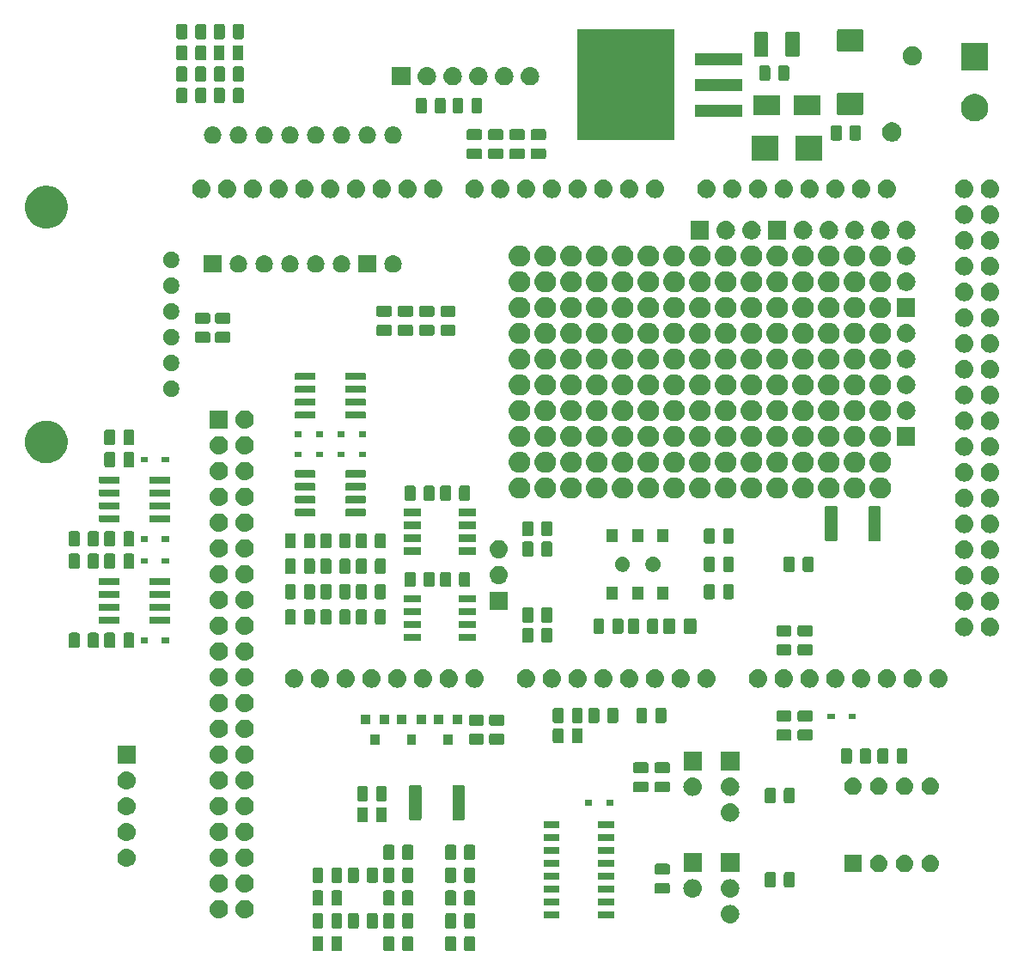
<source format=gts>
G04 #@! TF.GenerationSoftware,KiCad,Pcbnew,(5.1.4-0-10_14)*
G04 #@! TF.CreationDate,2020-04-01T12:18:43+11:00*
G04 #@! TF.ProjectId,v0.4.4b,76302e34-2e34-4622-9e6b-696361645f70,rev?*
G04 #@! TF.SameCoordinates,Original*
G04 #@! TF.FileFunction,Soldermask,Top*
G04 #@! TF.FilePolarity,Negative*
%FSLAX46Y46*%
G04 Gerber Fmt 4.6, Leading zero omitted, Abs format (unit mm)*
G04 Created by KiCad (PCBNEW (5.1.4-0-10_14)) date 2020-04-01 12:18:43*
%MOMM*%
%LPD*%
G04 APERTURE LIST*
%ADD10C,0.100000*%
G04 APERTURE END LIST*
D10*
G36*
X155609468Y-130653565D02*
G01*
X155648138Y-130665296D01*
X155683777Y-130684346D01*
X155715017Y-130709983D01*
X155740654Y-130741223D01*
X155759704Y-130776862D01*
X155771435Y-130815532D01*
X155776000Y-130861888D01*
X155776000Y-131938112D01*
X155771435Y-131984468D01*
X155759704Y-132023138D01*
X155740654Y-132058777D01*
X155715017Y-132090017D01*
X155683777Y-132115654D01*
X155648138Y-132134704D01*
X155609468Y-132146435D01*
X155563112Y-132151000D01*
X154911888Y-132151000D01*
X154865532Y-132146435D01*
X154826862Y-132134704D01*
X154791223Y-132115654D01*
X154759983Y-132090017D01*
X154734346Y-132058777D01*
X154715296Y-132023138D01*
X154703565Y-131984468D01*
X154699000Y-131938112D01*
X154699000Y-130861888D01*
X154703565Y-130815532D01*
X154715296Y-130776862D01*
X154734346Y-130741223D01*
X154759983Y-130709983D01*
X154791223Y-130684346D01*
X154826862Y-130665296D01*
X154865532Y-130653565D01*
X154911888Y-130649000D01*
X155563112Y-130649000D01*
X155609468Y-130653565D01*
X155609468Y-130653565D01*
G37*
G36*
X153734468Y-130653565D02*
G01*
X153773138Y-130665296D01*
X153808777Y-130684346D01*
X153840017Y-130709983D01*
X153865654Y-130741223D01*
X153884704Y-130776862D01*
X153896435Y-130815532D01*
X153901000Y-130861888D01*
X153901000Y-131938112D01*
X153896435Y-131984468D01*
X153884704Y-132023138D01*
X153865654Y-132058777D01*
X153840017Y-132090017D01*
X153808777Y-132115654D01*
X153773138Y-132134704D01*
X153734468Y-132146435D01*
X153688112Y-132151000D01*
X153036888Y-132151000D01*
X152990532Y-132146435D01*
X152951862Y-132134704D01*
X152916223Y-132115654D01*
X152884983Y-132090017D01*
X152859346Y-132058777D01*
X152840296Y-132023138D01*
X152828565Y-131984468D01*
X152824000Y-131938112D01*
X152824000Y-130861888D01*
X152828565Y-130815532D01*
X152840296Y-130776862D01*
X152859346Y-130741223D01*
X152884983Y-130709983D01*
X152916223Y-130684346D01*
X152951862Y-130665296D01*
X152990532Y-130653565D01*
X153036888Y-130649000D01*
X153688112Y-130649000D01*
X153734468Y-130653565D01*
X153734468Y-130653565D01*
G37*
G36*
X149509468Y-130653565D02*
G01*
X149548138Y-130665296D01*
X149583777Y-130684346D01*
X149615017Y-130709983D01*
X149640654Y-130741223D01*
X149659704Y-130776862D01*
X149671435Y-130815532D01*
X149676000Y-130861888D01*
X149676000Y-131938112D01*
X149671435Y-131984468D01*
X149659704Y-132023138D01*
X149640654Y-132058777D01*
X149615017Y-132090017D01*
X149583777Y-132115654D01*
X149548138Y-132134704D01*
X149509468Y-132146435D01*
X149463112Y-132151000D01*
X148811888Y-132151000D01*
X148765532Y-132146435D01*
X148726862Y-132134704D01*
X148691223Y-132115654D01*
X148659983Y-132090017D01*
X148634346Y-132058777D01*
X148615296Y-132023138D01*
X148603565Y-131984468D01*
X148599000Y-131938112D01*
X148599000Y-130861888D01*
X148603565Y-130815532D01*
X148615296Y-130776862D01*
X148634346Y-130741223D01*
X148659983Y-130709983D01*
X148691223Y-130684346D01*
X148726862Y-130665296D01*
X148765532Y-130653565D01*
X148811888Y-130649000D01*
X149463112Y-130649000D01*
X149509468Y-130653565D01*
X149509468Y-130653565D01*
G37*
G36*
X147634468Y-130653565D02*
G01*
X147673138Y-130665296D01*
X147708777Y-130684346D01*
X147740017Y-130709983D01*
X147765654Y-130741223D01*
X147784704Y-130776862D01*
X147796435Y-130815532D01*
X147801000Y-130861888D01*
X147801000Y-131938112D01*
X147796435Y-131984468D01*
X147784704Y-132023138D01*
X147765654Y-132058777D01*
X147740017Y-132090017D01*
X147708777Y-132115654D01*
X147673138Y-132134704D01*
X147634468Y-132146435D01*
X147588112Y-132151000D01*
X146936888Y-132151000D01*
X146890532Y-132146435D01*
X146851862Y-132134704D01*
X146816223Y-132115654D01*
X146784983Y-132090017D01*
X146759346Y-132058777D01*
X146740296Y-132023138D01*
X146728565Y-131984468D01*
X146724000Y-131938112D01*
X146724000Y-130861888D01*
X146728565Y-130815532D01*
X146740296Y-130776862D01*
X146759346Y-130741223D01*
X146784983Y-130709983D01*
X146816223Y-130684346D01*
X146851862Y-130665296D01*
X146890532Y-130653565D01*
X146936888Y-130649000D01*
X147588112Y-130649000D01*
X147634468Y-130653565D01*
X147634468Y-130653565D01*
G37*
G36*
X142509468Y-130653565D02*
G01*
X142548138Y-130665296D01*
X142583777Y-130684346D01*
X142615017Y-130709983D01*
X142640654Y-130741223D01*
X142659704Y-130776862D01*
X142671435Y-130815532D01*
X142676000Y-130861888D01*
X142676000Y-131938112D01*
X142671435Y-131984468D01*
X142659704Y-132023138D01*
X142640654Y-132058777D01*
X142615017Y-132090017D01*
X142583777Y-132115654D01*
X142548138Y-132134704D01*
X142509468Y-132146435D01*
X142463112Y-132151000D01*
X141811888Y-132151000D01*
X141765532Y-132146435D01*
X141726862Y-132134704D01*
X141691223Y-132115654D01*
X141659983Y-132090017D01*
X141634346Y-132058777D01*
X141615296Y-132023138D01*
X141603565Y-131984468D01*
X141599000Y-131938112D01*
X141599000Y-130861888D01*
X141603565Y-130815532D01*
X141615296Y-130776862D01*
X141634346Y-130741223D01*
X141659983Y-130709983D01*
X141691223Y-130684346D01*
X141726862Y-130665296D01*
X141765532Y-130653565D01*
X141811888Y-130649000D01*
X142463112Y-130649000D01*
X142509468Y-130653565D01*
X142509468Y-130653565D01*
G37*
G36*
X140634468Y-130653565D02*
G01*
X140673138Y-130665296D01*
X140708777Y-130684346D01*
X140740017Y-130709983D01*
X140765654Y-130741223D01*
X140784704Y-130776862D01*
X140796435Y-130815532D01*
X140801000Y-130861888D01*
X140801000Y-131938112D01*
X140796435Y-131984468D01*
X140784704Y-132023138D01*
X140765654Y-132058777D01*
X140740017Y-132090017D01*
X140708777Y-132115654D01*
X140673138Y-132134704D01*
X140634468Y-132146435D01*
X140588112Y-132151000D01*
X139936888Y-132151000D01*
X139890532Y-132146435D01*
X139851862Y-132134704D01*
X139816223Y-132115654D01*
X139784983Y-132090017D01*
X139759346Y-132058777D01*
X139740296Y-132023138D01*
X139728565Y-131984468D01*
X139724000Y-131938112D01*
X139724000Y-130861888D01*
X139728565Y-130815532D01*
X139740296Y-130776862D01*
X139759346Y-130741223D01*
X139784983Y-130709983D01*
X139816223Y-130684346D01*
X139851862Y-130665296D01*
X139890532Y-130653565D01*
X139936888Y-130649000D01*
X140588112Y-130649000D01*
X140634468Y-130653565D01*
X140634468Y-130653565D01*
G37*
G36*
X155609468Y-128403565D02*
G01*
X155648138Y-128415296D01*
X155683777Y-128434346D01*
X155715017Y-128459983D01*
X155740654Y-128491223D01*
X155759704Y-128526862D01*
X155771435Y-128565532D01*
X155776000Y-128611888D01*
X155776000Y-129688112D01*
X155771435Y-129734468D01*
X155759704Y-129773138D01*
X155740654Y-129808777D01*
X155715017Y-129840017D01*
X155683777Y-129865654D01*
X155648138Y-129884704D01*
X155609468Y-129896435D01*
X155563112Y-129901000D01*
X154911888Y-129901000D01*
X154865532Y-129896435D01*
X154826862Y-129884704D01*
X154791223Y-129865654D01*
X154759983Y-129840017D01*
X154734346Y-129808777D01*
X154715296Y-129773138D01*
X154703565Y-129734468D01*
X154699000Y-129688112D01*
X154699000Y-128611888D01*
X154703565Y-128565532D01*
X154715296Y-128526862D01*
X154734346Y-128491223D01*
X154759983Y-128459983D01*
X154791223Y-128434346D01*
X154826862Y-128415296D01*
X154865532Y-128403565D01*
X154911888Y-128399000D01*
X155563112Y-128399000D01*
X155609468Y-128403565D01*
X155609468Y-128403565D01*
G37*
G36*
X153734468Y-128403565D02*
G01*
X153773138Y-128415296D01*
X153808777Y-128434346D01*
X153840017Y-128459983D01*
X153865654Y-128491223D01*
X153884704Y-128526862D01*
X153896435Y-128565532D01*
X153901000Y-128611888D01*
X153901000Y-129688112D01*
X153896435Y-129734468D01*
X153884704Y-129773138D01*
X153865654Y-129808777D01*
X153840017Y-129840017D01*
X153808777Y-129865654D01*
X153773138Y-129884704D01*
X153734468Y-129896435D01*
X153688112Y-129901000D01*
X153036888Y-129901000D01*
X152990532Y-129896435D01*
X152951862Y-129884704D01*
X152916223Y-129865654D01*
X152884983Y-129840017D01*
X152859346Y-129808777D01*
X152840296Y-129773138D01*
X152828565Y-129734468D01*
X152824000Y-129688112D01*
X152824000Y-128611888D01*
X152828565Y-128565532D01*
X152840296Y-128526862D01*
X152859346Y-128491223D01*
X152884983Y-128459983D01*
X152916223Y-128434346D01*
X152951862Y-128415296D01*
X152990532Y-128403565D01*
X153036888Y-128399000D01*
X153688112Y-128399000D01*
X153734468Y-128403565D01*
X153734468Y-128403565D01*
G37*
G36*
X149509468Y-128403565D02*
G01*
X149548138Y-128415296D01*
X149583777Y-128434346D01*
X149615017Y-128459983D01*
X149640654Y-128491223D01*
X149659704Y-128526862D01*
X149671435Y-128565532D01*
X149676000Y-128611888D01*
X149676000Y-129688112D01*
X149671435Y-129734468D01*
X149659704Y-129773138D01*
X149640654Y-129808777D01*
X149615017Y-129840017D01*
X149583777Y-129865654D01*
X149548138Y-129884704D01*
X149509468Y-129896435D01*
X149463112Y-129901000D01*
X148811888Y-129901000D01*
X148765532Y-129896435D01*
X148726862Y-129884704D01*
X148691223Y-129865654D01*
X148659983Y-129840017D01*
X148634346Y-129808777D01*
X148615296Y-129773138D01*
X148603565Y-129734468D01*
X148599000Y-129688112D01*
X148599000Y-128611888D01*
X148603565Y-128565532D01*
X148615296Y-128526862D01*
X148634346Y-128491223D01*
X148659983Y-128459983D01*
X148691223Y-128434346D01*
X148726862Y-128415296D01*
X148765532Y-128403565D01*
X148811888Y-128399000D01*
X149463112Y-128399000D01*
X149509468Y-128403565D01*
X149509468Y-128403565D01*
G37*
G36*
X147634468Y-128403565D02*
G01*
X147673138Y-128415296D01*
X147708777Y-128434346D01*
X147740017Y-128459983D01*
X147765654Y-128491223D01*
X147784704Y-128526862D01*
X147796435Y-128565532D01*
X147801000Y-128611888D01*
X147801000Y-129688112D01*
X147796435Y-129734468D01*
X147784704Y-129773138D01*
X147765654Y-129808777D01*
X147740017Y-129840017D01*
X147708777Y-129865654D01*
X147673138Y-129884704D01*
X147634468Y-129896435D01*
X147588112Y-129901000D01*
X146936888Y-129901000D01*
X146890532Y-129896435D01*
X146851862Y-129884704D01*
X146816223Y-129865654D01*
X146784983Y-129840017D01*
X146759346Y-129808777D01*
X146740296Y-129773138D01*
X146728565Y-129734468D01*
X146724000Y-129688112D01*
X146724000Y-128611888D01*
X146728565Y-128565532D01*
X146740296Y-128526862D01*
X146759346Y-128491223D01*
X146784983Y-128459983D01*
X146816223Y-128434346D01*
X146851862Y-128415296D01*
X146890532Y-128403565D01*
X146936888Y-128399000D01*
X147588112Y-128399000D01*
X147634468Y-128403565D01*
X147634468Y-128403565D01*
G37*
G36*
X146009468Y-128403565D02*
G01*
X146048138Y-128415296D01*
X146083777Y-128434346D01*
X146115017Y-128459983D01*
X146140654Y-128491223D01*
X146159704Y-128526862D01*
X146171435Y-128565532D01*
X146176000Y-128611888D01*
X146176000Y-129688112D01*
X146171435Y-129734468D01*
X146159704Y-129773138D01*
X146140654Y-129808777D01*
X146115017Y-129840017D01*
X146083777Y-129865654D01*
X146048138Y-129884704D01*
X146009468Y-129896435D01*
X145963112Y-129901000D01*
X145311888Y-129901000D01*
X145265532Y-129896435D01*
X145226862Y-129884704D01*
X145191223Y-129865654D01*
X145159983Y-129840017D01*
X145134346Y-129808777D01*
X145115296Y-129773138D01*
X145103565Y-129734468D01*
X145099000Y-129688112D01*
X145099000Y-128611888D01*
X145103565Y-128565532D01*
X145115296Y-128526862D01*
X145134346Y-128491223D01*
X145159983Y-128459983D01*
X145191223Y-128434346D01*
X145226862Y-128415296D01*
X145265532Y-128403565D01*
X145311888Y-128399000D01*
X145963112Y-128399000D01*
X146009468Y-128403565D01*
X146009468Y-128403565D01*
G37*
G36*
X144134468Y-128403565D02*
G01*
X144173138Y-128415296D01*
X144208777Y-128434346D01*
X144240017Y-128459983D01*
X144265654Y-128491223D01*
X144284704Y-128526862D01*
X144296435Y-128565532D01*
X144301000Y-128611888D01*
X144301000Y-129688112D01*
X144296435Y-129734468D01*
X144284704Y-129773138D01*
X144265654Y-129808777D01*
X144240017Y-129840017D01*
X144208777Y-129865654D01*
X144173138Y-129884704D01*
X144134468Y-129896435D01*
X144088112Y-129901000D01*
X143436888Y-129901000D01*
X143390532Y-129896435D01*
X143351862Y-129884704D01*
X143316223Y-129865654D01*
X143284983Y-129840017D01*
X143259346Y-129808777D01*
X143240296Y-129773138D01*
X143228565Y-129734468D01*
X143224000Y-129688112D01*
X143224000Y-128611888D01*
X143228565Y-128565532D01*
X143240296Y-128526862D01*
X143259346Y-128491223D01*
X143284983Y-128459983D01*
X143316223Y-128434346D01*
X143351862Y-128415296D01*
X143390532Y-128403565D01*
X143436888Y-128399000D01*
X144088112Y-128399000D01*
X144134468Y-128403565D01*
X144134468Y-128403565D01*
G37*
G36*
X142509468Y-128403565D02*
G01*
X142548138Y-128415296D01*
X142583777Y-128434346D01*
X142615017Y-128459983D01*
X142640654Y-128491223D01*
X142659704Y-128526862D01*
X142671435Y-128565532D01*
X142676000Y-128611888D01*
X142676000Y-129688112D01*
X142671435Y-129734468D01*
X142659704Y-129773138D01*
X142640654Y-129808777D01*
X142615017Y-129840017D01*
X142583777Y-129865654D01*
X142548138Y-129884704D01*
X142509468Y-129896435D01*
X142463112Y-129901000D01*
X141811888Y-129901000D01*
X141765532Y-129896435D01*
X141726862Y-129884704D01*
X141691223Y-129865654D01*
X141659983Y-129840017D01*
X141634346Y-129808777D01*
X141615296Y-129773138D01*
X141603565Y-129734468D01*
X141599000Y-129688112D01*
X141599000Y-128611888D01*
X141603565Y-128565532D01*
X141615296Y-128526862D01*
X141634346Y-128491223D01*
X141659983Y-128459983D01*
X141691223Y-128434346D01*
X141726862Y-128415296D01*
X141765532Y-128403565D01*
X141811888Y-128399000D01*
X142463112Y-128399000D01*
X142509468Y-128403565D01*
X142509468Y-128403565D01*
G37*
G36*
X140634468Y-128403565D02*
G01*
X140673138Y-128415296D01*
X140708777Y-128434346D01*
X140740017Y-128459983D01*
X140765654Y-128491223D01*
X140784704Y-128526862D01*
X140796435Y-128565532D01*
X140801000Y-128611888D01*
X140801000Y-129688112D01*
X140796435Y-129734468D01*
X140784704Y-129773138D01*
X140765654Y-129808777D01*
X140740017Y-129840017D01*
X140708777Y-129865654D01*
X140673138Y-129884704D01*
X140634468Y-129896435D01*
X140588112Y-129901000D01*
X139936888Y-129901000D01*
X139890532Y-129896435D01*
X139851862Y-129884704D01*
X139816223Y-129865654D01*
X139784983Y-129840017D01*
X139759346Y-129808777D01*
X139740296Y-129773138D01*
X139728565Y-129734468D01*
X139724000Y-129688112D01*
X139724000Y-128611888D01*
X139728565Y-128565532D01*
X139740296Y-128526862D01*
X139759346Y-128491223D01*
X139784983Y-128459983D01*
X139816223Y-128434346D01*
X139851862Y-128415296D01*
X139890532Y-128403565D01*
X139936888Y-128399000D01*
X140588112Y-128399000D01*
X140634468Y-128403565D01*
X140634468Y-128403565D01*
G37*
G36*
X181010443Y-127585519D02*
G01*
X181076627Y-127592037D01*
X181246466Y-127643557D01*
X181402991Y-127727222D01*
X181438729Y-127756552D01*
X181540186Y-127839814D01*
X181623448Y-127941271D01*
X181652778Y-127977009D01*
X181736443Y-128133534D01*
X181787963Y-128303373D01*
X181805359Y-128480000D01*
X181787963Y-128656627D01*
X181736443Y-128826466D01*
X181652778Y-128982991D01*
X181623448Y-129018729D01*
X181540186Y-129120186D01*
X181438729Y-129203448D01*
X181402991Y-129232778D01*
X181246466Y-129316443D01*
X181076627Y-129367963D01*
X181010442Y-129374482D01*
X180944260Y-129381000D01*
X180855740Y-129381000D01*
X180789558Y-129374482D01*
X180723373Y-129367963D01*
X180553534Y-129316443D01*
X180397009Y-129232778D01*
X180361271Y-129203448D01*
X180259814Y-129120186D01*
X180176552Y-129018729D01*
X180147222Y-128982991D01*
X180063557Y-128826466D01*
X180012037Y-128656627D01*
X179994641Y-128480000D01*
X180012037Y-128303373D01*
X180063557Y-128133534D01*
X180147222Y-127977009D01*
X180176552Y-127941271D01*
X180259814Y-127839814D01*
X180361271Y-127756552D01*
X180397009Y-127727222D01*
X180553534Y-127643557D01*
X180723373Y-127592037D01*
X180789557Y-127585519D01*
X180855740Y-127579000D01*
X180944260Y-127579000D01*
X181010443Y-127585519D01*
X181010443Y-127585519D01*
G37*
G36*
X130679294Y-127098633D02*
G01*
X130851695Y-127150931D01*
X131010583Y-127235858D01*
X131149849Y-127350151D01*
X131264142Y-127489417D01*
X131349069Y-127648305D01*
X131401367Y-127820706D01*
X131419025Y-128000000D01*
X131401367Y-128179294D01*
X131349069Y-128351695D01*
X131264142Y-128510583D01*
X131149849Y-128649849D01*
X131010583Y-128764142D01*
X130851695Y-128849069D01*
X130679294Y-128901367D01*
X130544931Y-128914600D01*
X130455069Y-128914600D01*
X130320706Y-128901367D01*
X130148305Y-128849069D01*
X129989417Y-128764142D01*
X129850151Y-128649849D01*
X129735858Y-128510583D01*
X129650931Y-128351695D01*
X129598633Y-128179294D01*
X129580975Y-128000000D01*
X129598633Y-127820706D01*
X129650931Y-127648305D01*
X129735858Y-127489417D01*
X129850151Y-127350151D01*
X129989417Y-127235858D01*
X130148305Y-127150931D01*
X130320706Y-127098633D01*
X130455069Y-127085400D01*
X130544931Y-127085400D01*
X130679294Y-127098633D01*
X130679294Y-127098633D01*
G37*
G36*
X133219294Y-127098633D02*
G01*
X133391695Y-127150931D01*
X133550583Y-127235858D01*
X133689849Y-127350151D01*
X133804142Y-127489417D01*
X133889069Y-127648305D01*
X133941367Y-127820706D01*
X133959025Y-128000000D01*
X133941367Y-128179294D01*
X133889069Y-128351695D01*
X133804142Y-128510583D01*
X133689849Y-128649849D01*
X133550583Y-128764142D01*
X133391695Y-128849069D01*
X133219294Y-128901367D01*
X133084931Y-128914600D01*
X132995069Y-128914600D01*
X132860706Y-128901367D01*
X132688305Y-128849069D01*
X132529417Y-128764142D01*
X132390151Y-128649849D01*
X132275858Y-128510583D01*
X132190931Y-128351695D01*
X132138633Y-128179294D01*
X132120975Y-128000000D01*
X132138633Y-127820706D01*
X132190931Y-127648305D01*
X132275858Y-127489417D01*
X132390151Y-127350151D01*
X132529417Y-127235858D01*
X132688305Y-127150931D01*
X132860706Y-127098633D01*
X132995069Y-127085400D01*
X133084931Y-127085400D01*
X133219294Y-127098633D01*
X133219294Y-127098633D01*
G37*
G36*
X169501000Y-128896000D02*
G01*
X167899000Y-128896000D01*
X167899000Y-128194000D01*
X169501000Y-128194000D01*
X169501000Y-128896000D01*
X169501000Y-128896000D01*
G37*
G36*
X164101000Y-128896000D02*
G01*
X162499000Y-128896000D01*
X162499000Y-128194000D01*
X164101000Y-128194000D01*
X164101000Y-128896000D01*
X164101000Y-128896000D01*
G37*
G36*
X149509468Y-126153565D02*
G01*
X149548138Y-126165296D01*
X149583777Y-126184346D01*
X149615017Y-126209983D01*
X149640654Y-126241223D01*
X149659704Y-126276862D01*
X149671435Y-126315532D01*
X149676000Y-126361888D01*
X149676000Y-127438112D01*
X149671435Y-127484468D01*
X149659704Y-127523138D01*
X149640654Y-127558777D01*
X149615017Y-127590017D01*
X149583777Y-127615654D01*
X149548138Y-127634704D01*
X149509468Y-127646435D01*
X149463112Y-127651000D01*
X148811888Y-127651000D01*
X148765532Y-127646435D01*
X148726862Y-127634704D01*
X148691223Y-127615654D01*
X148659983Y-127590017D01*
X148634346Y-127558777D01*
X148615296Y-127523138D01*
X148603565Y-127484468D01*
X148599000Y-127438112D01*
X148599000Y-126361888D01*
X148603565Y-126315532D01*
X148615296Y-126276862D01*
X148634346Y-126241223D01*
X148659983Y-126209983D01*
X148691223Y-126184346D01*
X148726862Y-126165296D01*
X148765532Y-126153565D01*
X148811888Y-126149000D01*
X149463112Y-126149000D01*
X149509468Y-126153565D01*
X149509468Y-126153565D01*
G37*
G36*
X155609468Y-126153565D02*
G01*
X155648138Y-126165296D01*
X155683777Y-126184346D01*
X155715017Y-126209983D01*
X155740654Y-126241223D01*
X155759704Y-126276862D01*
X155771435Y-126315532D01*
X155776000Y-126361888D01*
X155776000Y-127438112D01*
X155771435Y-127484468D01*
X155759704Y-127523138D01*
X155740654Y-127558777D01*
X155715017Y-127590017D01*
X155683777Y-127615654D01*
X155648138Y-127634704D01*
X155609468Y-127646435D01*
X155563112Y-127651000D01*
X154911888Y-127651000D01*
X154865532Y-127646435D01*
X154826862Y-127634704D01*
X154791223Y-127615654D01*
X154759983Y-127590017D01*
X154734346Y-127558777D01*
X154715296Y-127523138D01*
X154703565Y-127484468D01*
X154699000Y-127438112D01*
X154699000Y-126361888D01*
X154703565Y-126315532D01*
X154715296Y-126276862D01*
X154734346Y-126241223D01*
X154759983Y-126209983D01*
X154791223Y-126184346D01*
X154826862Y-126165296D01*
X154865532Y-126153565D01*
X154911888Y-126149000D01*
X155563112Y-126149000D01*
X155609468Y-126153565D01*
X155609468Y-126153565D01*
G37*
G36*
X153734468Y-126153565D02*
G01*
X153773138Y-126165296D01*
X153808777Y-126184346D01*
X153840017Y-126209983D01*
X153865654Y-126241223D01*
X153884704Y-126276862D01*
X153896435Y-126315532D01*
X153901000Y-126361888D01*
X153901000Y-127438112D01*
X153896435Y-127484468D01*
X153884704Y-127523138D01*
X153865654Y-127558777D01*
X153840017Y-127590017D01*
X153808777Y-127615654D01*
X153773138Y-127634704D01*
X153734468Y-127646435D01*
X153688112Y-127651000D01*
X153036888Y-127651000D01*
X152990532Y-127646435D01*
X152951862Y-127634704D01*
X152916223Y-127615654D01*
X152884983Y-127590017D01*
X152859346Y-127558777D01*
X152840296Y-127523138D01*
X152828565Y-127484468D01*
X152824000Y-127438112D01*
X152824000Y-126361888D01*
X152828565Y-126315532D01*
X152840296Y-126276862D01*
X152859346Y-126241223D01*
X152884983Y-126209983D01*
X152916223Y-126184346D01*
X152951862Y-126165296D01*
X152990532Y-126153565D01*
X153036888Y-126149000D01*
X153688112Y-126149000D01*
X153734468Y-126153565D01*
X153734468Y-126153565D01*
G37*
G36*
X140634468Y-126153565D02*
G01*
X140673138Y-126165296D01*
X140708777Y-126184346D01*
X140740017Y-126209983D01*
X140765654Y-126241223D01*
X140784704Y-126276862D01*
X140796435Y-126315532D01*
X140801000Y-126361888D01*
X140801000Y-127438112D01*
X140796435Y-127484468D01*
X140784704Y-127523138D01*
X140765654Y-127558777D01*
X140740017Y-127590017D01*
X140708777Y-127615654D01*
X140673138Y-127634704D01*
X140634468Y-127646435D01*
X140588112Y-127651000D01*
X139936888Y-127651000D01*
X139890532Y-127646435D01*
X139851862Y-127634704D01*
X139816223Y-127615654D01*
X139784983Y-127590017D01*
X139759346Y-127558777D01*
X139740296Y-127523138D01*
X139728565Y-127484468D01*
X139724000Y-127438112D01*
X139724000Y-126361888D01*
X139728565Y-126315532D01*
X139740296Y-126276862D01*
X139759346Y-126241223D01*
X139784983Y-126209983D01*
X139816223Y-126184346D01*
X139851862Y-126165296D01*
X139890532Y-126153565D01*
X139936888Y-126149000D01*
X140588112Y-126149000D01*
X140634468Y-126153565D01*
X140634468Y-126153565D01*
G37*
G36*
X142509468Y-126153565D02*
G01*
X142548138Y-126165296D01*
X142583777Y-126184346D01*
X142615017Y-126209983D01*
X142640654Y-126241223D01*
X142659704Y-126276862D01*
X142671435Y-126315532D01*
X142676000Y-126361888D01*
X142676000Y-127438112D01*
X142671435Y-127484468D01*
X142659704Y-127523138D01*
X142640654Y-127558777D01*
X142615017Y-127590017D01*
X142583777Y-127615654D01*
X142548138Y-127634704D01*
X142509468Y-127646435D01*
X142463112Y-127651000D01*
X141811888Y-127651000D01*
X141765532Y-127646435D01*
X141726862Y-127634704D01*
X141691223Y-127615654D01*
X141659983Y-127590017D01*
X141634346Y-127558777D01*
X141615296Y-127523138D01*
X141603565Y-127484468D01*
X141599000Y-127438112D01*
X141599000Y-126361888D01*
X141603565Y-126315532D01*
X141615296Y-126276862D01*
X141634346Y-126241223D01*
X141659983Y-126209983D01*
X141691223Y-126184346D01*
X141726862Y-126165296D01*
X141765532Y-126153565D01*
X141811888Y-126149000D01*
X142463112Y-126149000D01*
X142509468Y-126153565D01*
X142509468Y-126153565D01*
G37*
G36*
X147634468Y-126153565D02*
G01*
X147673138Y-126165296D01*
X147708777Y-126184346D01*
X147740017Y-126209983D01*
X147765654Y-126241223D01*
X147784704Y-126276862D01*
X147796435Y-126315532D01*
X147801000Y-126361888D01*
X147801000Y-127438112D01*
X147796435Y-127484468D01*
X147784704Y-127523138D01*
X147765654Y-127558777D01*
X147740017Y-127590017D01*
X147708777Y-127615654D01*
X147673138Y-127634704D01*
X147634468Y-127646435D01*
X147588112Y-127651000D01*
X146936888Y-127651000D01*
X146890532Y-127646435D01*
X146851862Y-127634704D01*
X146816223Y-127615654D01*
X146784983Y-127590017D01*
X146759346Y-127558777D01*
X146740296Y-127523138D01*
X146728565Y-127484468D01*
X146724000Y-127438112D01*
X146724000Y-126361888D01*
X146728565Y-126315532D01*
X146740296Y-126276862D01*
X146759346Y-126241223D01*
X146784983Y-126209983D01*
X146816223Y-126184346D01*
X146851862Y-126165296D01*
X146890532Y-126153565D01*
X146936888Y-126149000D01*
X147588112Y-126149000D01*
X147634468Y-126153565D01*
X147634468Y-126153565D01*
G37*
G36*
X164101000Y-127626000D02*
G01*
X162499000Y-127626000D01*
X162499000Y-126924000D01*
X164101000Y-126924000D01*
X164101000Y-127626000D01*
X164101000Y-127626000D01*
G37*
G36*
X169501000Y-127626000D02*
G01*
X167899000Y-127626000D01*
X167899000Y-126924000D01*
X169501000Y-126924000D01*
X169501000Y-127626000D01*
X169501000Y-127626000D01*
G37*
G36*
X177310442Y-125045518D02*
G01*
X177376627Y-125052037D01*
X177546466Y-125103557D01*
X177702991Y-125187222D01*
X177704075Y-125188112D01*
X177840186Y-125299814D01*
X177906406Y-125380505D01*
X177952778Y-125437009D01*
X177952779Y-125437011D01*
X178021305Y-125565212D01*
X178036443Y-125593534D01*
X178087963Y-125763373D01*
X178105359Y-125940000D01*
X178087963Y-126116627D01*
X178036443Y-126286466D01*
X177952778Y-126442991D01*
X177942508Y-126455505D01*
X177840186Y-126580186D01*
X177738729Y-126663448D01*
X177702991Y-126692778D01*
X177546466Y-126776443D01*
X177376627Y-126827963D01*
X177310443Y-126834481D01*
X177244260Y-126841000D01*
X177155740Y-126841000D01*
X177089557Y-126834481D01*
X177023373Y-126827963D01*
X176853534Y-126776443D01*
X176697009Y-126692778D01*
X176661271Y-126663448D01*
X176559814Y-126580186D01*
X176457492Y-126455505D01*
X176447222Y-126442991D01*
X176363557Y-126286466D01*
X176312037Y-126116627D01*
X176294641Y-125940000D01*
X176312037Y-125763373D01*
X176363557Y-125593534D01*
X176378696Y-125565212D01*
X176447221Y-125437011D01*
X176447222Y-125437009D01*
X176493594Y-125380505D01*
X176559814Y-125299814D01*
X176695925Y-125188112D01*
X176697009Y-125187222D01*
X176853534Y-125103557D01*
X177023373Y-125052037D01*
X177089558Y-125045518D01*
X177155740Y-125039000D01*
X177244260Y-125039000D01*
X177310442Y-125045518D01*
X177310442Y-125045518D01*
G37*
G36*
X181010442Y-125045518D02*
G01*
X181076627Y-125052037D01*
X181246466Y-125103557D01*
X181402991Y-125187222D01*
X181404075Y-125188112D01*
X181540186Y-125299814D01*
X181606406Y-125380505D01*
X181652778Y-125437009D01*
X181652779Y-125437011D01*
X181721305Y-125565212D01*
X181736443Y-125593534D01*
X181787963Y-125763373D01*
X181805359Y-125940000D01*
X181787963Y-126116627D01*
X181736443Y-126286466D01*
X181652778Y-126442991D01*
X181642508Y-126455505D01*
X181540186Y-126580186D01*
X181438729Y-126663448D01*
X181402991Y-126692778D01*
X181246466Y-126776443D01*
X181076627Y-126827963D01*
X181010443Y-126834481D01*
X180944260Y-126841000D01*
X180855740Y-126841000D01*
X180789557Y-126834481D01*
X180723373Y-126827963D01*
X180553534Y-126776443D01*
X180397009Y-126692778D01*
X180361271Y-126663448D01*
X180259814Y-126580186D01*
X180157492Y-126455505D01*
X180147222Y-126442991D01*
X180063557Y-126286466D01*
X180012037Y-126116627D01*
X179994641Y-125940000D01*
X180012037Y-125763373D01*
X180063557Y-125593534D01*
X180078696Y-125565212D01*
X180147221Y-125437011D01*
X180147222Y-125437009D01*
X180193594Y-125380505D01*
X180259814Y-125299814D01*
X180395925Y-125188112D01*
X180397009Y-125187222D01*
X180553534Y-125103557D01*
X180723373Y-125052037D01*
X180789558Y-125045518D01*
X180855740Y-125039000D01*
X180944260Y-125039000D01*
X181010442Y-125045518D01*
X181010442Y-125045518D01*
G37*
G36*
X174784468Y-125403565D02*
G01*
X174823138Y-125415296D01*
X174858777Y-125434346D01*
X174890017Y-125459983D01*
X174915654Y-125491223D01*
X174934704Y-125526862D01*
X174946435Y-125565532D01*
X174951000Y-125611888D01*
X174951000Y-126263112D01*
X174946435Y-126309468D01*
X174934704Y-126348138D01*
X174915654Y-126383777D01*
X174890017Y-126415017D01*
X174858777Y-126440654D01*
X174823138Y-126459704D01*
X174784468Y-126471435D01*
X174738112Y-126476000D01*
X173661888Y-126476000D01*
X173615532Y-126471435D01*
X173576862Y-126459704D01*
X173541223Y-126440654D01*
X173509983Y-126415017D01*
X173484346Y-126383777D01*
X173465296Y-126348138D01*
X173453565Y-126309468D01*
X173449000Y-126263112D01*
X173449000Y-125611888D01*
X173453565Y-125565532D01*
X173465296Y-125526862D01*
X173484346Y-125491223D01*
X173509983Y-125459983D01*
X173541223Y-125434346D01*
X173576862Y-125415296D01*
X173615532Y-125403565D01*
X173661888Y-125399000D01*
X174738112Y-125399000D01*
X174784468Y-125403565D01*
X174784468Y-125403565D01*
G37*
G36*
X130679294Y-124558633D02*
G01*
X130851695Y-124610931D01*
X131010583Y-124695858D01*
X131149849Y-124810151D01*
X131264142Y-124949417D01*
X131349069Y-125108305D01*
X131401367Y-125280706D01*
X131419025Y-125460000D01*
X131401367Y-125639294D01*
X131349069Y-125811695D01*
X131264142Y-125970583D01*
X131149849Y-126109849D01*
X131010583Y-126224142D01*
X130851695Y-126309069D01*
X130679294Y-126361367D01*
X130544931Y-126374600D01*
X130455069Y-126374600D01*
X130320706Y-126361367D01*
X130148305Y-126309069D01*
X129989417Y-126224142D01*
X129850151Y-126109849D01*
X129735858Y-125970583D01*
X129650931Y-125811695D01*
X129598633Y-125639294D01*
X129580975Y-125460000D01*
X129598633Y-125280706D01*
X129650931Y-125108305D01*
X129735858Y-124949417D01*
X129850151Y-124810151D01*
X129989417Y-124695858D01*
X130148305Y-124610931D01*
X130320706Y-124558633D01*
X130455069Y-124545400D01*
X130544931Y-124545400D01*
X130679294Y-124558633D01*
X130679294Y-124558633D01*
G37*
G36*
X133219294Y-124558633D02*
G01*
X133391695Y-124610931D01*
X133550583Y-124695858D01*
X133689849Y-124810151D01*
X133804142Y-124949417D01*
X133889069Y-125108305D01*
X133941367Y-125280706D01*
X133959025Y-125460000D01*
X133941367Y-125639294D01*
X133889069Y-125811695D01*
X133804142Y-125970583D01*
X133689849Y-126109849D01*
X133550583Y-126224142D01*
X133391695Y-126309069D01*
X133219294Y-126361367D01*
X133084931Y-126374600D01*
X132995069Y-126374600D01*
X132860706Y-126361367D01*
X132688305Y-126309069D01*
X132529417Y-126224142D01*
X132390151Y-126109849D01*
X132275858Y-125970583D01*
X132190931Y-125811695D01*
X132138633Y-125639294D01*
X132120975Y-125460000D01*
X132138633Y-125280706D01*
X132190931Y-125108305D01*
X132275858Y-124949417D01*
X132390151Y-124810151D01*
X132529417Y-124695858D01*
X132688305Y-124610931D01*
X132860706Y-124558633D01*
X132995069Y-124545400D01*
X133084931Y-124545400D01*
X133219294Y-124558633D01*
X133219294Y-124558633D01*
G37*
G36*
X164101000Y-126356000D02*
G01*
X162499000Y-126356000D01*
X162499000Y-125654000D01*
X164101000Y-125654000D01*
X164101000Y-126356000D01*
X164101000Y-126356000D01*
G37*
G36*
X169501000Y-126356000D02*
G01*
X167899000Y-126356000D01*
X167899000Y-125654000D01*
X169501000Y-125654000D01*
X169501000Y-126356000D01*
X169501000Y-126356000D01*
G37*
G36*
X187109468Y-124353565D02*
G01*
X187148138Y-124365296D01*
X187183777Y-124384346D01*
X187215017Y-124409983D01*
X187240654Y-124441223D01*
X187259704Y-124476862D01*
X187271435Y-124515532D01*
X187276000Y-124561888D01*
X187276000Y-125638112D01*
X187271435Y-125684468D01*
X187259704Y-125723138D01*
X187240654Y-125758777D01*
X187215017Y-125790017D01*
X187183777Y-125815654D01*
X187148138Y-125834704D01*
X187109468Y-125846435D01*
X187063112Y-125851000D01*
X186411888Y-125851000D01*
X186365532Y-125846435D01*
X186326862Y-125834704D01*
X186291223Y-125815654D01*
X186259983Y-125790017D01*
X186234346Y-125758777D01*
X186215296Y-125723138D01*
X186203565Y-125684468D01*
X186199000Y-125638112D01*
X186199000Y-124561888D01*
X186203565Y-124515532D01*
X186215296Y-124476862D01*
X186234346Y-124441223D01*
X186259983Y-124409983D01*
X186291223Y-124384346D01*
X186326862Y-124365296D01*
X186365532Y-124353565D01*
X186411888Y-124349000D01*
X187063112Y-124349000D01*
X187109468Y-124353565D01*
X187109468Y-124353565D01*
G37*
G36*
X185234468Y-124353565D02*
G01*
X185273138Y-124365296D01*
X185308777Y-124384346D01*
X185340017Y-124409983D01*
X185365654Y-124441223D01*
X185384704Y-124476862D01*
X185396435Y-124515532D01*
X185401000Y-124561888D01*
X185401000Y-125638112D01*
X185396435Y-125684468D01*
X185384704Y-125723138D01*
X185365654Y-125758777D01*
X185340017Y-125790017D01*
X185308777Y-125815654D01*
X185273138Y-125834704D01*
X185234468Y-125846435D01*
X185188112Y-125851000D01*
X184536888Y-125851000D01*
X184490532Y-125846435D01*
X184451862Y-125834704D01*
X184416223Y-125815654D01*
X184384983Y-125790017D01*
X184359346Y-125758777D01*
X184340296Y-125723138D01*
X184328565Y-125684468D01*
X184324000Y-125638112D01*
X184324000Y-124561888D01*
X184328565Y-124515532D01*
X184340296Y-124476862D01*
X184359346Y-124441223D01*
X184384983Y-124409983D01*
X184416223Y-124384346D01*
X184451862Y-124365296D01*
X184490532Y-124353565D01*
X184536888Y-124349000D01*
X185188112Y-124349000D01*
X185234468Y-124353565D01*
X185234468Y-124353565D01*
G37*
G36*
X147634468Y-123903565D02*
G01*
X147673138Y-123915296D01*
X147708777Y-123934346D01*
X147740017Y-123959983D01*
X147765654Y-123991223D01*
X147784704Y-124026862D01*
X147796435Y-124065532D01*
X147801000Y-124111888D01*
X147801000Y-125188112D01*
X147796435Y-125234468D01*
X147784704Y-125273138D01*
X147765654Y-125308777D01*
X147740017Y-125340017D01*
X147708777Y-125365654D01*
X147673138Y-125384704D01*
X147634468Y-125396435D01*
X147588112Y-125401000D01*
X146936888Y-125401000D01*
X146890532Y-125396435D01*
X146851862Y-125384704D01*
X146816223Y-125365654D01*
X146784983Y-125340017D01*
X146759346Y-125308777D01*
X146740296Y-125273138D01*
X146728565Y-125234468D01*
X146724000Y-125188112D01*
X146724000Y-124111888D01*
X146728565Y-124065532D01*
X146740296Y-124026862D01*
X146759346Y-123991223D01*
X146784983Y-123959983D01*
X146816223Y-123934346D01*
X146851862Y-123915296D01*
X146890532Y-123903565D01*
X146936888Y-123899000D01*
X147588112Y-123899000D01*
X147634468Y-123903565D01*
X147634468Y-123903565D01*
G37*
G36*
X140634468Y-123903565D02*
G01*
X140673138Y-123915296D01*
X140708777Y-123934346D01*
X140740017Y-123959983D01*
X140765654Y-123991223D01*
X140784704Y-124026862D01*
X140796435Y-124065532D01*
X140801000Y-124111888D01*
X140801000Y-125188112D01*
X140796435Y-125234468D01*
X140784704Y-125273138D01*
X140765654Y-125308777D01*
X140740017Y-125340017D01*
X140708777Y-125365654D01*
X140673138Y-125384704D01*
X140634468Y-125396435D01*
X140588112Y-125401000D01*
X139936888Y-125401000D01*
X139890532Y-125396435D01*
X139851862Y-125384704D01*
X139816223Y-125365654D01*
X139784983Y-125340017D01*
X139759346Y-125308777D01*
X139740296Y-125273138D01*
X139728565Y-125234468D01*
X139724000Y-125188112D01*
X139724000Y-124111888D01*
X139728565Y-124065532D01*
X139740296Y-124026862D01*
X139759346Y-123991223D01*
X139784983Y-123959983D01*
X139816223Y-123934346D01*
X139851862Y-123915296D01*
X139890532Y-123903565D01*
X139936888Y-123899000D01*
X140588112Y-123899000D01*
X140634468Y-123903565D01*
X140634468Y-123903565D01*
G37*
G36*
X153734468Y-123903565D02*
G01*
X153773138Y-123915296D01*
X153808777Y-123934346D01*
X153840017Y-123959983D01*
X153865654Y-123991223D01*
X153884704Y-124026862D01*
X153896435Y-124065532D01*
X153901000Y-124111888D01*
X153901000Y-125188112D01*
X153896435Y-125234468D01*
X153884704Y-125273138D01*
X153865654Y-125308777D01*
X153840017Y-125340017D01*
X153808777Y-125365654D01*
X153773138Y-125384704D01*
X153734468Y-125396435D01*
X153688112Y-125401000D01*
X153036888Y-125401000D01*
X152990532Y-125396435D01*
X152951862Y-125384704D01*
X152916223Y-125365654D01*
X152884983Y-125340017D01*
X152859346Y-125308777D01*
X152840296Y-125273138D01*
X152828565Y-125234468D01*
X152824000Y-125188112D01*
X152824000Y-124111888D01*
X152828565Y-124065532D01*
X152840296Y-124026862D01*
X152859346Y-123991223D01*
X152884983Y-123959983D01*
X152916223Y-123934346D01*
X152951862Y-123915296D01*
X152990532Y-123903565D01*
X153036888Y-123899000D01*
X153688112Y-123899000D01*
X153734468Y-123903565D01*
X153734468Y-123903565D01*
G37*
G36*
X155609468Y-123903565D02*
G01*
X155648138Y-123915296D01*
X155683777Y-123934346D01*
X155715017Y-123959983D01*
X155740654Y-123991223D01*
X155759704Y-124026862D01*
X155771435Y-124065532D01*
X155776000Y-124111888D01*
X155776000Y-125188112D01*
X155771435Y-125234468D01*
X155759704Y-125273138D01*
X155740654Y-125308777D01*
X155715017Y-125340017D01*
X155683777Y-125365654D01*
X155648138Y-125384704D01*
X155609468Y-125396435D01*
X155563112Y-125401000D01*
X154911888Y-125401000D01*
X154865532Y-125396435D01*
X154826862Y-125384704D01*
X154791223Y-125365654D01*
X154759983Y-125340017D01*
X154734346Y-125308777D01*
X154715296Y-125273138D01*
X154703565Y-125234468D01*
X154699000Y-125188112D01*
X154699000Y-124111888D01*
X154703565Y-124065532D01*
X154715296Y-124026862D01*
X154734346Y-123991223D01*
X154759983Y-123959983D01*
X154791223Y-123934346D01*
X154826862Y-123915296D01*
X154865532Y-123903565D01*
X154911888Y-123899000D01*
X155563112Y-123899000D01*
X155609468Y-123903565D01*
X155609468Y-123903565D01*
G37*
G36*
X142509468Y-123903565D02*
G01*
X142548138Y-123915296D01*
X142583777Y-123934346D01*
X142615017Y-123959983D01*
X142640654Y-123991223D01*
X142659704Y-124026862D01*
X142671435Y-124065532D01*
X142676000Y-124111888D01*
X142676000Y-125188112D01*
X142671435Y-125234468D01*
X142659704Y-125273138D01*
X142640654Y-125308777D01*
X142615017Y-125340017D01*
X142583777Y-125365654D01*
X142548138Y-125384704D01*
X142509468Y-125396435D01*
X142463112Y-125401000D01*
X141811888Y-125401000D01*
X141765532Y-125396435D01*
X141726862Y-125384704D01*
X141691223Y-125365654D01*
X141659983Y-125340017D01*
X141634346Y-125308777D01*
X141615296Y-125273138D01*
X141603565Y-125234468D01*
X141599000Y-125188112D01*
X141599000Y-124111888D01*
X141603565Y-124065532D01*
X141615296Y-124026862D01*
X141634346Y-123991223D01*
X141659983Y-123959983D01*
X141691223Y-123934346D01*
X141726862Y-123915296D01*
X141765532Y-123903565D01*
X141811888Y-123899000D01*
X142463112Y-123899000D01*
X142509468Y-123903565D01*
X142509468Y-123903565D01*
G37*
G36*
X146009468Y-123903565D02*
G01*
X146048138Y-123915296D01*
X146083777Y-123934346D01*
X146115017Y-123959983D01*
X146140654Y-123991223D01*
X146159704Y-124026862D01*
X146171435Y-124065532D01*
X146176000Y-124111888D01*
X146176000Y-125188112D01*
X146171435Y-125234468D01*
X146159704Y-125273138D01*
X146140654Y-125308777D01*
X146115017Y-125340017D01*
X146083777Y-125365654D01*
X146048138Y-125384704D01*
X146009468Y-125396435D01*
X145963112Y-125401000D01*
X145311888Y-125401000D01*
X145265532Y-125396435D01*
X145226862Y-125384704D01*
X145191223Y-125365654D01*
X145159983Y-125340017D01*
X145134346Y-125308777D01*
X145115296Y-125273138D01*
X145103565Y-125234468D01*
X145099000Y-125188112D01*
X145099000Y-124111888D01*
X145103565Y-124065532D01*
X145115296Y-124026862D01*
X145134346Y-123991223D01*
X145159983Y-123959983D01*
X145191223Y-123934346D01*
X145226862Y-123915296D01*
X145265532Y-123903565D01*
X145311888Y-123899000D01*
X145963112Y-123899000D01*
X146009468Y-123903565D01*
X146009468Y-123903565D01*
G37*
G36*
X144134468Y-123903565D02*
G01*
X144173138Y-123915296D01*
X144208777Y-123934346D01*
X144240017Y-123959983D01*
X144265654Y-123991223D01*
X144284704Y-124026862D01*
X144296435Y-124065532D01*
X144301000Y-124111888D01*
X144301000Y-125188112D01*
X144296435Y-125234468D01*
X144284704Y-125273138D01*
X144265654Y-125308777D01*
X144240017Y-125340017D01*
X144208777Y-125365654D01*
X144173138Y-125384704D01*
X144134468Y-125396435D01*
X144088112Y-125401000D01*
X143436888Y-125401000D01*
X143390532Y-125396435D01*
X143351862Y-125384704D01*
X143316223Y-125365654D01*
X143284983Y-125340017D01*
X143259346Y-125308777D01*
X143240296Y-125273138D01*
X143228565Y-125234468D01*
X143224000Y-125188112D01*
X143224000Y-124111888D01*
X143228565Y-124065532D01*
X143240296Y-124026862D01*
X143259346Y-123991223D01*
X143284983Y-123959983D01*
X143316223Y-123934346D01*
X143351862Y-123915296D01*
X143390532Y-123903565D01*
X143436888Y-123899000D01*
X144088112Y-123899000D01*
X144134468Y-123903565D01*
X144134468Y-123903565D01*
G37*
G36*
X149509468Y-123903565D02*
G01*
X149548138Y-123915296D01*
X149583777Y-123934346D01*
X149615017Y-123959983D01*
X149640654Y-123991223D01*
X149659704Y-124026862D01*
X149671435Y-124065532D01*
X149676000Y-124111888D01*
X149676000Y-125188112D01*
X149671435Y-125234468D01*
X149659704Y-125273138D01*
X149640654Y-125308777D01*
X149615017Y-125340017D01*
X149583777Y-125365654D01*
X149548138Y-125384704D01*
X149509468Y-125396435D01*
X149463112Y-125401000D01*
X148811888Y-125401000D01*
X148765532Y-125396435D01*
X148726862Y-125384704D01*
X148691223Y-125365654D01*
X148659983Y-125340017D01*
X148634346Y-125308777D01*
X148615296Y-125273138D01*
X148603565Y-125234468D01*
X148599000Y-125188112D01*
X148599000Y-124111888D01*
X148603565Y-124065532D01*
X148615296Y-124026862D01*
X148634346Y-123991223D01*
X148659983Y-123959983D01*
X148691223Y-123934346D01*
X148726862Y-123915296D01*
X148765532Y-123903565D01*
X148811888Y-123899000D01*
X149463112Y-123899000D01*
X149509468Y-123903565D01*
X149509468Y-123903565D01*
G37*
G36*
X164101000Y-125086000D02*
G01*
X162499000Y-125086000D01*
X162499000Y-124384000D01*
X164101000Y-124384000D01*
X164101000Y-125086000D01*
X164101000Y-125086000D01*
G37*
G36*
X169501000Y-125086000D02*
G01*
X167899000Y-125086000D01*
X167899000Y-124384000D01*
X169501000Y-124384000D01*
X169501000Y-125086000D01*
X169501000Y-125086000D01*
G37*
G36*
X174784468Y-123528565D02*
G01*
X174823138Y-123540296D01*
X174858777Y-123559346D01*
X174890017Y-123584983D01*
X174915654Y-123616223D01*
X174934704Y-123651862D01*
X174946435Y-123690532D01*
X174951000Y-123736888D01*
X174951000Y-124388112D01*
X174946435Y-124434468D01*
X174934704Y-124473138D01*
X174915654Y-124508777D01*
X174890017Y-124540017D01*
X174858777Y-124565654D01*
X174823138Y-124584704D01*
X174784468Y-124596435D01*
X174738112Y-124601000D01*
X173661888Y-124601000D01*
X173615532Y-124596435D01*
X173576862Y-124584704D01*
X173541223Y-124565654D01*
X173509983Y-124540017D01*
X173484346Y-124508777D01*
X173465296Y-124473138D01*
X173453565Y-124434468D01*
X173449000Y-124388112D01*
X173449000Y-123736888D01*
X173453565Y-123690532D01*
X173465296Y-123651862D01*
X173484346Y-123616223D01*
X173509983Y-123584983D01*
X173541223Y-123559346D01*
X173576862Y-123540296D01*
X173615532Y-123528565D01*
X173661888Y-123524000D01*
X174738112Y-123524000D01*
X174784468Y-123528565D01*
X174784468Y-123528565D01*
G37*
G36*
X200786823Y-122661313D02*
G01*
X200947242Y-122709976D01*
X201039657Y-122759373D01*
X201095078Y-122788996D01*
X201224659Y-122895341D01*
X201331004Y-123024922D01*
X201331005Y-123024924D01*
X201410024Y-123172758D01*
X201458687Y-123333177D01*
X201475117Y-123500000D01*
X201458687Y-123666823D01*
X201426647Y-123772443D01*
X201411807Y-123821366D01*
X201410024Y-123827242D01*
X201369228Y-123903565D01*
X201331004Y-123975078D01*
X201224659Y-124104659D01*
X201095078Y-124211004D01*
X201095076Y-124211005D01*
X200947242Y-124290024D01*
X200786823Y-124338687D01*
X200661804Y-124351000D01*
X200578196Y-124351000D01*
X200453177Y-124338687D01*
X200292758Y-124290024D01*
X200144924Y-124211005D01*
X200144922Y-124211004D01*
X200015341Y-124104659D01*
X199908996Y-123975078D01*
X199870772Y-123903565D01*
X199829976Y-123827242D01*
X199828194Y-123821366D01*
X199813353Y-123772443D01*
X199781313Y-123666823D01*
X199764883Y-123500000D01*
X199781313Y-123333177D01*
X199829976Y-123172758D01*
X199908995Y-123024924D01*
X199908996Y-123024922D01*
X200015341Y-122895341D01*
X200144922Y-122788996D01*
X200200343Y-122759373D01*
X200292758Y-122709976D01*
X200453177Y-122661313D01*
X200578196Y-122649000D01*
X200661804Y-122649000D01*
X200786823Y-122661313D01*
X200786823Y-122661313D01*
G37*
G36*
X198246823Y-122661313D02*
G01*
X198407242Y-122709976D01*
X198499657Y-122759373D01*
X198555078Y-122788996D01*
X198684659Y-122895341D01*
X198791004Y-123024922D01*
X198791005Y-123024924D01*
X198870024Y-123172758D01*
X198918687Y-123333177D01*
X198935117Y-123500000D01*
X198918687Y-123666823D01*
X198886647Y-123772443D01*
X198871807Y-123821366D01*
X198870024Y-123827242D01*
X198829228Y-123903565D01*
X198791004Y-123975078D01*
X198684659Y-124104659D01*
X198555078Y-124211004D01*
X198555076Y-124211005D01*
X198407242Y-124290024D01*
X198246823Y-124338687D01*
X198121804Y-124351000D01*
X198038196Y-124351000D01*
X197913177Y-124338687D01*
X197752758Y-124290024D01*
X197604924Y-124211005D01*
X197604922Y-124211004D01*
X197475341Y-124104659D01*
X197368996Y-123975078D01*
X197330772Y-123903565D01*
X197289976Y-123827242D01*
X197288194Y-123821366D01*
X197273353Y-123772443D01*
X197241313Y-123666823D01*
X197224883Y-123500000D01*
X197241313Y-123333177D01*
X197289976Y-123172758D01*
X197368995Y-123024924D01*
X197368996Y-123024922D01*
X197475341Y-122895341D01*
X197604922Y-122788996D01*
X197660343Y-122759373D01*
X197752758Y-122709976D01*
X197913177Y-122661313D01*
X198038196Y-122649000D01*
X198121804Y-122649000D01*
X198246823Y-122661313D01*
X198246823Y-122661313D01*
G37*
G36*
X195706823Y-122661313D02*
G01*
X195867242Y-122709976D01*
X195959657Y-122759373D01*
X196015078Y-122788996D01*
X196144659Y-122895341D01*
X196251004Y-123024922D01*
X196251005Y-123024924D01*
X196330024Y-123172758D01*
X196378687Y-123333177D01*
X196395117Y-123500000D01*
X196378687Y-123666823D01*
X196346647Y-123772443D01*
X196331807Y-123821366D01*
X196330024Y-123827242D01*
X196289228Y-123903565D01*
X196251004Y-123975078D01*
X196144659Y-124104659D01*
X196015078Y-124211004D01*
X196015076Y-124211005D01*
X195867242Y-124290024D01*
X195706823Y-124338687D01*
X195581804Y-124351000D01*
X195498196Y-124351000D01*
X195373177Y-124338687D01*
X195212758Y-124290024D01*
X195064924Y-124211005D01*
X195064922Y-124211004D01*
X194935341Y-124104659D01*
X194828996Y-123975078D01*
X194790772Y-123903565D01*
X194749976Y-123827242D01*
X194748194Y-123821366D01*
X194733353Y-123772443D01*
X194701313Y-123666823D01*
X194684883Y-123500000D01*
X194701313Y-123333177D01*
X194749976Y-123172758D01*
X194828995Y-123024924D01*
X194828996Y-123024922D01*
X194935341Y-122895341D01*
X195064922Y-122788996D01*
X195120343Y-122759373D01*
X195212758Y-122709976D01*
X195373177Y-122661313D01*
X195498196Y-122649000D01*
X195581804Y-122649000D01*
X195706823Y-122661313D01*
X195706823Y-122661313D01*
G37*
G36*
X193851000Y-124351000D02*
G01*
X192149000Y-124351000D01*
X192149000Y-122649000D01*
X193851000Y-122649000D01*
X193851000Y-124351000D01*
X193851000Y-124351000D01*
G37*
G36*
X178101000Y-124301000D02*
G01*
X176299000Y-124301000D01*
X176299000Y-122499000D01*
X178101000Y-122499000D01*
X178101000Y-124301000D01*
X178101000Y-124301000D01*
G37*
G36*
X181801000Y-124301000D02*
G01*
X179999000Y-124301000D01*
X179999000Y-122499000D01*
X181801000Y-122499000D01*
X181801000Y-124301000D01*
X181801000Y-124301000D01*
G37*
G36*
X121522442Y-122041518D02*
G01*
X121588627Y-122048037D01*
X121758466Y-122099557D01*
X121914991Y-122183222D01*
X121950729Y-122212552D01*
X122052186Y-122295814D01*
X122135448Y-122397271D01*
X122164778Y-122433009D01*
X122248443Y-122589534D01*
X122299963Y-122759373D01*
X122317359Y-122936000D01*
X122299963Y-123112627D01*
X122248443Y-123282466D01*
X122164778Y-123438991D01*
X122135448Y-123474729D01*
X122052186Y-123576186D01*
X121959973Y-123651862D01*
X121914991Y-123688778D01*
X121758466Y-123772443D01*
X121588627Y-123823963D01*
X121522443Y-123830481D01*
X121456260Y-123837000D01*
X121367740Y-123837000D01*
X121301557Y-123830481D01*
X121235373Y-123823963D01*
X121065534Y-123772443D01*
X120909009Y-123688778D01*
X120864027Y-123651862D01*
X120771814Y-123576186D01*
X120688552Y-123474729D01*
X120659222Y-123438991D01*
X120575557Y-123282466D01*
X120524037Y-123112627D01*
X120506641Y-122936000D01*
X120524037Y-122759373D01*
X120575557Y-122589534D01*
X120659222Y-122433009D01*
X120688552Y-122397271D01*
X120771814Y-122295814D01*
X120873271Y-122212552D01*
X120909009Y-122183222D01*
X121065534Y-122099557D01*
X121235373Y-122048037D01*
X121301558Y-122041518D01*
X121367740Y-122035000D01*
X121456260Y-122035000D01*
X121522442Y-122041518D01*
X121522442Y-122041518D01*
G37*
G36*
X130679294Y-122018633D02*
G01*
X130851695Y-122070931D01*
X131010583Y-122155858D01*
X131149849Y-122270151D01*
X131264142Y-122409417D01*
X131349069Y-122568305D01*
X131401367Y-122740706D01*
X131419025Y-122920000D01*
X131401367Y-123099294D01*
X131349069Y-123271695D01*
X131264142Y-123430583D01*
X131149849Y-123569849D01*
X131010583Y-123684142D01*
X130851695Y-123769069D01*
X130679294Y-123821367D01*
X130544931Y-123834600D01*
X130455069Y-123834600D01*
X130320706Y-123821367D01*
X130148305Y-123769069D01*
X129989417Y-123684142D01*
X129850151Y-123569849D01*
X129735858Y-123430583D01*
X129650931Y-123271695D01*
X129598633Y-123099294D01*
X129580975Y-122920000D01*
X129598633Y-122740706D01*
X129650931Y-122568305D01*
X129735858Y-122409417D01*
X129850151Y-122270151D01*
X129989417Y-122155858D01*
X130148305Y-122070931D01*
X130320706Y-122018633D01*
X130455069Y-122005400D01*
X130544931Y-122005400D01*
X130679294Y-122018633D01*
X130679294Y-122018633D01*
G37*
G36*
X133219294Y-122018633D02*
G01*
X133391695Y-122070931D01*
X133550583Y-122155858D01*
X133689849Y-122270151D01*
X133804142Y-122409417D01*
X133889069Y-122568305D01*
X133941367Y-122740706D01*
X133959025Y-122920000D01*
X133941367Y-123099294D01*
X133889069Y-123271695D01*
X133804142Y-123430583D01*
X133689849Y-123569849D01*
X133550583Y-123684142D01*
X133391695Y-123769069D01*
X133219294Y-123821367D01*
X133084931Y-123834600D01*
X132995069Y-123834600D01*
X132860706Y-123821367D01*
X132688305Y-123769069D01*
X132529417Y-123684142D01*
X132390151Y-123569849D01*
X132275858Y-123430583D01*
X132190931Y-123271695D01*
X132138633Y-123099294D01*
X132120975Y-122920000D01*
X132138633Y-122740706D01*
X132190931Y-122568305D01*
X132275858Y-122409417D01*
X132390151Y-122270151D01*
X132529417Y-122155858D01*
X132688305Y-122070931D01*
X132860706Y-122018633D01*
X132995069Y-122005400D01*
X133084931Y-122005400D01*
X133219294Y-122018633D01*
X133219294Y-122018633D01*
G37*
G36*
X164101000Y-123816000D02*
G01*
X162499000Y-123816000D01*
X162499000Y-123114000D01*
X164101000Y-123114000D01*
X164101000Y-123816000D01*
X164101000Y-123816000D01*
G37*
G36*
X169501000Y-123816000D02*
G01*
X167899000Y-123816000D01*
X167899000Y-123114000D01*
X169501000Y-123114000D01*
X169501000Y-123816000D01*
X169501000Y-123816000D01*
G37*
G36*
X149509468Y-121653565D02*
G01*
X149548138Y-121665296D01*
X149583777Y-121684346D01*
X149615017Y-121709983D01*
X149640654Y-121741223D01*
X149659704Y-121776862D01*
X149671435Y-121815532D01*
X149676000Y-121861888D01*
X149676000Y-122938112D01*
X149671435Y-122984468D01*
X149659704Y-123023138D01*
X149640654Y-123058777D01*
X149615017Y-123090017D01*
X149583777Y-123115654D01*
X149548138Y-123134704D01*
X149509468Y-123146435D01*
X149463112Y-123151000D01*
X148811888Y-123151000D01*
X148765532Y-123146435D01*
X148726862Y-123134704D01*
X148691223Y-123115654D01*
X148659983Y-123090017D01*
X148634346Y-123058777D01*
X148615296Y-123023138D01*
X148603565Y-122984468D01*
X148599000Y-122938112D01*
X148599000Y-121861888D01*
X148603565Y-121815532D01*
X148615296Y-121776862D01*
X148634346Y-121741223D01*
X148659983Y-121709983D01*
X148691223Y-121684346D01*
X148726862Y-121665296D01*
X148765532Y-121653565D01*
X148811888Y-121649000D01*
X149463112Y-121649000D01*
X149509468Y-121653565D01*
X149509468Y-121653565D01*
G37*
G36*
X155609468Y-121653565D02*
G01*
X155648138Y-121665296D01*
X155683777Y-121684346D01*
X155715017Y-121709983D01*
X155740654Y-121741223D01*
X155759704Y-121776862D01*
X155771435Y-121815532D01*
X155776000Y-121861888D01*
X155776000Y-122938112D01*
X155771435Y-122984468D01*
X155759704Y-123023138D01*
X155740654Y-123058777D01*
X155715017Y-123090017D01*
X155683777Y-123115654D01*
X155648138Y-123134704D01*
X155609468Y-123146435D01*
X155563112Y-123151000D01*
X154911888Y-123151000D01*
X154865532Y-123146435D01*
X154826862Y-123134704D01*
X154791223Y-123115654D01*
X154759983Y-123090017D01*
X154734346Y-123058777D01*
X154715296Y-123023138D01*
X154703565Y-122984468D01*
X154699000Y-122938112D01*
X154699000Y-121861888D01*
X154703565Y-121815532D01*
X154715296Y-121776862D01*
X154734346Y-121741223D01*
X154759983Y-121709983D01*
X154791223Y-121684346D01*
X154826862Y-121665296D01*
X154865532Y-121653565D01*
X154911888Y-121649000D01*
X155563112Y-121649000D01*
X155609468Y-121653565D01*
X155609468Y-121653565D01*
G37*
G36*
X153734468Y-121653565D02*
G01*
X153773138Y-121665296D01*
X153808777Y-121684346D01*
X153840017Y-121709983D01*
X153865654Y-121741223D01*
X153884704Y-121776862D01*
X153896435Y-121815532D01*
X153901000Y-121861888D01*
X153901000Y-122938112D01*
X153896435Y-122984468D01*
X153884704Y-123023138D01*
X153865654Y-123058777D01*
X153840017Y-123090017D01*
X153808777Y-123115654D01*
X153773138Y-123134704D01*
X153734468Y-123146435D01*
X153688112Y-123151000D01*
X153036888Y-123151000D01*
X152990532Y-123146435D01*
X152951862Y-123134704D01*
X152916223Y-123115654D01*
X152884983Y-123090017D01*
X152859346Y-123058777D01*
X152840296Y-123023138D01*
X152828565Y-122984468D01*
X152824000Y-122938112D01*
X152824000Y-121861888D01*
X152828565Y-121815532D01*
X152840296Y-121776862D01*
X152859346Y-121741223D01*
X152884983Y-121709983D01*
X152916223Y-121684346D01*
X152951862Y-121665296D01*
X152990532Y-121653565D01*
X153036888Y-121649000D01*
X153688112Y-121649000D01*
X153734468Y-121653565D01*
X153734468Y-121653565D01*
G37*
G36*
X147634468Y-121653565D02*
G01*
X147673138Y-121665296D01*
X147708777Y-121684346D01*
X147740017Y-121709983D01*
X147765654Y-121741223D01*
X147784704Y-121776862D01*
X147796435Y-121815532D01*
X147801000Y-121861888D01*
X147801000Y-122938112D01*
X147796435Y-122984468D01*
X147784704Y-123023138D01*
X147765654Y-123058777D01*
X147740017Y-123090017D01*
X147708777Y-123115654D01*
X147673138Y-123134704D01*
X147634468Y-123146435D01*
X147588112Y-123151000D01*
X146936888Y-123151000D01*
X146890532Y-123146435D01*
X146851862Y-123134704D01*
X146816223Y-123115654D01*
X146784983Y-123090017D01*
X146759346Y-123058777D01*
X146740296Y-123023138D01*
X146728565Y-122984468D01*
X146724000Y-122938112D01*
X146724000Y-121861888D01*
X146728565Y-121815532D01*
X146740296Y-121776862D01*
X146759346Y-121741223D01*
X146784983Y-121709983D01*
X146816223Y-121684346D01*
X146851862Y-121665296D01*
X146890532Y-121653565D01*
X146936888Y-121649000D01*
X147588112Y-121649000D01*
X147634468Y-121653565D01*
X147634468Y-121653565D01*
G37*
G36*
X169501000Y-122546000D02*
G01*
X167899000Y-122546000D01*
X167899000Y-121844000D01*
X169501000Y-121844000D01*
X169501000Y-122546000D01*
X169501000Y-122546000D01*
G37*
G36*
X164101000Y-122546000D02*
G01*
X162499000Y-122546000D01*
X162499000Y-121844000D01*
X164101000Y-121844000D01*
X164101000Y-122546000D01*
X164101000Y-122546000D01*
G37*
G36*
X121522443Y-119501519D02*
G01*
X121588627Y-119508037D01*
X121758466Y-119559557D01*
X121914991Y-119643222D01*
X121950729Y-119672552D01*
X122052186Y-119755814D01*
X122135448Y-119857271D01*
X122164778Y-119893009D01*
X122248443Y-120049534D01*
X122299963Y-120219373D01*
X122317359Y-120396000D01*
X122299963Y-120572627D01*
X122248443Y-120742466D01*
X122164778Y-120898991D01*
X122135448Y-120934729D01*
X122052186Y-121036186D01*
X121950729Y-121119448D01*
X121914991Y-121148778D01*
X121758466Y-121232443D01*
X121588627Y-121283963D01*
X121522443Y-121290481D01*
X121456260Y-121297000D01*
X121367740Y-121297000D01*
X121301557Y-121290481D01*
X121235373Y-121283963D01*
X121065534Y-121232443D01*
X120909009Y-121148778D01*
X120873271Y-121119448D01*
X120771814Y-121036186D01*
X120688552Y-120934729D01*
X120659222Y-120898991D01*
X120575557Y-120742466D01*
X120524037Y-120572627D01*
X120506641Y-120396000D01*
X120524037Y-120219373D01*
X120575557Y-120049534D01*
X120659222Y-119893009D01*
X120688552Y-119857271D01*
X120771814Y-119755814D01*
X120873271Y-119672552D01*
X120909009Y-119643222D01*
X121065534Y-119559557D01*
X121235373Y-119508037D01*
X121301557Y-119501519D01*
X121367740Y-119495000D01*
X121456260Y-119495000D01*
X121522443Y-119501519D01*
X121522443Y-119501519D01*
G37*
G36*
X133219294Y-119478633D02*
G01*
X133391695Y-119530931D01*
X133550583Y-119615858D01*
X133689849Y-119730151D01*
X133804142Y-119869417D01*
X133889069Y-120028305D01*
X133941367Y-120200706D01*
X133959025Y-120380000D01*
X133941367Y-120559294D01*
X133889069Y-120731695D01*
X133804142Y-120890583D01*
X133689849Y-121029849D01*
X133550583Y-121144142D01*
X133391695Y-121229069D01*
X133219294Y-121281367D01*
X133084931Y-121294600D01*
X132995069Y-121294600D01*
X132860706Y-121281367D01*
X132688305Y-121229069D01*
X132529417Y-121144142D01*
X132390151Y-121029849D01*
X132275858Y-120890583D01*
X132190931Y-120731695D01*
X132138633Y-120559294D01*
X132120975Y-120380000D01*
X132138633Y-120200706D01*
X132190931Y-120028305D01*
X132275858Y-119869417D01*
X132390151Y-119730151D01*
X132529417Y-119615858D01*
X132688305Y-119530931D01*
X132860706Y-119478633D01*
X132995069Y-119465400D01*
X133084931Y-119465400D01*
X133219294Y-119478633D01*
X133219294Y-119478633D01*
G37*
G36*
X130679294Y-119478633D02*
G01*
X130851695Y-119530931D01*
X131010583Y-119615858D01*
X131149849Y-119730151D01*
X131264142Y-119869417D01*
X131349069Y-120028305D01*
X131401367Y-120200706D01*
X131419025Y-120380000D01*
X131401367Y-120559294D01*
X131349069Y-120731695D01*
X131264142Y-120890583D01*
X131149849Y-121029849D01*
X131010583Y-121144142D01*
X130851695Y-121229069D01*
X130679294Y-121281367D01*
X130544931Y-121294600D01*
X130455069Y-121294600D01*
X130320706Y-121281367D01*
X130148305Y-121229069D01*
X129989417Y-121144142D01*
X129850151Y-121029849D01*
X129735858Y-120890583D01*
X129650931Y-120731695D01*
X129598633Y-120559294D01*
X129580975Y-120380000D01*
X129598633Y-120200706D01*
X129650931Y-120028305D01*
X129735858Y-119869417D01*
X129850151Y-119730151D01*
X129989417Y-119615858D01*
X130148305Y-119530931D01*
X130320706Y-119478633D01*
X130455069Y-119465400D01*
X130544931Y-119465400D01*
X130679294Y-119478633D01*
X130679294Y-119478633D01*
G37*
G36*
X164101000Y-121276000D02*
G01*
X162499000Y-121276000D01*
X162499000Y-120574000D01*
X164101000Y-120574000D01*
X164101000Y-121276000D01*
X164101000Y-121276000D01*
G37*
G36*
X169501000Y-121276000D02*
G01*
X167899000Y-121276000D01*
X167899000Y-120574000D01*
X169501000Y-120574000D01*
X169501000Y-121276000D01*
X169501000Y-121276000D01*
G37*
G36*
X164101000Y-120006000D02*
G01*
X162499000Y-120006000D01*
X162499000Y-119304000D01*
X164101000Y-119304000D01*
X164101000Y-120006000D01*
X164101000Y-120006000D01*
G37*
G36*
X169501000Y-120006000D02*
G01*
X167899000Y-120006000D01*
X167899000Y-119304000D01*
X169501000Y-119304000D01*
X169501000Y-120006000D01*
X169501000Y-120006000D01*
G37*
G36*
X146909468Y-117953565D02*
G01*
X146948138Y-117965296D01*
X146983777Y-117984346D01*
X147015017Y-118009983D01*
X147040654Y-118041223D01*
X147059704Y-118076862D01*
X147071435Y-118115532D01*
X147076000Y-118161888D01*
X147076000Y-119238112D01*
X147071435Y-119284468D01*
X147059704Y-119323138D01*
X147040654Y-119358777D01*
X147015017Y-119390017D01*
X146983777Y-119415654D01*
X146948138Y-119434704D01*
X146909468Y-119446435D01*
X146863112Y-119451000D01*
X146211888Y-119451000D01*
X146165532Y-119446435D01*
X146126862Y-119434704D01*
X146091223Y-119415654D01*
X146059983Y-119390017D01*
X146034346Y-119358777D01*
X146015296Y-119323138D01*
X146003565Y-119284468D01*
X145999000Y-119238112D01*
X145999000Y-118161888D01*
X146003565Y-118115532D01*
X146015296Y-118076862D01*
X146034346Y-118041223D01*
X146059983Y-118009983D01*
X146091223Y-117984346D01*
X146126862Y-117965296D01*
X146165532Y-117953565D01*
X146211888Y-117949000D01*
X146863112Y-117949000D01*
X146909468Y-117953565D01*
X146909468Y-117953565D01*
G37*
G36*
X145034468Y-117953565D02*
G01*
X145073138Y-117965296D01*
X145108777Y-117984346D01*
X145140017Y-118009983D01*
X145165654Y-118041223D01*
X145184704Y-118076862D01*
X145196435Y-118115532D01*
X145201000Y-118161888D01*
X145201000Y-119238112D01*
X145196435Y-119284468D01*
X145184704Y-119323138D01*
X145165654Y-119358777D01*
X145140017Y-119390017D01*
X145108777Y-119415654D01*
X145073138Y-119434704D01*
X145034468Y-119446435D01*
X144988112Y-119451000D01*
X144336888Y-119451000D01*
X144290532Y-119446435D01*
X144251862Y-119434704D01*
X144216223Y-119415654D01*
X144184983Y-119390017D01*
X144159346Y-119358777D01*
X144140296Y-119323138D01*
X144128565Y-119284468D01*
X144124000Y-119238112D01*
X144124000Y-118161888D01*
X144128565Y-118115532D01*
X144140296Y-118076862D01*
X144159346Y-118041223D01*
X144184983Y-118009983D01*
X144216223Y-117984346D01*
X144251862Y-117965296D01*
X144290532Y-117953565D01*
X144336888Y-117949000D01*
X144988112Y-117949000D01*
X145034468Y-117953565D01*
X145034468Y-117953565D01*
G37*
G36*
X181010443Y-117585519D02*
G01*
X181076627Y-117592037D01*
X181246466Y-117643557D01*
X181402991Y-117727222D01*
X181438729Y-117756552D01*
X181540186Y-117839814D01*
X181623448Y-117941271D01*
X181652778Y-117977009D01*
X181736443Y-118133534D01*
X181787963Y-118303373D01*
X181805359Y-118480000D01*
X181787963Y-118656627D01*
X181736443Y-118826466D01*
X181652778Y-118982991D01*
X181623448Y-119018729D01*
X181540186Y-119120186D01*
X181453838Y-119191049D01*
X181402991Y-119232778D01*
X181246466Y-119316443D01*
X181076627Y-119367963D01*
X181010443Y-119374481D01*
X180944260Y-119381000D01*
X180855740Y-119381000D01*
X180789557Y-119374481D01*
X180723373Y-119367963D01*
X180553534Y-119316443D01*
X180397009Y-119232778D01*
X180346162Y-119191049D01*
X180259814Y-119120186D01*
X180176552Y-119018729D01*
X180147222Y-118982991D01*
X180063557Y-118826466D01*
X180012037Y-118656627D01*
X179994641Y-118480000D01*
X180012037Y-118303373D01*
X180063557Y-118133534D01*
X180147222Y-117977009D01*
X180176552Y-117941271D01*
X180259814Y-117839814D01*
X180361271Y-117756552D01*
X180397009Y-117727222D01*
X180553534Y-117643557D01*
X180723373Y-117592037D01*
X180789557Y-117585519D01*
X180855740Y-117579000D01*
X180944260Y-117579000D01*
X181010443Y-117585519D01*
X181010443Y-117585519D01*
G37*
G36*
X154587307Y-115753498D02*
G01*
X154625318Y-115765029D01*
X154660342Y-115783749D01*
X154691049Y-115808951D01*
X154716251Y-115839658D01*
X154734971Y-115874682D01*
X154746502Y-115912693D01*
X154751000Y-115958363D01*
X154751000Y-119041637D01*
X154746502Y-119087307D01*
X154734971Y-119125318D01*
X154716251Y-119160342D01*
X154691049Y-119191049D01*
X154660342Y-119216251D01*
X154625318Y-119234971D01*
X154587307Y-119246502D01*
X154541637Y-119251000D01*
X153733363Y-119251000D01*
X153687693Y-119246502D01*
X153649682Y-119234971D01*
X153614658Y-119216251D01*
X153583951Y-119191049D01*
X153558749Y-119160342D01*
X153540029Y-119125318D01*
X153528498Y-119087307D01*
X153524000Y-119041637D01*
X153524000Y-115958363D01*
X153528498Y-115912693D01*
X153540029Y-115874682D01*
X153558749Y-115839658D01*
X153583951Y-115808951D01*
X153614658Y-115783749D01*
X153649682Y-115765029D01*
X153687693Y-115753498D01*
X153733363Y-115749000D01*
X154541637Y-115749000D01*
X154587307Y-115753498D01*
X154587307Y-115753498D01*
G37*
G36*
X150312307Y-115753498D02*
G01*
X150350318Y-115765029D01*
X150385342Y-115783749D01*
X150416049Y-115808951D01*
X150441251Y-115839658D01*
X150459971Y-115874682D01*
X150471502Y-115912693D01*
X150476000Y-115958363D01*
X150476000Y-119041637D01*
X150471502Y-119087307D01*
X150459971Y-119125318D01*
X150441251Y-119160342D01*
X150416049Y-119191049D01*
X150385342Y-119216251D01*
X150350318Y-119234971D01*
X150312307Y-119246502D01*
X150266637Y-119251000D01*
X149458363Y-119251000D01*
X149412693Y-119246502D01*
X149374682Y-119234971D01*
X149339658Y-119216251D01*
X149308951Y-119191049D01*
X149283749Y-119160342D01*
X149265029Y-119125318D01*
X149253498Y-119087307D01*
X149249000Y-119041637D01*
X149249000Y-115958363D01*
X149253498Y-115912693D01*
X149265029Y-115874682D01*
X149283749Y-115839658D01*
X149308951Y-115808951D01*
X149339658Y-115783749D01*
X149374682Y-115765029D01*
X149412693Y-115753498D01*
X149458363Y-115749000D01*
X150266637Y-115749000D01*
X150312307Y-115753498D01*
X150312307Y-115753498D01*
G37*
G36*
X121522443Y-116961519D02*
G01*
X121588627Y-116968037D01*
X121758466Y-117019557D01*
X121914991Y-117103222D01*
X121950729Y-117132552D01*
X122052186Y-117215814D01*
X122125889Y-117305623D01*
X122164778Y-117353009D01*
X122248443Y-117509534D01*
X122299963Y-117679373D01*
X122317359Y-117856000D01*
X122299963Y-118032627D01*
X122248443Y-118202466D01*
X122164778Y-118358991D01*
X122135448Y-118394729D01*
X122052186Y-118496186D01*
X121950729Y-118579448D01*
X121914991Y-118608778D01*
X121758466Y-118692443D01*
X121588627Y-118743963D01*
X121522442Y-118750482D01*
X121456260Y-118757000D01*
X121367740Y-118757000D01*
X121301558Y-118750482D01*
X121235373Y-118743963D01*
X121065534Y-118692443D01*
X120909009Y-118608778D01*
X120873271Y-118579448D01*
X120771814Y-118496186D01*
X120688552Y-118394729D01*
X120659222Y-118358991D01*
X120575557Y-118202466D01*
X120524037Y-118032627D01*
X120506641Y-117856000D01*
X120524037Y-117679373D01*
X120575557Y-117509534D01*
X120659222Y-117353009D01*
X120698111Y-117305623D01*
X120771814Y-117215814D01*
X120873271Y-117132552D01*
X120909009Y-117103222D01*
X121065534Y-117019557D01*
X121235373Y-116968037D01*
X121301557Y-116961519D01*
X121367740Y-116955000D01*
X121456260Y-116955000D01*
X121522443Y-116961519D01*
X121522443Y-116961519D01*
G37*
G36*
X130679294Y-116938633D02*
G01*
X130851695Y-116990931D01*
X131010583Y-117075858D01*
X131149849Y-117190151D01*
X131264142Y-117329417D01*
X131349069Y-117488305D01*
X131401367Y-117660706D01*
X131419025Y-117840000D01*
X131401367Y-118019294D01*
X131349069Y-118191695D01*
X131264142Y-118350583D01*
X131149849Y-118489849D01*
X131010583Y-118604142D01*
X130851695Y-118689069D01*
X130679294Y-118741367D01*
X130544931Y-118754600D01*
X130455069Y-118754600D01*
X130320706Y-118741367D01*
X130148305Y-118689069D01*
X129989417Y-118604142D01*
X129850151Y-118489849D01*
X129735858Y-118350583D01*
X129650931Y-118191695D01*
X129598633Y-118019294D01*
X129580975Y-117840000D01*
X129598633Y-117660706D01*
X129650931Y-117488305D01*
X129735858Y-117329417D01*
X129850151Y-117190151D01*
X129989417Y-117075858D01*
X130148305Y-116990931D01*
X130320706Y-116938633D01*
X130455069Y-116925400D01*
X130544931Y-116925400D01*
X130679294Y-116938633D01*
X130679294Y-116938633D01*
G37*
G36*
X133219294Y-116938633D02*
G01*
X133391695Y-116990931D01*
X133550583Y-117075858D01*
X133689849Y-117190151D01*
X133804142Y-117329417D01*
X133889069Y-117488305D01*
X133941367Y-117660706D01*
X133959025Y-117840000D01*
X133941367Y-118019294D01*
X133889069Y-118191695D01*
X133804142Y-118350583D01*
X133689849Y-118489849D01*
X133550583Y-118604142D01*
X133391695Y-118689069D01*
X133219294Y-118741367D01*
X133084931Y-118754600D01*
X132995069Y-118754600D01*
X132860706Y-118741367D01*
X132688305Y-118689069D01*
X132529417Y-118604142D01*
X132390151Y-118489849D01*
X132275858Y-118350583D01*
X132190931Y-118191695D01*
X132138633Y-118019294D01*
X132120975Y-117840000D01*
X132138633Y-117660706D01*
X132190931Y-117488305D01*
X132275858Y-117329417D01*
X132390151Y-117190151D01*
X132529417Y-117075858D01*
X132688305Y-116990931D01*
X132860706Y-116938633D01*
X132995069Y-116925400D01*
X133084931Y-116925400D01*
X133219294Y-116938633D01*
X133219294Y-116938633D01*
G37*
G36*
X169401000Y-117776000D02*
G01*
X168699000Y-117776000D01*
X168699000Y-117224000D01*
X169401000Y-117224000D01*
X169401000Y-117776000D01*
X169401000Y-117776000D01*
G37*
G36*
X167301000Y-117776000D02*
G01*
X166599000Y-117776000D01*
X166599000Y-117224000D01*
X167301000Y-117224000D01*
X167301000Y-117776000D01*
X167301000Y-117776000D01*
G37*
G36*
X185234468Y-116053565D02*
G01*
X185273138Y-116065296D01*
X185308777Y-116084346D01*
X185340017Y-116109983D01*
X185365654Y-116141223D01*
X185384704Y-116176862D01*
X185396435Y-116215532D01*
X185401000Y-116261888D01*
X185401000Y-117338112D01*
X185396435Y-117384468D01*
X185384704Y-117423138D01*
X185365654Y-117458777D01*
X185340017Y-117490017D01*
X185308777Y-117515654D01*
X185273138Y-117534704D01*
X185234468Y-117546435D01*
X185188112Y-117551000D01*
X184536888Y-117551000D01*
X184490532Y-117546435D01*
X184451862Y-117534704D01*
X184416223Y-117515654D01*
X184384983Y-117490017D01*
X184359346Y-117458777D01*
X184340296Y-117423138D01*
X184328565Y-117384468D01*
X184324000Y-117338112D01*
X184324000Y-116261888D01*
X184328565Y-116215532D01*
X184340296Y-116176862D01*
X184359346Y-116141223D01*
X184384983Y-116109983D01*
X184416223Y-116084346D01*
X184451862Y-116065296D01*
X184490532Y-116053565D01*
X184536888Y-116049000D01*
X185188112Y-116049000D01*
X185234468Y-116053565D01*
X185234468Y-116053565D01*
G37*
G36*
X187109468Y-116053565D02*
G01*
X187148138Y-116065296D01*
X187183777Y-116084346D01*
X187215017Y-116109983D01*
X187240654Y-116141223D01*
X187259704Y-116176862D01*
X187271435Y-116215532D01*
X187276000Y-116261888D01*
X187276000Y-117338112D01*
X187271435Y-117384468D01*
X187259704Y-117423138D01*
X187240654Y-117458777D01*
X187215017Y-117490017D01*
X187183777Y-117515654D01*
X187148138Y-117534704D01*
X187109468Y-117546435D01*
X187063112Y-117551000D01*
X186411888Y-117551000D01*
X186365532Y-117546435D01*
X186326862Y-117534704D01*
X186291223Y-117515654D01*
X186259983Y-117490017D01*
X186234346Y-117458777D01*
X186215296Y-117423138D01*
X186203565Y-117384468D01*
X186199000Y-117338112D01*
X186199000Y-116261888D01*
X186203565Y-116215532D01*
X186215296Y-116176862D01*
X186234346Y-116141223D01*
X186259983Y-116109983D01*
X186291223Y-116084346D01*
X186326862Y-116065296D01*
X186365532Y-116053565D01*
X186411888Y-116049000D01*
X187063112Y-116049000D01*
X187109468Y-116053565D01*
X187109468Y-116053565D01*
G37*
G36*
X145034468Y-115853565D02*
G01*
X145073138Y-115865296D01*
X145108777Y-115884346D01*
X145140017Y-115909983D01*
X145165654Y-115941223D01*
X145184704Y-115976862D01*
X145196435Y-116015532D01*
X145201000Y-116061888D01*
X145201000Y-117138112D01*
X145196435Y-117184468D01*
X145184704Y-117223138D01*
X145165654Y-117258777D01*
X145140017Y-117290017D01*
X145108777Y-117315654D01*
X145073138Y-117334704D01*
X145034468Y-117346435D01*
X144988112Y-117351000D01*
X144336888Y-117351000D01*
X144290532Y-117346435D01*
X144251862Y-117334704D01*
X144216223Y-117315654D01*
X144184983Y-117290017D01*
X144159346Y-117258777D01*
X144140296Y-117223138D01*
X144128565Y-117184468D01*
X144124000Y-117138112D01*
X144124000Y-116061888D01*
X144128565Y-116015532D01*
X144140296Y-115976862D01*
X144159346Y-115941223D01*
X144184983Y-115909983D01*
X144216223Y-115884346D01*
X144251862Y-115865296D01*
X144290532Y-115853565D01*
X144336888Y-115849000D01*
X144988112Y-115849000D01*
X145034468Y-115853565D01*
X145034468Y-115853565D01*
G37*
G36*
X146909468Y-115853565D02*
G01*
X146948138Y-115865296D01*
X146983777Y-115884346D01*
X147015017Y-115909983D01*
X147040654Y-115941223D01*
X147059704Y-115976862D01*
X147071435Y-116015532D01*
X147076000Y-116061888D01*
X147076000Y-117138112D01*
X147071435Y-117184468D01*
X147059704Y-117223138D01*
X147040654Y-117258777D01*
X147015017Y-117290017D01*
X146983777Y-117315654D01*
X146948138Y-117334704D01*
X146909468Y-117346435D01*
X146863112Y-117351000D01*
X146211888Y-117351000D01*
X146165532Y-117346435D01*
X146126862Y-117334704D01*
X146091223Y-117315654D01*
X146059983Y-117290017D01*
X146034346Y-117258777D01*
X146015296Y-117223138D01*
X146003565Y-117184468D01*
X145999000Y-117138112D01*
X145999000Y-116061888D01*
X146003565Y-116015532D01*
X146015296Y-115976862D01*
X146034346Y-115941223D01*
X146059983Y-115909983D01*
X146091223Y-115884346D01*
X146126862Y-115865296D01*
X146165532Y-115853565D01*
X146211888Y-115849000D01*
X146863112Y-115849000D01*
X146909468Y-115853565D01*
X146909468Y-115853565D01*
G37*
G36*
X177310443Y-115045519D02*
G01*
X177376627Y-115052037D01*
X177546466Y-115103557D01*
X177702991Y-115187222D01*
X177738729Y-115216552D01*
X177840186Y-115299814D01*
X177921585Y-115399000D01*
X177952778Y-115437009D01*
X177952779Y-115437011D01*
X178021305Y-115565212D01*
X178036443Y-115593534D01*
X178087963Y-115763373D01*
X178105359Y-115940000D01*
X178087963Y-116116627D01*
X178036443Y-116286466D01*
X177952778Y-116442991D01*
X177942508Y-116455505D01*
X177840186Y-116580186D01*
X177738729Y-116663448D01*
X177702991Y-116692778D01*
X177546466Y-116776443D01*
X177376627Y-116827963D01*
X177310443Y-116834481D01*
X177244260Y-116841000D01*
X177155740Y-116841000D01*
X177089557Y-116834481D01*
X177023373Y-116827963D01*
X176853534Y-116776443D01*
X176697009Y-116692778D01*
X176661271Y-116663448D01*
X176559814Y-116580186D01*
X176457492Y-116455505D01*
X176447222Y-116442991D01*
X176363557Y-116286466D01*
X176312037Y-116116627D01*
X176294641Y-115940000D01*
X176312037Y-115763373D01*
X176363557Y-115593534D01*
X176378696Y-115565212D01*
X176447221Y-115437011D01*
X176447222Y-115437009D01*
X176478415Y-115399000D01*
X176559814Y-115299814D01*
X176661271Y-115216552D01*
X176697009Y-115187222D01*
X176853534Y-115103557D01*
X177023373Y-115052037D01*
X177089557Y-115045519D01*
X177155740Y-115039000D01*
X177244260Y-115039000D01*
X177310443Y-115045519D01*
X177310443Y-115045519D01*
G37*
G36*
X181010443Y-115045519D02*
G01*
X181076627Y-115052037D01*
X181246466Y-115103557D01*
X181402991Y-115187222D01*
X181438729Y-115216552D01*
X181540186Y-115299814D01*
X181621585Y-115399000D01*
X181652778Y-115437009D01*
X181652779Y-115437011D01*
X181721305Y-115565212D01*
X181736443Y-115593534D01*
X181787963Y-115763373D01*
X181805359Y-115940000D01*
X181787963Y-116116627D01*
X181736443Y-116286466D01*
X181652778Y-116442991D01*
X181642508Y-116455505D01*
X181540186Y-116580186D01*
X181438729Y-116663448D01*
X181402991Y-116692778D01*
X181246466Y-116776443D01*
X181076627Y-116827963D01*
X181010443Y-116834481D01*
X180944260Y-116841000D01*
X180855740Y-116841000D01*
X180789557Y-116834481D01*
X180723373Y-116827963D01*
X180553534Y-116776443D01*
X180397009Y-116692778D01*
X180361271Y-116663448D01*
X180259814Y-116580186D01*
X180157492Y-116455505D01*
X180147222Y-116442991D01*
X180063557Y-116286466D01*
X180012037Y-116116627D01*
X179994641Y-115940000D01*
X180012037Y-115763373D01*
X180063557Y-115593534D01*
X180078696Y-115565212D01*
X180147221Y-115437011D01*
X180147222Y-115437009D01*
X180178415Y-115399000D01*
X180259814Y-115299814D01*
X180361271Y-115216552D01*
X180397009Y-115187222D01*
X180553534Y-115103557D01*
X180723373Y-115052037D01*
X180789557Y-115045519D01*
X180855740Y-115039000D01*
X180944260Y-115039000D01*
X181010443Y-115045519D01*
X181010443Y-115045519D01*
G37*
G36*
X198246823Y-115041313D02*
G01*
X198407242Y-115089976D01*
X198499657Y-115139373D01*
X198555078Y-115168996D01*
X198684659Y-115275341D01*
X198791004Y-115404922D01*
X198791005Y-115404924D01*
X198870024Y-115552758D01*
X198918687Y-115713177D01*
X198935117Y-115880000D01*
X198918687Y-116046823D01*
X198886647Y-116152443D01*
X198871807Y-116201366D01*
X198870024Y-116207242D01*
X198827678Y-116286466D01*
X198791004Y-116355078D01*
X198684659Y-116484659D01*
X198555078Y-116591004D01*
X198555076Y-116591005D01*
X198407242Y-116670024D01*
X198246823Y-116718687D01*
X198121804Y-116731000D01*
X198038196Y-116731000D01*
X197913177Y-116718687D01*
X197752758Y-116670024D01*
X197604924Y-116591005D01*
X197604922Y-116591004D01*
X197475341Y-116484659D01*
X197368996Y-116355078D01*
X197332322Y-116286466D01*
X197289976Y-116207242D01*
X197288194Y-116201366D01*
X197273353Y-116152443D01*
X197241313Y-116046823D01*
X197224883Y-115880000D01*
X197241313Y-115713177D01*
X197289976Y-115552758D01*
X197368995Y-115404924D01*
X197368996Y-115404922D01*
X197475341Y-115275341D01*
X197604922Y-115168996D01*
X197660343Y-115139373D01*
X197752758Y-115089976D01*
X197913177Y-115041313D01*
X198038196Y-115029000D01*
X198121804Y-115029000D01*
X198246823Y-115041313D01*
X198246823Y-115041313D01*
G37*
G36*
X195706823Y-115041313D02*
G01*
X195867242Y-115089976D01*
X195959657Y-115139373D01*
X196015078Y-115168996D01*
X196144659Y-115275341D01*
X196251004Y-115404922D01*
X196251005Y-115404924D01*
X196330024Y-115552758D01*
X196378687Y-115713177D01*
X196395117Y-115880000D01*
X196378687Y-116046823D01*
X196346647Y-116152443D01*
X196331807Y-116201366D01*
X196330024Y-116207242D01*
X196287678Y-116286466D01*
X196251004Y-116355078D01*
X196144659Y-116484659D01*
X196015078Y-116591004D01*
X196015076Y-116591005D01*
X195867242Y-116670024D01*
X195706823Y-116718687D01*
X195581804Y-116731000D01*
X195498196Y-116731000D01*
X195373177Y-116718687D01*
X195212758Y-116670024D01*
X195064924Y-116591005D01*
X195064922Y-116591004D01*
X194935341Y-116484659D01*
X194828996Y-116355078D01*
X194792322Y-116286466D01*
X194749976Y-116207242D01*
X194748194Y-116201366D01*
X194733353Y-116152443D01*
X194701313Y-116046823D01*
X194684883Y-115880000D01*
X194701313Y-115713177D01*
X194749976Y-115552758D01*
X194828995Y-115404924D01*
X194828996Y-115404922D01*
X194935341Y-115275341D01*
X195064922Y-115168996D01*
X195120343Y-115139373D01*
X195212758Y-115089976D01*
X195373177Y-115041313D01*
X195498196Y-115029000D01*
X195581804Y-115029000D01*
X195706823Y-115041313D01*
X195706823Y-115041313D01*
G37*
G36*
X193166823Y-115041313D02*
G01*
X193327242Y-115089976D01*
X193419657Y-115139373D01*
X193475078Y-115168996D01*
X193604659Y-115275341D01*
X193711004Y-115404922D01*
X193711005Y-115404924D01*
X193790024Y-115552758D01*
X193838687Y-115713177D01*
X193855117Y-115880000D01*
X193838687Y-116046823D01*
X193806647Y-116152443D01*
X193791807Y-116201366D01*
X193790024Y-116207242D01*
X193747678Y-116286466D01*
X193711004Y-116355078D01*
X193604659Y-116484659D01*
X193475078Y-116591004D01*
X193475076Y-116591005D01*
X193327242Y-116670024D01*
X193166823Y-116718687D01*
X193041804Y-116731000D01*
X192958196Y-116731000D01*
X192833177Y-116718687D01*
X192672758Y-116670024D01*
X192524924Y-116591005D01*
X192524922Y-116591004D01*
X192395341Y-116484659D01*
X192288996Y-116355078D01*
X192252322Y-116286466D01*
X192209976Y-116207242D01*
X192208194Y-116201366D01*
X192193353Y-116152443D01*
X192161313Y-116046823D01*
X192144883Y-115880000D01*
X192161313Y-115713177D01*
X192209976Y-115552758D01*
X192288995Y-115404924D01*
X192288996Y-115404922D01*
X192395341Y-115275341D01*
X192524922Y-115168996D01*
X192580343Y-115139373D01*
X192672758Y-115089976D01*
X192833177Y-115041313D01*
X192958196Y-115029000D01*
X193041804Y-115029000D01*
X193166823Y-115041313D01*
X193166823Y-115041313D01*
G37*
G36*
X200786823Y-115041313D02*
G01*
X200947242Y-115089976D01*
X201039657Y-115139373D01*
X201095078Y-115168996D01*
X201224659Y-115275341D01*
X201331004Y-115404922D01*
X201331005Y-115404924D01*
X201410024Y-115552758D01*
X201458687Y-115713177D01*
X201475117Y-115880000D01*
X201458687Y-116046823D01*
X201426647Y-116152443D01*
X201411807Y-116201366D01*
X201410024Y-116207242D01*
X201367678Y-116286466D01*
X201331004Y-116355078D01*
X201224659Y-116484659D01*
X201095078Y-116591004D01*
X201095076Y-116591005D01*
X200947242Y-116670024D01*
X200786823Y-116718687D01*
X200661804Y-116731000D01*
X200578196Y-116731000D01*
X200453177Y-116718687D01*
X200292758Y-116670024D01*
X200144924Y-116591005D01*
X200144922Y-116591004D01*
X200015341Y-116484659D01*
X199908996Y-116355078D01*
X199872322Y-116286466D01*
X199829976Y-116207242D01*
X199828194Y-116201366D01*
X199813353Y-116152443D01*
X199781313Y-116046823D01*
X199764883Y-115880000D01*
X199781313Y-115713177D01*
X199829976Y-115552758D01*
X199908995Y-115404924D01*
X199908996Y-115404922D01*
X200015341Y-115275341D01*
X200144922Y-115168996D01*
X200200343Y-115139373D01*
X200292758Y-115089976D01*
X200453177Y-115041313D01*
X200578196Y-115029000D01*
X200661804Y-115029000D01*
X200786823Y-115041313D01*
X200786823Y-115041313D01*
G37*
G36*
X174784468Y-115403565D02*
G01*
X174823138Y-115415296D01*
X174858777Y-115434346D01*
X174890017Y-115459983D01*
X174915654Y-115491223D01*
X174934704Y-115526862D01*
X174946435Y-115565532D01*
X174951000Y-115611888D01*
X174951000Y-116263112D01*
X174946435Y-116309468D01*
X174934704Y-116348138D01*
X174915654Y-116383777D01*
X174890017Y-116415017D01*
X174858777Y-116440654D01*
X174823138Y-116459704D01*
X174784468Y-116471435D01*
X174738112Y-116476000D01*
X173661888Y-116476000D01*
X173615532Y-116471435D01*
X173576862Y-116459704D01*
X173541223Y-116440654D01*
X173509983Y-116415017D01*
X173484346Y-116383777D01*
X173465296Y-116348138D01*
X173453565Y-116309468D01*
X173449000Y-116263112D01*
X173449000Y-115611888D01*
X173453565Y-115565532D01*
X173465296Y-115526862D01*
X173484346Y-115491223D01*
X173509983Y-115459983D01*
X173541223Y-115434346D01*
X173576862Y-115415296D01*
X173615532Y-115403565D01*
X173661888Y-115399000D01*
X174738112Y-115399000D01*
X174784468Y-115403565D01*
X174784468Y-115403565D01*
G37*
G36*
X172684468Y-115403565D02*
G01*
X172723138Y-115415296D01*
X172758777Y-115434346D01*
X172790017Y-115459983D01*
X172815654Y-115491223D01*
X172834704Y-115526862D01*
X172846435Y-115565532D01*
X172851000Y-115611888D01*
X172851000Y-116263112D01*
X172846435Y-116309468D01*
X172834704Y-116348138D01*
X172815654Y-116383777D01*
X172790017Y-116415017D01*
X172758777Y-116440654D01*
X172723138Y-116459704D01*
X172684468Y-116471435D01*
X172638112Y-116476000D01*
X171561888Y-116476000D01*
X171515532Y-116471435D01*
X171476862Y-116459704D01*
X171441223Y-116440654D01*
X171409983Y-116415017D01*
X171384346Y-116383777D01*
X171365296Y-116348138D01*
X171353565Y-116309468D01*
X171349000Y-116263112D01*
X171349000Y-115611888D01*
X171353565Y-115565532D01*
X171365296Y-115526862D01*
X171384346Y-115491223D01*
X171409983Y-115459983D01*
X171441223Y-115434346D01*
X171476862Y-115415296D01*
X171515532Y-115403565D01*
X171561888Y-115399000D01*
X172638112Y-115399000D01*
X172684468Y-115403565D01*
X172684468Y-115403565D01*
G37*
G36*
X121522442Y-114421518D02*
G01*
X121588627Y-114428037D01*
X121758466Y-114479557D01*
X121914991Y-114563222D01*
X121950729Y-114592552D01*
X122052186Y-114675814D01*
X122135448Y-114777271D01*
X122164778Y-114813009D01*
X122248443Y-114969534D01*
X122299963Y-115139373D01*
X122317359Y-115316000D01*
X122299963Y-115492627D01*
X122248443Y-115662466D01*
X122164778Y-115818991D01*
X122156677Y-115828862D01*
X122052186Y-115956186D01*
X121972397Y-116021666D01*
X121914991Y-116068778D01*
X121758466Y-116152443D01*
X121588627Y-116203963D01*
X121522443Y-116210481D01*
X121456260Y-116217000D01*
X121367740Y-116217000D01*
X121301557Y-116210481D01*
X121235373Y-116203963D01*
X121065534Y-116152443D01*
X120909009Y-116068778D01*
X120851603Y-116021666D01*
X120771814Y-115956186D01*
X120667323Y-115828862D01*
X120659222Y-115818991D01*
X120575557Y-115662466D01*
X120524037Y-115492627D01*
X120506641Y-115316000D01*
X120524037Y-115139373D01*
X120575557Y-114969534D01*
X120659222Y-114813009D01*
X120688552Y-114777271D01*
X120771814Y-114675814D01*
X120873271Y-114592552D01*
X120909009Y-114563222D01*
X121065534Y-114479557D01*
X121235373Y-114428037D01*
X121301558Y-114421518D01*
X121367740Y-114415000D01*
X121456260Y-114415000D01*
X121522442Y-114421518D01*
X121522442Y-114421518D01*
G37*
G36*
X130679294Y-114398633D02*
G01*
X130851695Y-114450931D01*
X131010583Y-114535858D01*
X131149849Y-114650151D01*
X131264142Y-114789417D01*
X131349069Y-114948305D01*
X131401367Y-115120706D01*
X131419025Y-115300000D01*
X131401367Y-115479294D01*
X131349069Y-115651695D01*
X131264142Y-115810583D01*
X131149849Y-115949849D01*
X131010583Y-116064142D01*
X130851695Y-116149069D01*
X130679294Y-116201367D01*
X130544931Y-116214600D01*
X130455069Y-116214600D01*
X130320706Y-116201367D01*
X130148305Y-116149069D01*
X129989417Y-116064142D01*
X129850151Y-115949849D01*
X129735858Y-115810583D01*
X129650931Y-115651695D01*
X129598633Y-115479294D01*
X129580975Y-115300000D01*
X129598633Y-115120706D01*
X129650931Y-114948305D01*
X129735858Y-114789417D01*
X129850151Y-114650151D01*
X129989417Y-114535858D01*
X130148305Y-114450931D01*
X130320706Y-114398633D01*
X130455069Y-114385400D01*
X130544931Y-114385400D01*
X130679294Y-114398633D01*
X130679294Y-114398633D01*
G37*
G36*
X133219294Y-114398633D02*
G01*
X133391695Y-114450931D01*
X133550583Y-114535858D01*
X133689849Y-114650151D01*
X133804142Y-114789417D01*
X133889069Y-114948305D01*
X133941367Y-115120706D01*
X133959025Y-115300000D01*
X133941367Y-115479294D01*
X133889069Y-115651695D01*
X133804142Y-115810583D01*
X133689849Y-115949849D01*
X133550583Y-116064142D01*
X133391695Y-116149069D01*
X133219294Y-116201367D01*
X133084931Y-116214600D01*
X132995069Y-116214600D01*
X132860706Y-116201367D01*
X132688305Y-116149069D01*
X132529417Y-116064142D01*
X132390151Y-115949849D01*
X132275858Y-115810583D01*
X132190931Y-115651695D01*
X132138633Y-115479294D01*
X132120975Y-115300000D01*
X132138633Y-115120706D01*
X132190931Y-114948305D01*
X132275858Y-114789417D01*
X132390151Y-114650151D01*
X132529417Y-114535858D01*
X132688305Y-114450931D01*
X132860706Y-114398633D01*
X132995069Y-114385400D01*
X133084931Y-114385400D01*
X133219294Y-114398633D01*
X133219294Y-114398633D01*
G37*
G36*
X172684468Y-113528565D02*
G01*
X172723138Y-113540296D01*
X172758777Y-113559346D01*
X172790017Y-113584983D01*
X172815654Y-113616223D01*
X172834704Y-113651862D01*
X172846435Y-113690532D01*
X172851000Y-113736888D01*
X172851000Y-114388112D01*
X172846435Y-114434468D01*
X172834704Y-114473138D01*
X172815654Y-114508777D01*
X172790017Y-114540017D01*
X172758777Y-114565654D01*
X172723138Y-114584704D01*
X172684468Y-114596435D01*
X172638112Y-114601000D01*
X171561888Y-114601000D01*
X171515532Y-114596435D01*
X171476862Y-114584704D01*
X171441223Y-114565654D01*
X171409983Y-114540017D01*
X171384346Y-114508777D01*
X171365296Y-114473138D01*
X171353565Y-114434468D01*
X171349000Y-114388112D01*
X171349000Y-113736888D01*
X171353565Y-113690532D01*
X171365296Y-113651862D01*
X171384346Y-113616223D01*
X171409983Y-113584983D01*
X171441223Y-113559346D01*
X171476862Y-113540296D01*
X171515532Y-113528565D01*
X171561888Y-113524000D01*
X172638112Y-113524000D01*
X172684468Y-113528565D01*
X172684468Y-113528565D01*
G37*
G36*
X174784468Y-113528565D02*
G01*
X174823138Y-113540296D01*
X174858777Y-113559346D01*
X174890017Y-113584983D01*
X174915654Y-113616223D01*
X174934704Y-113651862D01*
X174946435Y-113690532D01*
X174951000Y-113736888D01*
X174951000Y-114388112D01*
X174946435Y-114434468D01*
X174934704Y-114473138D01*
X174915654Y-114508777D01*
X174890017Y-114540017D01*
X174858777Y-114565654D01*
X174823138Y-114584704D01*
X174784468Y-114596435D01*
X174738112Y-114601000D01*
X173661888Y-114601000D01*
X173615532Y-114596435D01*
X173576862Y-114584704D01*
X173541223Y-114565654D01*
X173509983Y-114540017D01*
X173484346Y-114508777D01*
X173465296Y-114473138D01*
X173453565Y-114434468D01*
X173449000Y-114388112D01*
X173449000Y-113736888D01*
X173453565Y-113690532D01*
X173465296Y-113651862D01*
X173484346Y-113616223D01*
X173509983Y-113584983D01*
X173541223Y-113559346D01*
X173576862Y-113540296D01*
X173615532Y-113528565D01*
X173661888Y-113524000D01*
X174738112Y-113524000D01*
X174784468Y-113528565D01*
X174784468Y-113528565D01*
G37*
G36*
X181801000Y-114301000D02*
G01*
X179999000Y-114301000D01*
X179999000Y-112499000D01*
X181801000Y-112499000D01*
X181801000Y-114301000D01*
X181801000Y-114301000D01*
G37*
G36*
X178101000Y-114301000D02*
G01*
X176299000Y-114301000D01*
X176299000Y-112499000D01*
X178101000Y-112499000D01*
X178101000Y-114301000D01*
X178101000Y-114301000D01*
G37*
G36*
X122313000Y-113677000D02*
G01*
X120511000Y-113677000D01*
X120511000Y-111875000D01*
X122313000Y-111875000D01*
X122313000Y-113677000D01*
X122313000Y-113677000D01*
G37*
G36*
X133219294Y-111858633D02*
G01*
X133391695Y-111910931D01*
X133550583Y-111995858D01*
X133689849Y-112110151D01*
X133804142Y-112249417D01*
X133889069Y-112408305D01*
X133941367Y-112580706D01*
X133959025Y-112760000D01*
X133941367Y-112939294D01*
X133889069Y-113111695D01*
X133804142Y-113270583D01*
X133689849Y-113409849D01*
X133550583Y-113524142D01*
X133391695Y-113609069D01*
X133219294Y-113661367D01*
X133084931Y-113674600D01*
X132995069Y-113674600D01*
X132860706Y-113661367D01*
X132688305Y-113609069D01*
X132529417Y-113524142D01*
X132390151Y-113409849D01*
X132275858Y-113270583D01*
X132190931Y-113111695D01*
X132138633Y-112939294D01*
X132120975Y-112760000D01*
X132138633Y-112580706D01*
X132190931Y-112408305D01*
X132275858Y-112249417D01*
X132390151Y-112110151D01*
X132529417Y-111995858D01*
X132688305Y-111910931D01*
X132860706Y-111858633D01*
X132995069Y-111845400D01*
X133084931Y-111845400D01*
X133219294Y-111858633D01*
X133219294Y-111858633D01*
G37*
G36*
X130679294Y-111858633D02*
G01*
X130851695Y-111910931D01*
X131010583Y-111995858D01*
X131149849Y-112110151D01*
X131264142Y-112249417D01*
X131349069Y-112408305D01*
X131401367Y-112580706D01*
X131419025Y-112760000D01*
X131401367Y-112939294D01*
X131349069Y-113111695D01*
X131264142Y-113270583D01*
X131149849Y-113409849D01*
X131010583Y-113524142D01*
X130851695Y-113609069D01*
X130679294Y-113661367D01*
X130544931Y-113674600D01*
X130455069Y-113674600D01*
X130320706Y-113661367D01*
X130148305Y-113609069D01*
X129989417Y-113524142D01*
X129850151Y-113409849D01*
X129735858Y-113270583D01*
X129650931Y-113111695D01*
X129598633Y-112939294D01*
X129580975Y-112760000D01*
X129598633Y-112580706D01*
X129650931Y-112408305D01*
X129735858Y-112249417D01*
X129850151Y-112110151D01*
X129989417Y-111995858D01*
X130148305Y-111910931D01*
X130320706Y-111858633D01*
X130455069Y-111845400D01*
X130544931Y-111845400D01*
X130679294Y-111858633D01*
X130679294Y-111858633D01*
G37*
G36*
X196334468Y-112153565D02*
G01*
X196373138Y-112165296D01*
X196408777Y-112184346D01*
X196440017Y-112209983D01*
X196465654Y-112241223D01*
X196484704Y-112276862D01*
X196496435Y-112315532D01*
X196501000Y-112361888D01*
X196501000Y-113438112D01*
X196496435Y-113484468D01*
X196484704Y-113523138D01*
X196465654Y-113558777D01*
X196440017Y-113590017D01*
X196408777Y-113615654D01*
X196373138Y-113634704D01*
X196334468Y-113646435D01*
X196288112Y-113651000D01*
X195636888Y-113651000D01*
X195590532Y-113646435D01*
X195551862Y-113634704D01*
X195516223Y-113615654D01*
X195484983Y-113590017D01*
X195459346Y-113558777D01*
X195440296Y-113523138D01*
X195428565Y-113484468D01*
X195424000Y-113438112D01*
X195424000Y-112361888D01*
X195428565Y-112315532D01*
X195440296Y-112276862D01*
X195459346Y-112241223D01*
X195484983Y-112209983D01*
X195516223Y-112184346D01*
X195551862Y-112165296D01*
X195590532Y-112153565D01*
X195636888Y-112149000D01*
X196288112Y-112149000D01*
X196334468Y-112153565D01*
X196334468Y-112153565D01*
G37*
G36*
X198209468Y-112153565D02*
G01*
X198248138Y-112165296D01*
X198283777Y-112184346D01*
X198315017Y-112209983D01*
X198340654Y-112241223D01*
X198359704Y-112276862D01*
X198371435Y-112315532D01*
X198376000Y-112361888D01*
X198376000Y-113438112D01*
X198371435Y-113484468D01*
X198359704Y-113523138D01*
X198340654Y-113558777D01*
X198315017Y-113590017D01*
X198283777Y-113615654D01*
X198248138Y-113634704D01*
X198209468Y-113646435D01*
X198163112Y-113651000D01*
X197511888Y-113651000D01*
X197465532Y-113646435D01*
X197426862Y-113634704D01*
X197391223Y-113615654D01*
X197359983Y-113590017D01*
X197334346Y-113558777D01*
X197315296Y-113523138D01*
X197303565Y-113484468D01*
X197299000Y-113438112D01*
X197299000Y-112361888D01*
X197303565Y-112315532D01*
X197315296Y-112276862D01*
X197334346Y-112241223D01*
X197359983Y-112209983D01*
X197391223Y-112184346D01*
X197426862Y-112165296D01*
X197465532Y-112153565D01*
X197511888Y-112149000D01*
X198163112Y-112149000D01*
X198209468Y-112153565D01*
X198209468Y-112153565D01*
G37*
G36*
X192734468Y-112153565D02*
G01*
X192773138Y-112165296D01*
X192808777Y-112184346D01*
X192840017Y-112209983D01*
X192865654Y-112241223D01*
X192884704Y-112276862D01*
X192896435Y-112315532D01*
X192901000Y-112361888D01*
X192901000Y-113438112D01*
X192896435Y-113484468D01*
X192884704Y-113523138D01*
X192865654Y-113558777D01*
X192840017Y-113590017D01*
X192808777Y-113615654D01*
X192773138Y-113634704D01*
X192734468Y-113646435D01*
X192688112Y-113651000D01*
X192036888Y-113651000D01*
X191990532Y-113646435D01*
X191951862Y-113634704D01*
X191916223Y-113615654D01*
X191884983Y-113590017D01*
X191859346Y-113558777D01*
X191840296Y-113523138D01*
X191828565Y-113484468D01*
X191824000Y-113438112D01*
X191824000Y-112361888D01*
X191828565Y-112315532D01*
X191840296Y-112276862D01*
X191859346Y-112241223D01*
X191884983Y-112209983D01*
X191916223Y-112184346D01*
X191951862Y-112165296D01*
X191990532Y-112153565D01*
X192036888Y-112149000D01*
X192688112Y-112149000D01*
X192734468Y-112153565D01*
X192734468Y-112153565D01*
G37*
G36*
X194609468Y-112153565D02*
G01*
X194648138Y-112165296D01*
X194683777Y-112184346D01*
X194715017Y-112209983D01*
X194740654Y-112241223D01*
X194759704Y-112276862D01*
X194771435Y-112315532D01*
X194776000Y-112361888D01*
X194776000Y-113438112D01*
X194771435Y-113484468D01*
X194759704Y-113523138D01*
X194740654Y-113558777D01*
X194715017Y-113590017D01*
X194683777Y-113615654D01*
X194648138Y-113634704D01*
X194609468Y-113646435D01*
X194563112Y-113651000D01*
X193911888Y-113651000D01*
X193865532Y-113646435D01*
X193826862Y-113634704D01*
X193791223Y-113615654D01*
X193759983Y-113590017D01*
X193734346Y-113558777D01*
X193715296Y-113523138D01*
X193703565Y-113484468D01*
X193699000Y-113438112D01*
X193699000Y-112361888D01*
X193703565Y-112315532D01*
X193715296Y-112276862D01*
X193734346Y-112241223D01*
X193759983Y-112209983D01*
X193791223Y-112184346D01*
X193826862Y-112165296D01*
X193865532Y-112153565D01*
X193911888Y-112149000D01*
X194563112Y-112149000D01*
X194609468Y-112153565D01*
X194609468Y-112153565D01*
G37*
G36*
X153551000Y-111801000D02*
G01*
X152649000Y-111801000D01*
X152649000Y-110799000D01*
X153551000Y-110799000D01*
X153551000Y-111801000D01*
X153551000Y-111801000D01*
G37*
G36*
X149951000Y-111801000D02*
G01*
X149049000Y-111801000D01*
X149049000Y-110799000D01*
X149951000Y-110799000D01*
X149951000Y-111801000D01*
X149951000Y-111801000D01*
G37*
G36*
X146351000Y-111801000D02*
G01*
X145449000Y-111801000D01*
X145449000Y-110799000D01*
X146351000Y-110799000D01*
X146351000Y-111801000D01*
X146351000Y-111801000D01*
G37*
G36*
X158484468Y-110703565D02*
G01*
X158523138Y-110715296D01*
X158558777Y-110734346D01*
X158590017Y-110759983D01*
X158615654Y-110791223D01*
X158634704Y-110826862D01*
X158646435Y-110865532D01*
X158651000Y-110911888D01*
X158651000Y-111563112D01*
X158646435Y-111609468D01*
X158634704Y-111648138D01*
X158615654Y-111683777D01*
X158590017Y-111715017D01*
X158558777Y-111740654D01*
X158523138Y-111759704D01*
X158484468Y-111771435D01*
X158438112Y-111776000D01*
X157361888Y-111776000D01*
X157315532Y-111771435D01*
X157276862Y-111759704D01*
X157241223Y-111740654D01*
X157209983Y-111715017D01*
X157184346Y-111683777D01*
X157165296Y-111648138D01*
X157153565Y-111609468D01*
X157149000Y-111563112D01*
X157149000Y-110911888D01*
X157153565Y-110865532D01*
X157165296Y-110826862D01*
X157184346Y-110791223D01*
X157209983Y-110759983D01*
X157241223Y-110734346D01*
X157276862Y-110715296D01*
X157315532Y-110703565D01*
X157361888Y-110699000D01*
X158438112Y-110699000D01*
X158484468Y-110703565D01*
X158484468Y-110703565D01*
G37*
G36*
X156484468Y-110703565D02*
G01*
X156523138Y-110715296D01*
X156558777Y-110734346D01*
X156590017Y-110759983D01*
X156615654Y-110791223D01*
X156634704Y-110826862D01*
X156646435Y-110865532D01*
X156651000Y-110911888D01*
X156651000Y-111563112D01*
X156646435Y-111609468D01*
X156634704Y-111648138D01*
X156615654Y-111683777D01*
X156590017Y-111715017D01*
X156558777Y-111740654D01*
X156523138Y-111759704D01*
X156484468Y-111771435D01*
X156438112Y-111776000D01*
X155361888Y-111776000D01*
X155315532Y-111771435D01*
X155276862Y-111759704D01*
X155241223Y-111740654D01*
X155209983Y-111715017D01*
X155184346Y-111683777D01*
X155165296Y-111648138D01*
X155153565Y-111609468D01*
X155149000Y-111563112D01*
X155149000Y-110911888D01*
X155153565Y-110865532D01*
X155165296Y-110826862D01*
X155184346Y-110791223D01*
X155209983Y-110759983D01*
X155241223Y-110734346D01*
X155276862Y-110715296D01*
X155315532Y-110703565D01*
X155361888Y-110699000D01*
X156438112Y-110699000D01*
X156484468Y-110703565D01*
X156484468Y-110703565D01*
G37*
G36*
X166209468Y-110153565D02*
G01*
X166248138Y-110165296D01*
X166283777Y-110184346D01*
X166315017Y-110209983D01*
X166340654Y-110241223D01*
X166359704Y-110276862D01*
X166371435Y-110315532D01*
X166376000Y-110361888D01*
X166376000Y-111438112D01*
X166371435Y-111484468D01*
X166359704Y-111523138D01*
X166340654Y-111558777D01*
X166315017Y-111590017D01*
X166283777Y-111615654D01*
X166248138Y-111634704D01*
X166209468Y-111646435D01*
X166163112Y-111651000D01*
X165511888Y-111651000D01*
X165465532Y-111646435D01*
X165426862Y-111634704D01*
X165391223Y-111615654D01*
X165359983Y-111590017D01*
X165334346Y-111558777D01*
X165315296Y-111523138D01*
X165303565Y-111484468D01*
X165299000Y-111438112D01*
X165299000Y-110361888D01*
X165303565Y-110315532D01*
X165315296Y-110276862D01*
X165334346Y-110241223D01*
X165359983Y-110209983D01*
X165391223Y-110184346D01*
X165426862Y-110165296D01*
X165465532Y-110153565D01*
X165511888Y-110149000D01*
X166163112Y-110149000D01*
X166209468Y-110153565D01*
X166209468Y-110153565D01*
G37*
G36*
X164334468Y-110153565D02*
G01*
X164373138Y-110165296D01*
X164408777Y-110184346D01*
X164440017Y-110209983D01*
X164465654Y-110241223D01*
X164484704Y-110276862D01*
X164496435Y-110315532D01*
X164501000Y-110361888D01*
X164501000Y-111438112D01*
X164496435Y-111484468D01*
X164484704Y-111523138D01*
X164465654Y-111558777D01*
X164440017Y-111590017D01*
X164408777Y-111615654D01*
X164373138Y-111634704D01*
X164334468Y-111646435D01*
X164288112Y-111651000D01*
X163636888Y-111651000D01*
X163590532Y-111646435D01*
X163551862Y-111634704D01*
X163516223Y-111615654D01*
X163484983Y-111590017D01*
X163459346Y-111558777D01*
X163440296Y-111523138D01*
X163428565Y-111484468D01*
X163424000Y-111438112D01*
X163424000Y-110361888D01*
X163428565Y-110315532D01*
X163440296Y-110276862D01*
X163459346Y-110241223D01*
X163484983Y-110209983D01*
X163516223Y-110184346D01*
X163551862Y-110165296D01*
X163590532Y-110153565D01*
X163636888Y-110149000D01*
X164288112Y-110149000D01*
X164334468Y-110153565D01*
X164334468Y-110153565D01*
G37*
G36*
X186784468Y-110303565D02*
G01*
X186823138Y-110315296D01*
X186858777Y-110334346D01*
X186890017Y-110359983D01*
X186915654Y-110391223D01*
X186934704Y-110426862D01*
X186946435Y-110465532D01*
X186951000Y-110511888D01*
X186951000Y-111163112D01*
X186946435Y-111209468D01*
X186934704Y-111248138D01*
X186915654Y-111283777D01*
X186890017Y-111315017D01*
X186858777Y-111340654D01*
X186823138Y-111359704D01*
X186784468Y-111371435D01*
X186738112Y-111376000D01*
X185661888Y-111376000D01*
X185615532Y-111371435D01*
X185576862Y-111359704D01*
X185541223Y-111340654D01*
X185509983Y-111315017D01*
X185484346Y-111283777D01*
X185465296Y-111248138D01*
X185453565Y-111209468D01*
X185449000Y-111163112D01*
X185449000Y-110511888D01*
X185453565Y-110465532D01*
X185465296Y-110426862D01*
X185484346Y-110391223D01*
X185509983Y-110359983D01*
X185541223Y-110334346D01*
X185576862Y-110315296D01*
X185615532Y-110303565D01*
X185661888Y-110299000D01*
X186738112Y-110299000D01*
X186784468Y-110303565D01*
X186784468Y-110303565D01*
G37*
G36*
X188884468Y-110303565D02*
G01*
X188923138Y-110315296D01*
X188958777Y-110334346D01*
X188990017Y-110359983D01*
X189015654Y-110391223D01*
X189034704Y-110426862D01*
X189046435Y-110465532D01*
X189051000Y-110511888D01*
X189051000Y-111163112D01*
X189046435Y-111209468D01*
X189034704Y-111248138D01*
X189015654Y-111283777D01*
X188990017Y-111315017D01*
X188958777Y-111340654D01*
X188923138Y-111359704D01*
X188884468Y-111371435D01*
X188838112Y-111376000D01*
X187761888Y-111376000D01*
X187715532Y-111371435D01*
X187676862Y-111359704D01*
X187641223Y-111340654D01*
X187609983Y-111315017D01*
X187584346Y-111283777D01*
X187565296Y-111248138D01*
X187553565Y-111209468D01*
X187549000Y-111163112D01*
X187549000Y-110511888D01*
X187553565Y-110465532D01*
X187565296Y-110426862D01*
X187584346Y-110391223D01*
X187609983Y-110359983D01*
X187641223Y-110334346D01*
X187676862Y-110315296D01*
X187715532Y-110303565D01*
X187761888Y-110299000D01*
X188838112Y-110299000D01*
X188884468Y-110303565D01*
X188884468Y-110303565D01*
G37*
G36*
X133219294Y-109318633D02*
G01*
X133391695Y-109370931D01*
X133550583Y-109455858D01*
X133689849Y-109570151D01*
X133804142Y-109709417D01*
X133889069Y-109868305D01*
X133941367Y-110040706D01*
X133959025Y-110220000D01*
X133941367Y-110399294D01*
X133889069Y-110571695D01*
X133804142Y-110730583D01*
X133689849Y-110869849D01*
X133550583Y-110984142D01*
X133391695Y-111069069D01*
X133219294Y-111121367D01*
X133084931Y-111134600D01*
X132995069Y-111134600D01*
X132860706Y-111121367D01*
X132688305Y-111069069D01*
X132529417Y-110984142D01*
X132390151Y-110869849D01*
X132275858Y-110730583D01*
X132190931Y-110571695D01*
X132138633Y-110399294D01*
X132120975Y-110220000D01*
X132138633Y-110040706D01*
X132190931Y-109868305D01*
X132275858Y-109709417D01*
X132390151Y-109570151D01*
X132529417Y-109455858D01*
X132688305Y-109370931D01*
X132860706Y-109318633D01*
X132995069Y-109305400D01*
X133084931Y-109305400D01*
X133219294Y-109318633D01*
X133219294Y-109318633D01*
G37*
G36*
X130679294Y-109318633D02*
G01*
X130851695Y-109370931D01*
X131010583Y-109455858D01*
X131149849Y-109570151D01*
X131264142Y-109709417D01*
X131349069Y-109868305D01*
X131401367Y-110040706D01*
X131419025Y-110220000D01*
X131401367Y-110399294D01*
X131349069Y-110571695D01*
X131264142Y-110730583D01*
X131149849Y-110869849D01*
X131010583Y-110984142D01*
X130851695Y-111069069D01*
X130679294Y-111121367D01*
X130544931Y-111134600D01*
X130455069Y-111134600D01*
X130320706Y-111121367D01*
X130148305Y-111069069D01*
X129989417Y-110984142D01*
X129850151Y-110869849D01*
X129735858Y-110730583D01*
X129650931Y-110571695D01*
X129598633Y-110399294D01*
X129580975Y-110220000D01*
X129598633Y-110040706D01*
X129650931Y-109868305D01*
X129735858Y-109709417D01*
X129850151Y-109570151D01*
X129989417Y-109455858D01*
X130148305Y-109370931D01*
X130320706Y-109318633D01*
X130455069Y-109305400D01*
X130544931Y-109305400D01*
X130679294Y-109318633D01*
X130679294Y-109318633D01*
G37*
G36*
X158484468Y-108828565D02*
G01*
X158523138Y-108840296D01*
X158558777Y-108859346D01*
X158590017Y-108884983D01*
X158615654Y-108916223D01*
X158634704Y-108951862D01*
X158646435Y-108990532D01*
X158651000Y-109036888D01*
X158651000Y-109688112D01*
X158646435Y-109734468D01*
X158634704Y-109773138D01*
X158615654Y-109808777D01*
X158590017Y-109840017D01*
X158558777Y-109865654D01*
X158523138Y-109884704D01*
X158484468Y-109896435D01*
X158438112Y-109901000D01*
X157361888Y-109901000D01*
X157315532Y-109896435D01*
X157276862Y-109884704D01*
X157241223Y-109865654D01*
X157209983Y-109840017D01*
X157184346Y-109808777D01*
X157165296Y-109773138D01*
X157153565Y-109734468D01*
X157149000Y-109688112D01*
X157149000Y-109036888D01*
X157153565Y-108990532D01*
X157165296Y-108951862D01*
X157184346Y-108916223D01*
X157209983Y-108884983D01*
X157241223Y-108859346D01*
X157276862Y-108840296D01*
X157315532Y-108828565D01*
X157361888Y-108824000D01*
X158438112Y-108824000D01*
X158484468Y-108828565D01*
X158484468Y-108828565D01*
G37*
G36*
X156484468Y-108828565D02*
G01*
X156523138Y-108840296D01*
X156558777Y-108859346D01*
X156590017Y-108884983D01*
X156615654Y-108916223D01*
X156634704Y-108951862D01*
X156646435Y-108990532D01*
X156651000Y-109036888D01*
X156651000Y-109688112D01*
X156646435Y-109734468D01*
X156634704Y-109773138D01*
X156615654Y-109808777D01*
X156590017Y-109840017D01*
X156558777Y-109865654D01*
X156523138Y-109884704D01*
X156484468Y-109896435D01*
X156438112Y-109901000D01*
X155361888Y-109901000D01*
X155315532Y-109896435D01*
X155276862Y-109884704D01*
X155241223Y-109865654D01*
X155209983Y-109840017D01*
X155184346Y-109808777D01*
X155165296Y-109773138D01*
X155153565Y-109734468D01*
X155149000Y-109688112D01*
X155149000Y-109036888D01*
X155153565Y-108990532D01*
X155165296Y-108951862D01*
X155184346Y-108916223D01*
X155209983Y-108884983D01*
X155241223Y-108859346D01*
X155276862Y-108840296D01*
X155315532Y-108828565D01*
X155361888Y-108824000D01*
X156438112Y-108824000D01*
X156484468Y-108828565D01*
X156484468Y-108828565D01*
G37*
G36*
X149001000Y-109801000D02*
G01*
X148099000Y-109801000D01*
X148099000Y-108799000D01*
X149001000Y-108799000D01*
X149001000Y-109801000D01*
X149001000Y-109801000D01*
G37*
G36*
X150901000Y-109801000D02*
G01*
X149999000Y-109801000D01*
X149999000Y-108799000D01*
X150901000Y-108799000D01*
X150901000Y-109801000D01*
X150901000Y-109801000D01*
G37*
G36*
X147301000Y-109801000D02*
G01*
X146399000Y-109801000D01*
X146399000Y-108799000D01*
X147301000Y-108799000D01*
X147301000Y-109801000D01*
X147301000Y-109801000D01*
G37*
G36*
X154501000Y-109801000D02*
G01*
X153599000Y-109801000D01*
X153599000Y-108799000D01*
X154501000Y-108799000D01*
X154501000Y-109801000D01*
X154501000Y-109801000D01*
G37*
G36*
X152601000Y-109801000D02*
G01*
X151699000Y-109801000D01*
X151699000Y-108799000D01*
X152601000Y-108799000D01*
X152601000Y-109801000D01*
X152601000Y-109801000D01*
G37*
G36*
X145401000Y-109801000D02*
G01*
X144499000Y-109801000D01*
X144499000Y-108799000D01*
X145401000Y-108799000D01*
X145401000Y-109801000D01*
X145401000Y-109801000D01*
G37*
G36*
X174446968Y-108153565D02*
G01*
X174485638Y-108165296D01*
X174521277Y-108184346D01*
X174552517Y-108209983D01*
X174578154Y-108241223D01*
X174597204Y-108276862D01*
X174608935Y-108315532D01*
X174613500Y-108361888D01*
X174613500Y-109438112D01*
X174608935Y-109484468D01*
X174597204Y-109523138D01*
X174578154Y-109558777D01*
X174552517Y-109590017D01*
X174521277Y-109615654D01*
X174485638Y-109634704D01*
X174446968Y-109646435D01*
X174400612Y-109651000D01*
X173749388Y-109651000D01*
X173703032Y-109646435D01*
X173664362Y-109634704D01*
X173628723Y-109615654D01*
X173597483Y-109590017D01*
X173571846Y-109558777D01*
X173552796Y-109523138D01*
X173541065Y-109484468D01*
X173536500Y-109438112D01*
X173536500Y-108361888D01*
X173541065Y-108315532D01*
X173552796Y-108276862D01*
X173571846Y-108241223D01*
X173597483Y-108209983D01*
X173628723Y-108184346D01*
X173664362Y-108165296D01*
X173703032Y-108153565D01*
X173749388Y-108149000D01*
X174400612Y-108149000D01*
X174446968Y-108153565D01*
X174446968Y-108153565D01*
G37*
G36*
X172571968Y-108153565D02*
G01*
X172610638Y-108165296D01*
X172646277Y-108184346D01*
X172677517Y-108209983D01*
X172703154Y-108241223D01*
X172722204Y-108276862D01*
X172733935Y-108315532D01*
X172738500Y-108361888D01*
X172738500Y-109438112D01*
X172733935Y-109484468D01*
X172722204Y-109523138D01*
X172703154Y-109558777D01*
X172677517Y-109590017D01*
X172646277Y-109615654D01*
X172610638Y-109634704D01*
X172571968Y-109646435D01*
X172525612Y-109651000D01*
X171874388Y-109651000D01*
X171828032Y-109646435D01*
X171789362Y-109634704D01*
X171753723Y-109615654D01*
X171722483Y-109590017D01*
X171696846Y-109558777D01*
X171677796Y-109523138D01*
X171666065Y-109484468D01*
X171661500Y-109438112D01*
X171661500Y-108361888D01*
X171666065Y-108315532D01*
X171677796Y-108276862D01*
X171696846Y-108241223D01*
X171722483Y-108209983D01*
X171753723Y-108184346D01*
X171789362Y-108165296D01*
X171828032Y-108153565D01*
X171874388Y-108149000D01*
X172525612Y-108149000D01*
X172571968Y-108153565D01*
X172571968Y-108153565D01*
G37*
G36*
X169709468Y-108153565D02*
G01*
X169748138Y-108165296D01*
X169783777Y-108184346D01*
X169815017Y-108209983D01*
X169840654Y-108241223D01*
X169859704Y-108276862D01*
X169871435Y-108315532D01*
X169876000Y-108361888D01*
X169876000Y-109438112D01*
X169871435Y-109484468D01*
X169859704Y-109523138D01*
X169840654Y-109558777D01*
X169815017Y-109590017D01*
X169783777Y-109615654D01*
X169748138Y-109634704D01*
X169709468Y-109646435D01*
X169663112Y-109651000D01*
X169011888Y-109651000D01*
X168965532Y-109646435D01*
X168926862Y-109634704D01*
X168891223Y-109615654D01*
X168859983Y-109590017D01*
X168834346Y-109558777D01*
X168815296Y-109523138D01*
X168803565Y-109484468D01*
X168799000Y-109438112D01*
X168799000Y-108361888D01*
X168803565Y-108315532D01*
X168815296Y-108276862D01*
X168834346Y-108241223D01*
X168859983Y-108209983D01*
X168891223Y-108184346D01*
X168926862Y-108165296D01*
X168965532Y-108153565D01*
X169011888Y-108149000D01*
X169663112Y-108149000D01*
X169709468Y-108153565D01*
X169709468Y-108153565D01*
G37*
G36*
X167834468Y-108153565D02*
G01*
X167873138Y-108165296D01*
X167908777Y-108184346D01*
X167940017Y-108209983D01*
X167965654Y-108241223D01*
X167984704Y-108276862D01*
X167996435Y-108315532D01*
X168001000Y-108361888D01*
X168001000Y-109438112D01*
X167996435Y-109484468D01*
X167984704Y-109523138D01*
X167965654Y-109558777D01*
X167940017Y-109590017D01*
X167908777Y-109615654D01*
X167873138Y-109634704D01*
X167834468Y-109646435D01*
X167788112Y-109651000D01*
X167136888Y-109651000D01*
X167090532Y-109646435D01*
X167051862Y-109634704D01*
X167016223Y-109615654D01*
X166984983Y-109590017D01*
X166959346Y-109558777D01*
X166940296Y-109523138D01*
X166928565Y-109484468D01*
X166924000Y-109438112D01*
X166924000Y-108361888D01*
X166928565Y-108315532D01*
X166940296Y-108276862D01*
X166959346Y-108241223D01*
X166984983Y-108209983D01*
X167016223Y-108184346D01*
X167051862Y-108165296D01*
X167090532Y-108153565D01*
X167136888Y-108149000D01*
X167788112Y-108149000D01*
X167834468Y-108153565D01*
X167834468Y-108153565D01*
G37*
G36*
X166209468Y-108153565D02*
G01*
X166248138Y-108165296D01*
X166283777Y-108184346D01*
X166315017Y-108209983D01*
X166340654Y-108241223D01*
X166359704Y-108276862D01*
X166371435Y-108315532D01*
X166376000Y-108361888D01*
X166376000Y-109438112D01*
X166371435Y-109484468D01*
X166359704Y-109523138D01*
X166340654Y-109558777D01*
X166315017Y-109590017D01*
X166283777Y-109615654D01*
X166248138Y-109634704D01*
X166209468Y-109646435D01*
X166163112Y-109651000D01*
X165511888Y-109651000D01*
X165465532Y-109646435D01*
X165426862Y-109634704D01*
X165391223Y-109615654D01*
X165359983Y-109590017D01*
X165334346Y-109558777D01*
X165315296Y-109523138D01*
X165303565Y-109484468D01*
X165299000Y-109438112D01*
X165299000Y-108361888D01*
X165303565Y-108315532D01*
X165315296Y-108276862D01*
X165334346Y-108241223D01*
X165359983Y-108209983D01*
X165391223Y-108184346D01*
X165426862Y-108165296D01*
X165465532Y-108153565D01*
X165511888Y-108149000D01*
X166163112Y-108149000D01*
X166209468Y-108153565D01*
X166209468Y-108153565D01*
G37*
G36*
X164334468Y-108153565D02*
G01*
X164373138Y-108165296D01*
X164408777Y-108184346D01*
X164440017Y-108209983D01*
X164465654Y-108241223D01*
X164484704Y-108276862D01*
X164496435Y-108315532D01*
X164501000Y-108361888D01*
X164501000Y-109438112D01*
X164496435Y-109484468D01*
X164484704Y-109523138D01*
X164465654Y-109558777D01*
X164440017Y-109590017D01*
X164408777Y-109615654D01*
X164373138Y-109634704D01*
X164334468Y-109646435D01*
X164288112Y-109651000D01*
X163636888Y-109651000D01*
X163590532Y-109646435D01*
X163551862Y-109634704D01*
X163516223Y-109615654D01*
X163484983Y-109590017D01*
X163459346Y-109558777D01*
X163440296Y-109523138D01*
X163428565Y-109484468D01*
X163424000Y-109438112D01*
X163424000Y-108361888D01*
X163428565Y-108315532D01*
X163440296Y-108276862D01*
X163459346Y-108241223D01*
X163484983Y-108209983D01*
X163516223Y-108184346D01*
X163551862Y-108165296D01*
X163590532Y-108153565D01*
X163636888Y-108149000D01*
X164288112Y-108149000D01*
X164334468Y-108153565D01*
X164334468Y-108153565D01*
G37*
G36*
X188884468Y-108428565D02*
G01*
X188923138Y-108440296D01*
X188958777Y-108459346D01*
X188990017Y-108484983D01*
X189015654Y-108516223D01*
X189034704Y-108551862D01*
X189046435Y-108590532D01*
X189051000Y-108636888D01*
X189051000Y-109288112D01*
X189046435Y-109334468D01*
X189034704Y-109373138D01*
X189015654Y-109408777D01*
X188990017Y-109440017D01*
X188958777Y-109465654D01*
X188923138Y-109484704D01*
X188884468Y-109496435D01*
X188838112Y-109501000D01*
X187761888Y-109501000D01*
X187715532Y-109496435D01*
X187676862Y-109484704D01*
X187641223Y-109465654D01*
X187609983Y-109440017D01*
X187584346Y-109408777D01*
X187565296Y-109373138D01*
X187553565Y-109334468D01*
X187549000Y-109288112D01*
X187549000Y-108636888D01*
X187553565Y-108590532D01*
X187565296Y-108551862D01*
X187584346Y-108516223D01*
X187609983Y-108484983D01*
X187641223Y-108459346D01*
X187676862Y-108440296D01*
X187715532Y-108428565D01*
X187761888Y-108424000D01*
X188838112Y-108424000D01*
X188884468Y-108428565D01*
X188884468Y-108428565D01*
G37*
G36*
X186784468Y-108428565D02*
G01*
X186823138Y-108440296D01*
X186858777Y-108459346D01*
X186890017Y-108484983D01*
X186915654Y-108516223D01*
X186934704Y-108551862D01*
X186946435Y-108590532D01*
X186951000Y-108636888D01*
X186951000Y-109288112D01*
X186946435Y-109334468D01*
X186934704Y-109373138D01*
X186915654Y-109408777D01*
X186890017Y-109440017D01*
X186858777Y-109465654D01*
X186823138Y-109484704D01*
X186784468Y-109496435D01*
X186738112Y-109501000D01*
X185661888Y-109501000D01*
X185615532Y-109496435D01*
X185576862Y-109484704D01*
X185541223Y-109465654D01*
X185509983Y-109440017D01*
X185484346Y-109408777D01*
X185465296Y-109373138D01*
X185453565Y-109334468D01*
X185449000Y-109288112D01*
X185449000Y-108636888D01*
X185453565Y-108590532D01*
X185465296Y-108551862D01*
X185484346Y-108516223D01*
X185509983Y-108484983D01*
X185541223Y-108459346D01*
X185576862Y-108440296D01*
X185615532Y-108428565D01*
X185661888Y-108424000D01*
X186738112Y-108424000D01*
X186784468Y-108428565D01*
X186784468Y-108428565D01*
G37*
G36*
X193301000Y-109276000D02*
G01*
X192599000Y-109276000D01*
X192599000Y-108724000D01*
X193301000Y-108724000D01*
X193301000Y-109276000D01*
X193301000Y-109276000D01*
G37*
G36*
X191201000Y-109276000D02*
G01*
X190499000Y-109276000D01*
X190499000Y-108724000D01*
X191201000Y-108724000D01*
X191201000Y-109276000D01*
X191201000Y-109276000D01*
G37*
G36*
X133219294Y-106778633D02*
G01*
X133391695Y-106830931D01*
X133550583Y-106915858D01*
X133689849Y-107030151D01*
X133804142Y-107169417D01*
X133889069Y-107328305D01*
X133941367Y-107500706D01*
X133959025Y-107680000D01*
X133941367Y-107859294D01*
X133889069Y-108031695D01*
X133804142Y-108190583D01*
X133689849Y-108329849D01*
X133550583Y-108444142D01*
X133391695Y-108529069D01*
X133219294Y-108581367D01*
X133084931Y-108594600D01*
X132995069Y-108594600D01*
X132860706Y-108581367D01*
X132688305Y-108529069D01*
X132529417Y-108444142D01*
X132390151Y-108329849D01*
X132275858Y-108190583D01*
X132190931Y-108031695D01*
X132138633Y-107859294D01*
X132120975Y-107680000D01*
X132138633Y-107500706D01*
X132190931Y-107328305D01*
X132275858Y-107169417D01*
X132390151Y-107030151D01*
X132529417Y-106915858D01*
X132688305Y-106830931D01*
X132860706Y-106778633D01*
X132995069Y-106765400D01*
X133084931Y-106765400D01*
X133219294Y-106778633D01*
X133219294Y-106778633D01*
G37*
G36*
X130679294Y-106778633D02*
G01*
X130851695Y-106830931D01*
X131010583Y-106915858D01*
X131149849Y-107030151D01*
X131264142Y-107169417D01*
X131349069Y-107328305D01*
X131401367Y-107500706D01*
X131419025Y-107680000D01*
X131401367Y-107859294D01*
X131349069Y-108031695D01*
X131264142Y-108190583D01*
X131149849Y-108329849D01*
X131010583Y-108444142D01*
X130851695Y-108529069D01*
X130679294Y-108581367D01*
X130544931Y-108594600D01*
X130455069Y-108594600D01*
X130320706Y-108581367D01*
X130148305Y-108529069D01*
X129989417Y-108444142D01*
X129850151Y-108329849D01*
X129735858Y-108190583D01*
X129650931Y-108031695D01*
X129598633Y-107859294D01*
X129580975Y-107680000D01*
X129598633Y-107500706D01*
X129650931Y-107328305D01*
X129735858Y-107169417D01*
X129850151Y-107030151D01*
X129989417Y-106915858D01*
X130148305Y-106830931D01*
X130320706Y-106778633D01*
X130455069Y-106765400D01*
X130544931Y-106765400D01*
X130679294Y-106778633D01*
X130679294Y-106778633D01*
G37*
G36*
X138119294Y-104358633D02*
G01*
X138291695Y-104410931D01*
X138450583Y-104495858D01*
X138589849Y-104610151D01*
X138704142Y-104749417D01*
X138789069Y-104908305D01*
X138841367Y-105080706D01*
X138859025Y-105260000D01*
X138841367Y-105439294D01*
X138789069Y-105611695D01*
X138704142Y-105770583D01*
X138589849Y-105909849D01*
X138450583Y-106024142D01*
X138291695Y-106109069D01*
X138119294Y-106161367D01*
X137984931Y-106174600D01*
X137895069Y-106174600D01*
X137760706Y-106161367D01*
X137588305Y-106109069D01*
X137429417Y-106024142D01*
X137290151Y-105909849D01*
X137175858Y-105770583D01*
X137090931Y-105611695D01*
X137038633Y-105439294D01*
X137020975Y-105260000D01*
X137038633Y-105080706D01*
X137090931Y-104908305D01*
X137175858Y-104749417D01*
X137290151Y-104610151D01*
X137429417Y-104495858D01*
X137588305Y-104410931D01*
X137760706Y-104358633D01*
X137895069Y-104345400D01*
X137984931Y-104345400D01*
X138119294Y-104358633D01*
X138119294Y-104358633D01*
G37*
G36*
X199079294Y-104358633D02*
G01*
X199251695Y-104410931D01*
X199410583Y-104495858D01*
X199549849Y-104610151D01*
X199664142Y-104749417D01*
X199749069Y-104908305D01*
X199801367Y-105080706D01*
X199819025Y-105260000D01*
X199801367Y-105439294D01*
X199749069Y-105611695D01*
X199664142Y-105770583D01*
X199549849Y-105909849D01*
X199410583Y-106024142D01*
X199251695Y-106109069D01*
X199079294Y-106161367D01*
X198944931Y-106174600D01*
X198855069Y-106174600D01*
X198720706Y-106161367D01*
X198548305Y-106109069D01*
X198389417Y-106024142D01*
X198250151Y-105909849D01*
X198135858Y-105770583D01*
X198050931Y-105611695D01*
X197998633Y-105439294D01*
X197980975Y-105260000D01*
X197998633Y-105080706D01*
X198050931Y-104908305D01*
X198135858Y-104749417D01*
X198250151Y-104610151D01*
X198389417Y-104495858D01*
X198548305Y-104410931D01*
X198720706Y-104358633D01*
X198855069Y-104345400D01*
X198944931Y-104345400D01*
X199079294Y-104358633D01*
X199079294Y-104358633D01*
G37*
G36*
X153359294Y-104358633D02*
G01*
X153531695Y-104410931D01*
X153690583Y-104495858D01*
X153829849Y-104610151D01*
X153944142Y-104749417D01*
X154029069Y-104908305D01*
X154081367Y-105080706D01*
X154099025Y-105260000D01*
X154081367Y-105439294D01*
X154029069Y-105611695D01*
X153944142Y-105770583D01*
X153829849Y-105909849D01*
X153690583Y-106024142D01*
X153531695Y-106109069D01*
X153359294Y-106161367D01*
X153224931Y-106174600D01*
X153135069Y-106174600D01*
X153000706Y-106161367D01*
X152828305Y-106109069D01*
X152669417Y-106024142D01*
X152530151Y-105909849D01*
X152415858Y-105770583D01*
X152330931Y-105611695D01*
X152278633Y-105439294D01*
X152260975Y-105260000D01*
X152278633Y-105080706D01*
X152330931Y-104908305D01*
X152415858Y-104749417D01*
X152530151Y-104610151D01*
X152669417Y-104495858D01*
X152828305Y-104410931D01*
X153000706Y-104358633D01*
X153135069Y-104345400D01*
X153224931Y-104345400D01*
X153359294Y-104358633D01*
X153359294Y-104358633D01*
G37*
G36*
X183839294Y-104358633D02*
G01*
X184011695Y-104410931D01*
X184170583Y-104495858D01*
X184309849Y-104610151D01*
X184424142Y-104749417D01*
X184509069Y-104908305D01*
X184561367Y-105080706D01*
X184579025Y-105260000D01*
X184561367Y-105439294D01*
X184509069Y-105611695D01*
X184424142Y-105770583D01*
X184309849Y-105909849D01*
X184170583Y-106024142D01*
X184011695Y-106109069D01*
X183839294Y-106161367D01*
X183704931Y-106174600D01*
X183615069Y-106174600D01*
X183480706Y-106161367D01*
X183308305Y-106109069D01*
X183149417Y-106024142D01*
X183010151Y-105909849D01*
X182895858Y-105770583D01*
X182810931Y-105611695D01*
X182758633Y-105439294D01*
X182740975Y-105260000D01*
X182758633Y-105080706D01*
X182810931Y-104908305D01*
X182895858Y-104749417D01*
X183010151Y-104610151D01*
X183149417Y-104495858D01*
X183308305Y-104410931D01*
X183480706Y-104358633D01*
X183615069Y-104345400D01*
X183704931Y-104345400D01*
X183839294Y-104358633D01*
X183839294Y-104358633D01*
G37*
G36*
X178759294Y-104358633D02*
G01*
X178931695Y-104410931D01*
X179090583Y-104495858D01*
X179229849Y-104610151D01*
X179344142Y-104749417D01*
X179429069Y-104908305D01*
X179481367Y-105080706D01*
X179499025Y-105260000D01*
X179481367Y-105439294D01*
X179429069Y-105611695D01*
X179344142Y-105770583D01*
X179229849Y-105909849D01*
X179090583Y-106024142D01*
X178931695Y-106109069D01*
X178759294Y-106161367D01*
X178624931Y-106174600D01*
X178535069Y-106174600D01*
X178400706Y-106161367D01*
X178228305Y-106109069D01*
X178069417Y-106024142D01*
X177930151Y-105909849D01*
X177815858Y-105770583D01*
X177730931Y-105611695D01*
X177678633Y-105439294D01*
X177660975Y-105260000D01*
X177678633Y-105080706D01*
X177730931Y-104908305D01*
X177815858Y-104749417D01*
X177930151Y-104610151D01*
X178069417Y-104495858D01*
X178228305Y-104410931D01*
X178400706Y-104358633D01*
X178535069Y-104345400D01*
X178624931Y-104345400D01*
X178759294Y-104358633D01*
X178759294Y-104358633D01*
G37*
G36*
X186379294Y-104358633D02*
G01*
X186551695Y-104410931D01*
X186710583Y-104495858D01*
X186849849Y-104610151D01*
X186964142Y-104749417D01*
X187049069Y-104908305D01*
X187101367Y-105080706D01*
X187119025Y-105260000D01*
X187101367Y-105439294D01*
X187049069Y-105611695D01*
X186964142Y-105770583D01*
X186849849Y-105909849D01*
X186710583Y-106024142D01*
X186551695Y-106109069D01*
X186379294Y-106161367D01*
X186244931Y-106174600D01*
X186155069Y-106174600D01*
X186020706Y-106161367D01*
X185848305Y-106109069D01*
X185689417Y-106024142D01*
X185550151Y-105909849D01*
X185435858Y-105770583D01*
X185350931Y-105611695D01*
X185298633Y-105439294D01*
X185280975Y-105260000D01*
X185298633Y-105080706D01*
X185350931Y-104908305D01*
X185435858Y-104749417D01*
X185550151Y-104610151D01*
X185689417Y-104495858D01*
X185848305Y-104410931D01*
X186020706Y-104358633D01*
X186155069Y-104345400D01*
X186244931Y-104345400D01*
X186379294Y-104358633D01*
X186379294Y-104358633D01*
G37*
G36*
X188919294Y-104358633D02*
G01*
X189091695Y-104410931D01*
X189250583Y-104495858D01*
X189389849Y-104610151D01*
X189504142Y-104749417D01*
X189589069Y-104908305D01*
X189641367Y-105080706D01*
X189659025Y-105260000D01*
X189641367Y-105439294D01*
X189589069Y-105611695D01*
X189504142Y-105770583D01*
X189389849Y-105909849D01*
X189250583Y-106024142D01*
X189091695Y-106109069D01*
X188919294Y-106161367D01*
X188784931Y-106174600D01*
X188695069Y-106174600D01*
X188560706Y-106161367D01*
X188388305Y-106109069D01*
X188229417Y-106024142D01*
X188090151Y-105909849D01*
X187975858Y-105770583D01*
X187890931Y-105611695D01*
X187838633Y-105439294D01*
X187820975Y-105260000D01*
X187838633Y-105080706D01*
X187890931Y-104908305D01*
X187975858Y-104749417D01*
X188090151Y-104610151D01*
X188229417Y-104495858D01*
X188388305Y-104410931D01*
X188560706Y-104358633D01*
X188695069Y-104345400D01*
X188784931Y-104345400D01*
X188919294Y-104358633D01*
X188919294Y-104358633D01*
G37*
G36*
X163519294Y-104358633D02*
G01*
X163691695Y-104410931D01*
X163850583Y-104495858D01*
X163989849Y-104610151D01*
X164104142Y-104749417D01*
X164189069Y-104908305D01*
X164241367Y-105080706D01*
X164259025Y-105260000D01*
X164241367Y-105439294D01*
X164189069Y-105611695D01*
X164104142Y-105770583D01*
X163989849Y-105909849D01*
X163850583Y-106024142D01*
X163691695Y-106109069D01*
X163519294Y-106161367D01*
X163384931Y-106174600D01*
X163295069Y-106174600D01*
X163160706Y-106161367D01*
X162988305Y-106109069D01*
X162829417Y-106024142D01*
X162690151Y-105909849D01*
X162575858Y-105770583D01*
X162490931Y-105611695D01*
X162438633Y-105439294D01*
X162420975Y-105260000D01*
X162438633Y-105080706D01*
X162490931Y-104908305D01*
X162575858Y-104749417D01*
X162690151Y-104610151D01*
X162829417Y-104495858D01*
X162988305Y-104410931D01*
X163160706Y-104358633D01*
X163295069Y-104345400D01*
X163384931Y-104345400D01*
X163519294Y-104358633D01*
X163519294Y-104358633D01*
G37*
G36*
X166059294Y-104358633D02*
G01*
X166231695Y-104410931D01*
X166390583Y-104495858D01*
X166529849Y-104610151D01*
X166644142Y-104749417D01*
X166729069Y-104908305D01*
X166781367Y-105080706D01*
X166799025Y-105260000D01*
X166781367Y-105439294D01*
X166729069Y-105611695D01*
X166644142Y-105770583D01*
X166529849Y-105909849D01*
X166390583Y-106024142D01*
X166231695Y-106109069D01*
X166059294Y-106161367D01*
X165924931Y-106174600D01*
X165835069Y-106174600D01*
X165700706Y-106161367D01*
X165528305Y-106109069D01*
X165369417Y-106024142D01*
X165230151Y-105909849D01*
X165115858Y-105770583D01*
X165030931Y-105611695D01*
X164978633Y-105439294D01*
X164960975Y-105260000D01*
X164978633Y-105080706D01*
X165030931Y-104908305D01*
X165115858Y-104749417D01*
X165230151Y-104610151D01*
X165369417Y-104495858D01*
X165528305Y-104410931D01*
X165700706Y-104358633D01*
X165835069Y-104345400D01*
X165924931Y-104345400D01*
X166059294Y-104358633D01*
X166059294Y-104358633D01*
G37*
G36*
X168599294Y-104358633D02*
G01*
X168771695Y-104410931D01*
X168930583Y-104495858D01*
X169069849Y-104610151D01*
X169184142Y-104749417D01*
X169269069Y-104908305D01*
X169321367Y-105080706D01*
X169339025Y-105260000D01*
X169321367Y-105439294D01*
X169269069Y-105611695D01*
X169184142Y-105770583D01*
X169069849Y-105909849D01*
X168930583Y-106024142D01*
X168771695Y-106109069D01*
X168599294Y-106161367D01*
X168464931Y-106174600D01*
X168375069Y-106174600D01*
X168240706Y-106161367D01*
X168068305Y-106109069D01*
X167909417Y-106024142D01*
X167770151Y-105909849D01*
X167655858Y-105770583D01*
X167570931Y-105611695D01*
X167518633Y-105439294D01*
X167500975Y-105260000D01*
X167518633Y-105080706D01*
X167570931Y-104908305D01*
X167655858Y-104749417D01*
X167770151Y-104610151D01*
X167909417Y-104495858D01*
X168068305Y-104410931D01*
X168240706Y-104358633D01*
X168375069Y-104345400D01*
X168464931Y-104345400D01*
X168599294Y-104358633D01*
X168599294Y-104358633D01*
G37*
G36*
X176219294Y-104358633D02*
G01*
X176391695Y-104410931D01*
X176550583Y-104495858D01*
X176689849Y-104610151D01*
X176804142Y-104749417D01*
X176889069Y-104908305D01*
X176941367Y-105080706D01*
X176959025Y-105260000D01*
X176941367Y-105439294D01*
X176889069Y-105611695D01*
X176804142Y-105770583D01*
X176689849Y-105909849D01*
X176550583Y-106024142D01*
X176391695Y-106109069D01*
X176219294Y-106161367D01*
X176084931Y-106174600D01*
X175995069Y-106174600D01*
X175860706Y-106161367D01*
X175688305Y-106109069D01*
X175529417Y-106024142D01*
X175390151Y-105909849D01*
X175275858Y-105770583D01*
X175190931Y-105611695D01*
X175138633Y-105439294D01*
X175120975Y-105260000D01*
X175138633Y-105080706D01*
X175190931Y-104908305D01*
X175275858Y-104749417D01*
X175390151Y-104610151D01*
X175529417Y-104495858D01*
X175688305Y-104410931D01*
X175860706Y-104358633D01*
X175995069Y-104345400D01*
X176084931Y-104345400D01*
X176219294Y-104358633D01*
X176219294Y-104358633D01*
G37*
G36*
X173679294Y-104358633D02*
G01*
X173851695Y-104410931D01*
X174010583Y-104495858D01*
X174149849Y-104610151D01*
X174264142Y-104749417D01*
X174349069Y-104908305D01*
X174401367Y-105080706D01*
X174419025Y-105260000D01*
X174401367Y-105439294D01*
X174349069Y-105611695D01*
X174264142Y-105770583D01*
X174149849Y-105909849D01*
X174010583Y-106024142D01*
X173851695Y-106109069D01*
X173679294Y-106161367D01*
X173544931Y-106174600D01*
X173455069Y-106174600D01*
X173320706Y-106161367D01*
X173148305Y-106109069D01*
X172989417Y-106024142D01*
X172850151Y-105909849D01*
X172735858Y-105770583D01*
X172650931Y-105611695D01*
X172598633Y-105439294D01*
X172580975Y-105260000D01*
X172598633Y-105080706D01*
X172650931Y-104908305D01*
X172735858Y-104749417D01*
X172850151Y-104610151D01*
X172989417Y-104495858D01*
X173148305Y-104410931D01*
X173320706Y-104358633D01*
X173455069Y-104345400D01*
X173544931Y-104345400D01*
X173679294Y-104358633D01*
X173679294Y-104358633D01*
G37*
G36*
X171139294Y-104358633D02*
G01*
X171311695Y-104410931D01*
X171470583Y-104495858D01*
X171609849Y-104610151D01*
X171724142Y-104749417D01*
X171809069Y-104908305D01*
X171861367Y-105080706D01*
X171879025Y-105260000D01*
X171861367Y-105439294D01*
X171809069Y-105611695D01*
X171724142Y-105770583D01*
X171609849Y-105909849D01*
X171470583Y-106024142D01*
X171311695Y-106109069D01*
X171139294Y-106161367D01*
X171004931Y-106174600D01*
X170915069Y-106174600D01*
X170780706Y-106161367D01*
X170608305Y-106109069D01*
X170449417Y-106024142D01*
X170310151Y-105909849D01*
X170195858Y-105770583D01*
X170110931Y-105611695D01*
X170058633Y-105439294D01*
X170040975Y-105260000D01*
X170058633Y-105080706D01*
X170110931Y-104908305D01*
X170195858Y-104749417D01*
X170310151Y-104610151D01*
X170449417Y-104495858D01*
X170608305Y-104410931D01*
X170780706Y-104358633D01*
X170915069Y-104345400D01*
X171004931Y-104345400D01*
X171139294Y-104358633D01*
X171139294Y-104358633D01*
G37*
G36*
X160979294Y-104358633D02*
G01*
X161151695Y-104410931D01*
X161310583Y-104495858D01*
X161449849Y-104610151D01*
X161564142Y-104749417D01*
X161649069Y-104908305D01*
X161701367Y-105080706D01*
X161719025Y-105260000D01*
X161701367Y-105439294D01*
X161649069Y-105611695D01*
X161564142Y-105770583D01*
X161449849Y-105909849D01*
X161310583Y-106024142D01*
X161151695Y-106109069D01*
X160979294Y-106161367D01*
X160844931Y-106174600D01*
X160755069Y-106174600D01*
X160620706Y-106161367D01*
X160448305Y-106109069D01*
X160289417Y-106024142D01*
X160150151Y-105909849D01*
X160035858Y-105770583D01*
X159950931Y-105611695D01*
X159898633Y-105439294D01*
X159880975Y-105260000D01*
X159898633Y-105080706D01*
X159950931Y-104908305D01*
X160035858Y-104749417D01*
X160150151Y-104610151D01*
X160289417Y-104495858D01*
X160448305Y-104410931D01*
X160620706Y-104358633D01*
X160755069Y-104345400D01*
X160844931Y-104345400D01*
X160979294Y-104358633D01*
X160979294Y-104358633D01*
G37*
G36*
X155899294Y-104358633D02*
G01*
X156071695Y-104410931D01*
X156230583Y-104495858D01*
X156369849Y-104610151D01*
X156484142Y-104749417D01*
X156569069Y-104908305D01*
X156621367Y-105080706D01*
X156639025Y-105260000D01*
X156621367Y-105439294D01*
X156569069Y-105611695D01*
X156484142Y-105770583D01*
X156369849Y-105909849D01*
X156230583Y-106024142D01*
X156071695Y-106109069D01*
X155899294Y-106161367D01*
X155764931Y-106174600D01*
X155675069Y-106174600D01*
X155540706Y-106161367D01*
X155368305Y-106109069D01*
X155209417Y-106024142D01*
X155070151Y-105909849D01*
X154955858Y-105770583D01*
X154870931Y-105611695D01*
X154818633Y-105439294D01*
X154800975Y-105260000D01*
X154818633Y-105080706D01*
X154870931Y-104908305D01*
X154955858Y-104749417D01*
X155070151Y-104610151D01*
X155209417Y-104495858D01*
X155368305Y-104410931D01*
X155540706Y-104358633D01*
X155675069Y-104345400D01*
X155764931Y-104345400D01*
X155899294Y-104358633D01*
X155899294Y-104358633D01*
G37*
G36*
X150819294Y-104358633D02*
G01*
X150991695Y-104410931D01*
X151150583Y-104495858D01*
X151289849Y-104610151D01*
X151404142Y-104749417D01*
X151489069Y-104908305D01*
X151541367Y-105080706D01*
X151559025Y-105260000D01*
X151541367Y-105439294D01*
X151489069Y-105611695D01*
X151404142Y-105770583D01*
X151289849Y-105909849D01*
X151150583Y-106024142D01*
X150991695Y-106109069D01*
X150819294Y-106161367D01*
X150684931Y-106174600D01*
X150595069Y-106174600D01*
X150460706Y-106161367D01*
X150288305Y-106109069D01*
X150129417Y-106024142D01*
X149990151Y-105909849D01*
X149875858Y-105770583D01*
X149790931Y-105611695D01*
X149738633Y-105439294D01*
X149720975Y-105260000D01*
X149738633Y-105080706D01*
X149790931Y-104908305D01*
X149875858Y-104749417D01*
X149990151Y-104610151D01*
X150129417Y-104495858D01*
X150288305Y-104410931D01*
X150460706Y-104358633D01*
X150595069Y-104345400D01*
X150684931Y-104345400D01*
X150819294Y-104358633D01*
X150819294Y-104358633D01*
G37*
G36*
X148279294Y-104358633D02*
G01*
X148451695Y-104410931D01*
X148610583Y-104495858D01*
X148749849Y-104610151D01*
X148864142Y-104749417D01*
X148949069Y-104908305D01*
X149001367Y-105080706D01*
X149019025Y-105260000D01*
X149001367Y-105439294D01*
X148949069Y-105611695D01*
X148864142Y-105770583D01*
X148749849Y-105909849D01*
X148610583Y-106024142D01*
X148451695Y-106109069D01*
X148279294Y-106161367D01*
X148144931Y-106174600D01*
X148055069Y-106174600D01*
X147920706Y-106161367D01*
X147748305Y-106109069D01*
X147589417Y-106024142D01*
X147450151Y-105909849D01*
X147335858Y-105770583D01*
X147250931Y-105611695D01*
X147198633Y-105439294D01*
X147180975Y-105260000D01*
X147198633Y-105080706D01*
X147250931Y-104908305D01*
X147335858Y-104749417D01*
X147450151Y-104610151D01*
X147589417Y-104495858D01*
X147748305Y-104410931D01*
X147920706Y-104358633D01*
X148055069Y-104345400D01*
X148144931Y-104345400D01*
X148279294Y-104358633D01*
X148279294Y-104358633D01*
G37*
G36*
X145739294Y-104358633D02*
G01*
X145911695Y-104410931D01*
X146070583Y-104495858D01*
X146209849Y-104610151D01*
X146324142Y-104749417D01*
X146409069Y-104908305D01*
X146461367Y-105080706D01*
X146479025Y-105260000D01*
X146461367Y-105439294D01*
X146409069Y-105611695D01*
X146324142Y-105770583D01*
X146209849Y-105909849D01*
X146070583Y-106024142D01*
X145911695Y-106109069D01*
X145739294Y-106161367D01*
X145604931Y-106174600D01*
X145515069Y-106174600D01*
X145380706Y-106161367D01*
X145208305Y-106109069D01*
X145049417Y-106024142D01*
X144910151Y-105909849D01*
X144795858Y-105770583D01*
X144710931Y-105611695D01*
X144658633Y-105439294D01*
X144640975Y-105260000D01*
X144658633Y-105080706D01*
X144710931Y-104908305D01*
X144795858Y-104749417D01*
X144910151Y-104610151D01*
X145049417Y-104495858D01*
X145208305Y-104410931D01*
X145380706Y-104358633D01*
X145515069Y-104345400D01*
X145604931Y-104345400D01*
X145739294Y-104358633D01*
X145739294Y-104358633D01*
G37*
G36*
X143199294Y-104358633D02*
G01*
X143371695Y-104410931D01*
X143530583Y-104495858D01*
X143669849Y-104610151D01*
X143784142Y-104749417D01*
X143869069Y-104908305D01*
X143921367Y-105080706D01*
X143939025Y-105260000D01*
X143921367Y-105439294D01*
X143869069Y-105611695D01*
X143784142Y-105770583D01*
X143669849Y-105909849D01*
X143530583Y-106024142D01*
X143371695Y-106109069D01*
X143199294Y-106161367D01*
X143064931Y-106174600D01*
X142975069Y-106174600D01*
X142840706Y-106161367D01*
X142668305Y-106109069D01*
X142509417Y-106024142D01*
X142370151Y-105909849D01*
X142255858Y-105770583D01*
X142170931Y-105611695D01*
X142118633Y-105439294D01*
X142100975Y-105260000D01*
X142118633Y-105080706D01*
X142170931Y-104908305D01*
X142255858Y-104749417D01*
X142370151Y-104610151D01*
X142509417Y-104495858D01*
X142668305Y-104410931D01*
X142840706Y-104358633D01*
X142975069Y-104345400D01*
X143064931Y-104345400D01*
X143199294Y-104358633D01*
X143199294Y-104358633D01*
G37*
G36*
X140659294Y-104358633D02*
G01*
X140831695Y-104410931D01*
X140990583Y-104495858D01*
X141129849Y-104610151D01*
X141244142Y-104749417D01*
X141329069Y-104908305D01*
X141381367Y-105080706D01*
X141399025Y-105260000D01*
X141381367Y-105439294D01*
X141329069Y-105611695D01*
X141244142Y-105770583D01*
X141129849Y-105909849D01*
X140990583Y-106024142D01*
X140831695Y-106109069D01*
X140659294Y-106161367D01*
X140524931Y-106174600D01*
X140435069Y-106174600D01*
X140300706Y-106161367D01*
X140128305Y-106109069D01*
X139969417Y-106024142D01*
X139830151Y-105909849D01*
X139715858Y-105770583D01*
X139630931Y-105611695D01*
X139578633Y-105439294D01*
X139560975Y-105260000D01*
X139578633Y-105080706D01*
X139630931Y-104908305D01*
X139715858Y-104749417D01*
X139830151Y-104610151D01*
X139969417Y-104495858D01*
X140128305Y-104410931D01*
X140300706Y-104358633D01*
X140435069Y-104345400D01*
X140524931Y-104345400D01*
X140659294Y-104358633D01*
X140659294Y-104358633D01*
G37*
G36*
X191459294Y-104358633D02*
G01*
X191631695Y-104410931D01*
X191790583Y-104495858D01*
X191929849Y-104610151D01*
X192044142Y-104749417D01*
X192129069Y-104908305D01*
X192181367Y-105080706D01*
X192199025Y-105260000D01*
X192181367Y-105439294D01*
X192129069Y-105611695D01*
X192044142Y-105770583D01*
X191929849Y-105909849D01*
X191790583Y-106024142D01*
X191631695Y-106109069D01*
X191459294Y-106161367D01*
X191324931Y-106174600D01*
X191235069Y-106174600D01*
X191100706Y-106161367D01*
X190928305Y-106109069D01*
X190769417Y-106024142D01*
X190630151Y-105909849D01*
X190515858Y-105770583D01*
X190430931Y-105611695D01*
X190378633Y-105439294D01*
X190360975Y-105260000D01*
X190378633Y-105080706D01*
X190430931Y-104908305D01*
X190515858Y-104749417D01*
X190630151Y-104610151D01*
X190769417Y-104495858D01*
X190928305Y-104410931D01*
X191100706Y-104358633D01*
X191235069Y-104345400D01*
X191324931Y-104345400D01*
X191459294Y-104358633D01*
X191459294Y-104358633D01*
G37*
G36*
X193999294Y-104358633D02*
G01*
X194171695Y-104410931D01*
X194330583Y-104495858D01*
X194469849Y-104610151D01*
X194584142Y-104749417D01*
X194669069Y-104908305D01*
X194721367Y-105080706D01*
X194739025Y-105260000D01*
X194721367Y-105439294D01*
X194669069Y-105611695D01*
X194584142Y-105770583D01*
X194469849Y-105909849D01*
X194330583Y-106024142D01*
X194171695Y-106109069D01*
X193999294Y-106161367D01*
X193864931Y-106174600D01*
X193775069Y-106174600D01*
X193640706Y-106161367D01*
X193468305Y-106109069D01*
X193309417Y-106024142D01*
X193170151Y-105909849D01*
X193055858Y-105770583D01*
X192970931Y-105611695D01*
X192918633Y-105439294D01*
X192900975Y-105260000D01*
X192918633Y-105080706D01*
X192970931Y-104908305D01*
X193055858Y-104749417D01*
X193170151Y-104610151D01*
X193309417Y-104495858D01*
X193468305Y-104410931D01*
X193640706Y-104358633D01*
X193775069Y-104345400D01*
X193864931Y-104345400D01*
X193999294Y-104358633D01*
X193999294Y-104358633D01*
G37*
G36*
X196539294Y-104358633D02*
G01*
X196711695Y-104410931D01*
X196870583Y-104495858D01*
X197009849Y-104610151D01*
X197124142Y-104749417D01*
X197209069Y-104908305D01*
X197261367Y-105080706D01*
X197279025Y-105260000D01*
X197261367Y-105439294D01*
X197209069Y-105611695D01*
X197124142Y-105770583D01*
X197009849Y-105909849D01*
X196870583Y-106024142D01*
X196711695Y-106109069D01*
X196539294Y-106161367D01*
X196404931Y-106174600D01*
X196315069Y-106174600D01*
X196180706Y-106161367D01*
X196008305Y-106109069D01*
X195849417Y-106024142D01*
X195710151Y-105909849D01*
X195595858Y-105770583D01*
X195510931Y-105611695D01*
X195458633Y-105439294D01*
X195440975Y-105260000D01*
X195458633Y-105080706D01*
X195510931Y-104908305D01*
X195595858Y-104749417D01*
X195710151Y-104610151D01*
X195849417Y-104495858D01*
X196008305Y-104410931D01*
X196180706Y-104358633D01*
X196315069Y-104345400D01*
X196404931Y-104345400D01*
X196539294Y-104358633D01*
X196539294Y-104358633D01*
G37*
G36*
X201619294Y-104358633D02*
G01*
X201791695Y-104410931D01*
X201950583Y-104495858D01*
X202089849Y-104610151D01*
X202204142Y-104749417D01*
X202289069Y-104908305D01*
X202341367Y-105080706D01*
X202359025Y-105260000D01*
X202341367Y-105439294D01*
X202289069Y-105611695D01*
X202204142Y-105770583D01*
X202089849Y-105909849D01*
X201950583Y-106024142D01*
X201791695Y-106109069D01*
X201619294Y-106161367D01*
X201484931Y-106174600D01*
X201395069Y-106174600D01*
X201260706Y-106161367D01*
X201088305Y-106109069D01*
X200929417Y-106024142D01*
X200790151Y-105909849D01*
X200675858Y-105770583D01*
X200590931Y-105611695D01*
X200538633Y-105439294D01*
X200520975Y-105260000D01*
X200538633Y-105080706D01*
X200590931Y-104908305D01*
X200675858Y-104749417D01*
X200790151Y-104610151D01*
X200929417Y-104495858D01*
X201088305Y-104410931D01*
X201260706Y-104358633D01*
X201395069Y-104345400D01*
X201484931Y-104345400D01*
X201619294Y-104358633D01*
X201619294Y-104358633D01*
G37*
G36*
X130679294Y-104238633D02*
G01*
X130851695Y-104290931D01*
X131010583Y-104375858D01*
X131149849Y-104490151D01*
X131264142Y-104629417D01*
X131349069Y-104788305D01*
X131401367Y-104960706D01*
X131419025Y-105140000D01*
X131401367Y-105319294D01*
X131349069Y-105491695D01*
X131264142Y-105650583D01*
X131149849Y-105789849D01*
X131010583Y-105904142D01*
X130851695Y-105989069D01*
X130679294Y-106041367D01*
X130544931Y-106054600D01*
X130455069Y-106054600D01*
X130320706Y-106041367D01*
X130148305Y-105989069D01*
X129989417Y-105904142D01*
X129850151Y-105789849D01*
X129735858Y-105650583D01*
X129650931Y-105491695D01*
X129598633Y-105319294D01*
X129580975Y-105140000D01*
X129598633Y-104960706D01*
X129650931Y-104788305D01*
X129735858Y-104629417D01*
X129850151Y-104490151D01*
X129989417Y-104375858D01*
X130148305Y-104290931D01*
X130320706Y-104238633D01*
X130455069Y-104225400D01*
X130544931Y-104225400D01*
X130679294Y-104238633D01*
X130679294Y-104238633D01*
G37*
G36*
X133219294Y-104238633D02*
G01*
X133391695Y-104290931D01*
X133550583Y-104375858D01*
X133689849Y-104490151D01*
X133804142Y-104629417D01*
X133889069Y-104788305D01*
X133941367Y-104960706D01*
X133959025Y-105140000D01*
X133941367Y-105319294D01*
X133889069Y-105491695D01*
X133804142Y-105650583D01*
X133689849Y-105789849D01*
X133550583Y-105904142D01*
X133391695Y-105989069D01*
X133219294Y-106041367D01*
X133084931Y-106054600D01*
X132995069Y-106054600D01*
X132860706Y-106041367D01*
X132688305Y-105989069D01*
X132529417Y-105904142D01*
X132390151Y-105789849D01*
X132275858Y-105650583D01*
X132190931Y-105491695D01*
X132138633Y-105319294D01*
X132120975Y-105140000D01*
X132138633Y-104960706D01*
X132190931Y-104788305D01*
X132275858Y-104629417D01*
X132390151Y-104490151D01*
X132529417Y-104375858D01*
X132688305Y-104290931D01*
X132860706Y-104238633D01*
X132995069Y-104225400D01*
X133084931Y-104225400D01*
X133219294Y-104238633D01*
X133219294Y-104238633D01*
G37*
G36*
X130679294Y-101698633D02*
G01*
X130851695Y-101750931D01*
X131010583Y-101835858D01*
X131149849Y-101950151D01*
X131264142Y-102089417D01*
X131349069Y-102248305D01*
X131401367Y-102420706D01*
X131419025Y-102600000D01*
X131401367Y-102779294D01*
X131349069Y-102951695D01*
X131264142Y-103110583D01*
X131149849Y-103249849D01*
X131010583Y-103364142D01*
X130851695Y-103449069D01*
X130679294Y-103501367D01*
X130544931Y-103514600D01*
X130455069Y-103514600D01*
X130320706Y-103501367D01*
X130148305Y-103449069D01*
X129989417Y-103364142D01*
X129850151Y-103249849D01*
X129735858Y-103110583D01*
X129650931Y-102951695D01*
X129598633Y-102779294D01*
X129580975Y-102600000D01*
X129598633Y-102420706D01*
X129650931Y-102248305D01*
X129735858Y-102089417D01*
X129850151Y-101950151D01*
X129989417Y-101835858D01*
X130148305Y-101750931D01*
X130320706Y-101698633D01*
X130455069Y-101685400D01*
X130544931Y-101685400D01*
X130679294Y-101698633D01*
X130679294Y-101698633D01*
G37*
G36*
X133219294Y-101698633D02*
G01*
X133391695Y-101750931D01*
X133550583Y-101835858D01*
X133689849Y-101950151D01*
X133804142Y-102089417D01*
X133889069Y-102248305D01*
X133941367Y-102420706D01*
X133959025Y-102600000D01*
X133941367Y-102779294D01*
X133889069Y-102951695D01*
X133804142Y-103110583D01*
X133689849Y-103249849D01*
X133550583Y-103364142D01*
X133391695Y-103449069D01*
X133219294Y-103501367D01*
X133084931Y-103514600D01*
X132995069Y-103514600D01*
X132860706Y-103501367D01*
X132688305Y-103449069D01*
X132529417Y-103364142D01*
X132390151Y-103249849D01*
X132275858Y-103110583D01*
X132190931Y-102951695D01*
X132138633Y-102779294D01*
X132120975Y-102600000D01*
X132138633Y-102420706D01*
X132190931Y-102248305D01*
X132275858Y-102089417D01*
X132390151Y-101950151D01*
X132529417Y-101835858D01*
X132688305Y-101750931D01*
X132860706Y-101698633D01*
X132995069Y-101685400D01*
X133084931Y-101685400D01*
X133219294Y-101698633D01*
X133219294Y-101698633D01*
G37*
G36*
X188884468Y-101903565D02*
G01*
X188923138Y-101915296D01*
X188958777Y-101934346D01*
X188990017Y-101959983D01*
X189015654Y-101991223D01*
X189034704Y-102026862D01*
X189046435Y-102065532D01*
X189051000Y-102111888D01*
X189051000Y-102763112D01*
X189046435Y-102809468D01*
X189034704Y-102848138D01*
X189015654Y-102883777D01*
X188990017Y-102915017D01*
X188958777Y-102940654D01*
X188923138Y-102959704D01*
X188884468Y-102971435D01*
X188838112Y-102976000D01*
X187761888Y-102976000D01*
X187715532Y-102971435D01*
X187676862Y-102959704D01*
X187641223Y-102940654D01*
X187609983Y-102915017D01*
X187584346Y-102883777D01*
X187565296Y-102848138D01*
X187553565Y-102809468D01*
X187549000Y-102763112D01*
X187549000Y-102111888D01*
X187553565Y-102065532D01*
X187565296Y-102026862D01*
X187584346Y-101991223D01*
X187609983Y-101959983D01*
X187641223Y-101934346D01*
X187676862Y-101915296D01*
X187715532Y-101903565D01*
X187761888Y-101899000D01*
X188838112Y-101899000D01*
X188884468Y-101903565D01*
X188884468Y-101903565D01*
G37*
G36*
X186784468Y-101903565D02*
G01*
X186823138Y-101915296D01*
X186858777Y-101934346D01*
X186890017Y-101959983D01*
X186915654Y-101991223D01*
X186934704Y-102026862D01*
X186946435Y-102065532D01*
X186951000Y-102111888D01*
X186951000Y-102763112D01*
X186946435Y-102809468D01*
X186934704Y-102848138D01*
X186915654Y-102883777D01*
X186890017Y-102915017D01*
X186858777Y-102940654D01*
X186823138Y-102959704D01*
X186784468Y-102971435D01*
X186738112Y-102976000D01*
X185661888Y-102976000D01*
X185615532Y-102971435D01*
X185576862Y-102959704D01*
X185541223Y-102940654D01*
X185509983Y-102915017D01*
X185484346Y-102883777D01*
X185465296Y-102848138D01*
X185453565Y-102809468D01*
X185449000Y-102763112D01*
X185449000Y-102111888D01*
X185453565Y-102065532D01*
X185465296Y-102026862D01*
X185484346Y-101991223D01*
X185509983Y-101959983D01*
X185541223Y-101934346D01*
X185576862Y-101915296D01*
X185615532Y-101903565D01*
X185661888Y-101899000D01*
X186738112Y-101899000D01*
X186784468Y-101903565D01*
X186784468Y-101903565D01*
G37*
G36*
X118509468Y-100753565D02*
G01*
X118548138Y-100765296D01*
X118583777Y-100784346D01*
X118615017Y-100809983D01*
X118640654Y-100841223D01*
X118659704Y-100876862D01*
X118671435Y-100915532D01*
X118676000Y-100961888D01*
X118676000Y-102038112D01*
X118671435Y-102084468D01*
X118659704Y-102123138D01*
X118640654Y-102158777D01*
X118615017Y-102190017D01*
X118583777Y-102215654D01*
X118548138Y-102234704D01*
X118509468Y-102246435D01*
X118463112Y-102251000D01*
X117811888Y-102251000D01*
X117765532Y-102246435D01*
X117726862Y-102234704D01*
X117691223Y-102215654D01*
X117659983Y-102190017D01*
X117634346Y-102158777D01*
X117615296Y-102123138D01*
X117603565Y-102084468D01*
X117599000Y-102038112D01*
X117599000Y-100961888D01*
X117603565Y-100915532D01*
X117615296Y-100876862D01*
X117634346Y-100841223D01*
X117659983Y-100809983D01*
X117691223Y-100784346D01*
X117726862Y-100765296D01*
X117765532Y-100753565D01*
X117811888Y-100749000D01*
X118463112Y-100749000D01*
X118509468Y-100753565D01*
X118509468Y-100753565D01*
G37*
G36*
X116634468Y-100753565D02*
G01*
X116673138Y-100765296D01*
X116708777Y-100784346D01*
X116740017Y-100809983D01*
X116765654Y-100841223D01*
X116784704Y-100876862D01*
X116796435Y-100915532D01*
X116801000Y-100961888D01*
X116801000Y-102038112D01*
X116796435Y-102084468D01*
X116784704Y-102123138D01*
X116765654Y-102158777D01*
X116740017Y-102190017D01*
X116708777Y-102215654D01*
X116673138Y-102234704D01*
X116634468Y-102246435D01*
X116588112Y-102251000D01*
X115936888Y-102251000D01*
X115890532Y-102246435D01*
X115851862Y-102234704D01*
X115816223Y-102215654D01*
X115784983Y-102190017D01*
X115759346Y-102158777D01*
X115740296Y-102123138D01*
X115728565Y-102084468D01*
X115724000Y-102038112D01*
X115724000Y-100961888D01*
X115728565Y-100915532D01*
X115740296Y-100876862D01*
X115759346Y-100841223D01*
X115784983Y-100809983D01*
X115816223Y-100784346D01*
X115851862Y-100765296D01*
X115890532Y-100753565D01*
X115936888Y-100749000D01*
X116588112Y-100749000D01*
X116634468Y-100753565D01*
X116634468Y-100753565D01*
G37*
G36*
X122009468Y-100753565D02*
G01*
X122048138Y-100765296D01*
X122083777Y-100784346D01*
X122115017Y-100809983D01*
X122140654Y-100841223D01*
X122159704Y-100876862D01*
X122171435Y-100915532D01*
X122176000Y-100961888D01*
X122176000Y-102038112D01*
X122171435Y-102084468D01*
X122159704Y-102123138D01*
X122140654Y-102158777D01*
X122115017Y-102190017D01*
X122083777Y-102215654D01*
X122048138Y-102234704D01*
X122009468Y-102246435D01*
X121963112Y-102251000D01*
X121311888Y-102251000D01*
X121265532Y-102246435D01*
X121226862Y-102234704D01*
X121191223Y-102215654D01*
X121159983Y-102190017D01*
X121134346Y-102158777D01*
X121115296Y-102123138D01*
X121103565Y-102084468D01*
X121099000Y-102038112D01*
X121099000Y-100961888D01*
X121103565Y-100915532D01*
X121115296Y-100876862D01*
X121134346Y-100841223D01*
X121159983Y-100809983D01*
X121191223Y-100784346D01*
X121226862Y-100765296D01*
X121265532Y-100753565D01*
X121311888Y-100749000D01*
X121963112Y-100749000D01*
X122009468Y-100753565D01*
X122009468Y-100753565D01*
G37*
G36*
X120134468Y-100753565D02*
G01*
X120173138Y-100765296D01*
X120208777Y-100784346D01*
X120240017Y-100809983D01*
X120265654Y-100841223D01*
X120284704Y-100876862D01*
X120296435Y-100915532D01*
X120301000Y-100961888D01*
X120301000Y-102038112D01*
X120296435Y-102084468D01*
X120284704Y-102123138D01*
X120265654Y-102158777D01*
X120240017Y-102190017D01*
X120208777Y-102215654D01*
X120173138Y-102234704D01*
X120134468Y-102246435D01*
X120088112Y-102251000D01*
X119436888Y-102251000D01*
X119390532Y-102246435D01*
X119351862Y-102234704D01*
X119316223Y-102215654D01*
X119284983Y-102190017D01*
X119259346Y-102158777D01*
X119240296Y-102123138D01*
X119228565Y-102084468D01*
X119224000Y-102038112D01*
X119224000Y-100961888D01*
X119228565Y-100915532D01*
X119240296Y-100876862D01*
X119259346Y-100841223D01*
X119284983Y-100809983D01*
X119316223Y-100784346D01*
X119351862Y-100765296D01*
X119390532Y-100753565D01*
X119436888Y-100749000D01*
X120088112Y-100749000D01*
X120134468Y-100753565D01*
X120134468Y-100753565D01*
G37*
G36*
X123501000Y-101776000D02*
G01*
X122799000Y-101776000D01*
X122799000Y-101224000D01*
X123501000Y-101224000D01*
X123501000Y-101776000D01*
X123501000Y-101776000D01*
G37*
G36*
X125601000Y-101776000D02*
G01*
X124899000Y-101776000D01*
X124899000Y-101224000D01*
X125601000Y-101224000D01*
X125601000Y-101776000D01*
X125601000Y-101776000D01*
G37*
G36*
X161334468Y-100253565D02*
G01*
X161373138Y-100265296D01*
X161408777Y-100284346D01*
X161440017Y-100309983D01*
X161465654Y-100341223D01*
X161484704Y-100376862D01*
X161496435Y-100415532D01*
X161501000Y-100461888D01*
X161501000Y-101538112D01*
X161496435Y-101584468D01*
X161484704Y-101623138D01*
X161465654Y-101658777D01*
X161440017Y-101690017D01*
X161408777Y-101715654D01*
X161373138Y-101734704D01*
X161334468Y-101746435D01*
X161288112Y-101751000D01*
X160636888Y-101751000D01*
X160590532Y-101746435D01*
X160551862Y-101734704D01*
X160516223Y-101715654D01*
X160484983Y-101690017D01*
X160459346Y-101658777D01*
X160440296Y-101623138D01*
X160428565Y-101584468D01*
X160424000Y-101538112D01*
X160424000Y-100461888D01*
X160428565Y-100415532D01*
X160440296Y-100376862D01*
X160459346Y-100341223D01*
X160484983Y-100309983D01*
X160516223Y-100284346D01*
X160551862Y-100265296D01*
X160590532Y-100253565D01*
X160636888Y-100249000D01*
X161288112Y-100249000D01*
X161334468Y-100253565D01*
X161334468Y-100253565D01*
G37*
G36*
X163209468Y-100253565D02*
G01*
X163248138Y-100265296D01*
X163283777Y-100284346D01*
X163315017Y-100309983D01*
X163340654Y-100341223D01*
X163359704Y-100376862D01*
X163371435Y-100415532D01*
X163376000Y-100461888D01*
X163376000Y-101538112D01*
X163371435Y-101584468D01*
X163359704Y-101623138D01*
X163340654Y-101658777D01*
X163315017Y-101690017D01*
X163283777Y-101715654D01*
X163248138Y-101734704D01*
X163209468Y-101746435D01*
X163163112Y-101751000D01*
X162511888Y-101751000D01*
X162465532Y-101746435D01*
X162426862Y-101734704D01*
X162391223Y-101715654D01*
X162359983Y-101690017D01*
X162334346Y-101658777D01*
X162315296Y-101623138D01*
X162303565Y-101584468D01*
X162299000Y-101538112D01*
X162299000Y-100461888D01*
X162303565Y-100415532D01*
X162315296Y-100376862D01*
X162334346Y-100341223D01*
X162359983Y-100309983D01*
X162391223Y-100284346D01*
X162426862Y-100265296D01*
X162465532Y-100253565D01*
X162511888Y-100249000D01*
X163163112Y-100249000D01*
X163209468Y-100253565D01*
X163209468Y-100253565D01*
G37*
G36*
X150426000Y-101556000D02*
G01*
X148774000Y-101556000D01*
X148774000Y-100854000D01*
X150426000Y-100854000D01*
X150426000Y-101556000D01*
X150426000Y-101556000D01*
G37*
G36*
X155826000Y-101556000D02*
G01*
X154174000Y-101556000D01*
X154174000Y-100854000D01*
X155826000Y-100854000D01*
X155826000Y-101556000D01*
X155826000Y-101556000D01*
G37*
G36*
X188884468Y-100028565D02*
G01*
X188923138Y-100040296D01*
X188958777Y-100059346D01*
X188990017Y-100084983D01*
X189015654Y-100116223D01*
X189034704Y-100151862D01*
X189046435Y-100190532D01*
X189051000Y-100236888D01*
X189051000Y-100888112D01*
X189046435Y-100934468D01*
X189034704Y-100973138D01*
X189015654Y-101008777D01*
X188990017Y-101040017D01*
X188958777Y-101065654D01*
X188923138Y-101084704D01*
X188884468Y-101096435D01*
X188838112Y-101101000D01*
X187761888Y-101101000D01*
X187715532Y-101096435D01*
X187676862Y-101084704D01*
X187641223Y-101065654D01*
X187609983Y-101040017D01*
X187584346Y-101008777D01*
X187565296Y-100973138D01*
X187553565Y-100934468D01*
X187549000Y-100888112D01*
X187549000Y-100236888D01*
X187553565Y-100190532D01*
X187565296Y-100151862D01*
X187584346Y-100116223D01*
X187609983Y-100084983D01*
X187641223Y-100059346D01*
X187676862Y-100040296D01*
X187715532Y-100028565D01*
X187761888Y-100024000D01*
X188838112Y-100024000D01*
X188884468Y-100028565D01*
X188884468Y-100028565D01*
G37*
G36*
X186784468Y-100028565D02*
G01*
X186823138Y-100040296D01*
X186858777Y-100059346D01*
X186890017Y-100084983D01*
X186915654Y-100116223D01*
X186934704Y-100151862D01*
X186946435Y-100190532D01*
X186951000Y-100236888D01*
X186951000Y-100888112D01*
X186946435Y-100934468D01*
X186934704Y-100973138D01*
X186915654Y-101008777D01*
X186890017Y-101040017D01*
X186858777Y-101065654D01*
X186823138Y-101084704D01*
X186784468Y-101096435D01*
X186738112Y-101101000D01*
X185661888Y-101101000D01*
X185615532Y-101096435D01*
X185576862Y-101084704D01*
X185541223Y-101065654D01*
X185509983Y-101040017D01*
X185484346Y-101008777D01*
X185465296Y-100973138D01*
X185453565Y-100934468D01*
X185449000Y-100888112D01*
X185449000Y-100236888D01*
X185453565Y-100190532D01*
X185465296Y-100151862D01*
X185484346Y-100116223D01*
X185509983Y-100084983D01*
X185541223Y-100059346D01*
X185576862Y-100040296D01*
X185615532Y-100028565D01*
X185661888Y-100024000D01*
X186738112Y-100024000D01*
X186784468Y-100028565D01*
X186784468Y-100028565D01*
G37*
G36*
X206699294Y-99278633D02*
G01*
X206871695Y-99330931D01*
X207030583Y-99415858D01*
X207169849Y-99530151D01*
X207284142Y-99669417D01*
X207369069Y-99828305D01*
X207421367Y-100000706D01*
X207439025Y-100180000D01*
X207421367Y-100359294D01*
X207369069Y-100531695D01*
X207284142Y-100690583D01*
X207169849Y-100829849D01*
X207030583Y-100944142D01*
X206871695Y-101029069D01*
X206699294Y-101081367D01*
X206564931Y-101094600D01*
X206475069Y-101094600D01*
X206340706Y-101081367D01*
X206168305Y-101029069D01*
X206009417Y-100944142D01*
X205870151Y-100829849D01*
X205755858Y-100690583D01*
X205670931Y-100531695D01*
X205618633Y-100359294D01*
X205600975Y-100180000D01*
X205618633Y-100000706D01*
X205670931Y-99828305D01*
X205755858Y-99669417D01*
X205870151Y-99530151D01*
X206009417Y-99415858D01*
X206168305Y-99330931D01*
X206340706Y-99278633D01*
X206475069Y-99265400D01*
X206564931Y-99265400D01*
X206699294Y-99278633D01*
X206699294Y-99278633D01*
G37*
G36*
X204159294Y-99278633D02*
G01*
X204331695Y-99330931D01*
X204490583Y-99415858D01*
X204629849Y-99530151D01*
X204744142Y-99669417D01*
X204829069Y-99828305D01*
X204881367Y-100000706D01*
X204899025Y-100180000D01*
X204881367Y-100359294D01*
X204829069Y-100531695D01*
X204744142Y-100690583D01*
X204629849Y-100829849D01*
X204490583Y-100944142D01*
X204331695Y-101029069D01*
X204159294Y-101081367D01*
X204024931Y-101094600D01*
X203935069Y-101094600D01*
X203800706Y-101081367D01*
X203628305Y-101029069D01*
X203469417Y-100944142D01*
X203330151Y-100829849D01*
X203215858Y-100690583D01*
X203130931Y-100531695D01*
X203078633Y-100359294D01*
X203060975Y-100180000D01*
X203078633Y-100000706D01*
X203130931Y-99828305D01*
X203215858Y-99669417D01*
X203330151Y-99530151D01*
X203469417Y-99415858D01*
X203628305Y-99330931D01*
X203800706Y-99278633D01*
X203935069Y-99265400D01*
X204024931Y-99265400D01*
X204159294Y-99278633D01*
X204159294Y-99278633D01*
G37*
G36*
X133219294Y-99158633D02*
G01*
X133391695Y-99210931D01*
X133550583Y-99295858D01*
X133689849Y-99410151D01*
X133804142Y-99549417D01*
X133889069Y-99708305D01*
X133941367Y-99880706D01*
X133959025Y-100060000D01*
X133941367Y-100239294D01*
X133889069Y-100411695D01*
X133804142Y-100570583D01*
X133689849Y-100709849D01*
X133550583Y-100824142D01*
X133391695Y-100909069D01*
X133219294Y-100961367D01*
X133084931Y-100974600D01*
X132995069Y-100974600D01*
X132860706Y-100961367D01*
X132688305Y-100909069D01*
X132529417Y-100824142D01*
X132390151Y-100709849D01*
X132275858Y-100570583D01*
X132190931Y-100411695D01*
X132138633Y-100239294D01*
X132120975Y-100060000D01*
X132138633Y-99880706D01*
X132190931Y-99708305D01*
X132275858Y-99549417D01*
X132390151Y-99410151D01*
X132529417Y-99295858D01*
X132688305Y-99210931D01*
X132860706Y-99158633D01*
X132995069Y-99145400D01*
X133084931Y-99145400D01*
X133219294Y-99158633D01*
X133219294Y-99158633D01*
G37*
G36*
X130679294Y-99158633D02*
G01*
X130851695Y-99210931D01*
X131010583Y-99295858D01*
X131149849Y-99410151D01*
X131264142Y-99549417D01*
X131349069Y-99708305D01*
X131401367Y-99880706D01*
X131419025Y-100060000D01*
X131401367Y-100239294D01*
X131349069Y-100411695D01*
X131264142Y-100570583D01*
X131149849Y-100709849D01*
X131010583Y-100824142D01*
X130851695Y-100909069D01*
X130679294Y-100961367D01*
X130544931Y-100974600D01*
X130455069Y-100974600D01*
X130320706Y-100961367D01*
X130148305Y-100909069D01*
X129989417Y-100824142D01*
X129850151Y-100709849D01*
X129735858Y-100570583D01*
X129650931Y-100411695D01*
X129598633Y-100239294D01*
X129580975Y-100060000D01*
X129598633Y-99880706D01*
X129650931Y-99708305D01*
X129735858Y-99549417D01*
X129850151Y-99410151D01*
X129989417Y-99295858D01*
X130148305Y-99210931D01*
X130320706Y-99158633D01*
X130455069Y-99145400D01*
X130544931Y-99145400D01*
X130679294Y-99158633D01*
X130679294Y-99158633D01*
G37*
G36*
X168334468Y-99353565D02*
G01*
X168373138Y-99365296D01*
X168408777Y-99384346D01*
X168440017Y-99409983D01*
X168465654Y-99441223D01*
X168484704Y-99476862D01*
X168496435Y-99515532D01*
X168501000Y-99561888D01*
X168501000Y-100638112D01*
X168496435Y-100684468D01*
X168484704Y-100723138D01*
X168465654Y-100758777D01*
X168440017Y-100790017D01*
X168408777Y-100815654D01*
X168373138Y-100834704D01*
X168334468Y-100846435D01*
X168288112Y-100851000D01*
X167636888Y-100851000D01*
X167590532Y-100846435D01*
X167551862Y-100834704D01*
X167516223Y-100815654D01*
X167484983Y-100790017D01*
X167459346Y-100758777D01*
X167440296Y-100723138D01*
X167428565Y-100684468D01*
X167424000Y-100638112D01*
X167424000Y-99561888D01*
X167428565Y-99515532D01*
X167440296Y-99476862D01*
X167459346Y-99441223D01*
X167484983Y-99409983D01*
X167516223Y-99384346D01*
X167551862Y-99365296D01*
X167590532Y-99353565D01*
X167636888Y-99349000D01*
X168288112Y-99349000D01*
X168334468Y-99353565D01*
X168334468Y-99353565D01*
G37*
G36*
X177413674Y-99353465D02*
G01*
X177451367Y-99364899D01*
X177486103Y-99383466D01*
X177516548Y-99408452D01*
X177541534Y-99438897D01*
X177560101Y-99473633D01*
X177571535Y-99511326D01*
X177576000Y-99556661D01*
X177576000Y-100643339D01*
X177571535Y-100688674D01*
X177560101Y-100726367D01*
X177541534Y-100761103D01*
X177516548Y-100791548D01*
X177486103Y-100816534D01*
X177451367Y-100835101D01*
X177413674Y-100846535D01*
X177368339Y-100851000D01*
X176531661Y-100851000D01*
X176486326Y-100846535D01*
X176448633Y-100835101D01*
X176413897Y-100816534D01*
X176383452Y-100791548D01*
X176358466Y-100761103D01*
X176339899Y-100726367D01*
X176328465Y-100688674D01*
X176324000Y-100643339D01*
X176324000Y-99556661D01*
X176328465Y-99511326D01*
X176339899Y-99473633D01*
X176358466Y-99438897D01*
X176383452Y-99408452D01*
X176413897Y-99383466D01*
X176448633Y-99364899D01*
X176486326Y-99353465D01*
X176531661Y-99349000D01*
X177368339Y-99349000D01*
X177413674Y-99353465D01*
X177413674Y-99353465D01*
G37*
G36*
X175363674Y-99353465D02*
G01*
X175401367Y-99364899D01*
X175436103Y-99383466D01*
X175466548Y-99408452D01*
X175491534Y-99438897D01*
X175510101Y-99473633D01*
X175521535Y-99511326D01*
X175526000Y-99556661D01*
X175526000Y-100643339D01*
X175521535Y-100688674D01*
X175510101Y-100726367D01*
X175491534Y-100761103D01*
X175466548Y-100791548D01*
X175436103Y-100816534D01*
X175401367Y-100835101D01*
X175363674Y-100846535D01*
X175318339Y-100851000D01*
X174481661Y-100851000D01*
X174436326Y-100846535D01*
X174398633Y-100835101D01*
X174363897Y-100816534D01*
X174333452Y-100791548D01*
X174308466Y-100761103D01*
X174289899Y-100726367D01*
X174278465Y-100688674D01*
X174274000Y-100643339D01*
X174274000Y-99556661D01*
X174278465Y-99511326D01*
X174289899Y-99473633D01*
X174308466Y-99438897D01*
X174333452Y-99408452D01*
X174363897Y-99383466D01*
X174398633Y-99364899D01*
X174436326Y-99353465D01*
X174481661Y-99349000D01*
X175318339Y-99349000D01*
X175363674Y-99353465D01*
X175363674Y-99353465D01*
G37*
G36*
X173646968Y-99353565D02*
G01*
X173685638Y-99365296D01*
X173721277Y-99384346D01*
X173752517Y-99409983D01*
X173778154Y-99441223D01*
X173797204Y-99476862D01*
X173808935Y-99515532D01*
X173813500Y-99561888D01*
X173813500Y-100638112D01*
X173808935Y-100684468D01*
X173797204Y-100723138D01*
X173778154Y-100758777D01*
X173752517Y-100790017D01*
X173721277Y-100815654D01*
X173685638Y-100834704D01*
X173646968Y-100846435D01*
X173600612Y-100851000D01*
X172949388Y-100851000D01*
X172903032Y-100846435D01*
X172864362Y-100834704D01*
X172828723Y-100815654D01*
X172797483Y-100790017D01*
X172771846Y-100758777D01*
X172752796Y-100723138D01*
X172741065Y-100684468D01*
X172736500Y-100638112D01*
X172736500Y-99561888D01*
X172741065Y-99515532D01*
X172752796Y-99476862D01*
X172771846Y-99441223D01*
X172797483Y-99409983D01*
X172828723Y-99384346D01*
X172864362Y-99365296D01*
X172903032Y-99353565D01*
X172949388Y-99349000D01*
X173600612Y-99349000D01*
X173646968Y-99353565D01*
X173646968Y-99353565D01*
G37*
G36*
X171771968Y-99353565D02*
G01*
X171810638Y-99365296D01*
X171846277Y-99384346D01*
X171877517Y-99409983D01*
X171903154Y-99441223D01*
X171922204Y-99476862D01*
X171933935Y-99515532D01*
X171938500Y-99561888D01*
X171938500Y-100638112D01*
X171933935Y-100684468D01*
X171922204Y-100723138D01*
X171903154Y-100758777D01*
X171877517Y-100790017D01*
X171846277Y-100815654D01*
X171810638Y-100834704D01*
X171771968Y-100846435D01*
X171725612Y-100851000D01*
X171074388Y-100851000D01*
X171028032Y-100846435D01*
X170989362Y-100834704D01*
X170953723Y-100815654D01*
X170922483Y-100790017D01*
X170896846Y-100758777D01*
X170877796Y-100723138D01*
X170866065Y-100684468D01*
X170861500Y-100638112D01*
X170861500Y-99561888D01*
X170866065Y-99515532D01*
X170877796Y-99476862D01*
X170896846Y-99441223D01*
X170922483Y-99409983D01*
X170953723Y-99384346D01*
X170989362Y-99365296D01*
X171028032Y-99353565D01*
X171074388Y-99349000D01*
X171725612Y-99349000D01*
X171771968Y-99353565D01*
X171771968Y-99353565D01*
G37*
G36*
X170209468Y-99353565D02*
G01*
X170248138Y-99365296D01*
X170283777Y-99384346D01*
X170315017Y-99409983D01*
X170340654Y-99441223D01*
X170359704Y-99476862D01*
X170371435Y-99515532D01*
X170376000Y-99561888D01*
X170376000Y-100638112D01*
X170371435Y-100684468D01*
X170359704Y-100723138D01*
X170340654Y-100758777D01*
X170315017Y-100790017D01*
X170283777Y-100815654D01*
X170248138Y-100834704D01*
X170209468Y-100846435D01*
X170163112Y-100851000D01*
X169511888Y-100851000D01*
X169465532Y-100846435D01*
X169426862Y-100834704D01*
X169391223Y-100815654D01*
X169359983Y-100790017D01*
X169334346Y-100758777D01*
X169315296Y-100723138D01*
X169303565Y-100684468D01*
X169299000Y-100638112D01*
X169299000Y-99561888D01*
X169303565Y-99515532D01*
X169315296Y-99476862D01*
X169334346Y-99441223D01*
X169359983Y-99409983D01*
X169391223Y-99384346D01*
X169426862Y-99365296D01*
X169465532Y-99353565D01*
X169511888Y-99349000D01*
X170163112Y-99349000D01*
X170209468Y-99353565D01*
X170209468Y-99353565D01*
G37*
G36*
X155826000Y-100286000D02*
G01*
X154174000Y-100286000D01*
X154174000Y-99584000D01*
X155826000Y-99584000D01*
X155826000Y-100286000D01*
X155826000Y-100286000D01*
G37*
G36*
X150426000Y-100286000D02*
G01*
X148774000Y-100286000D01*
X148774000Y-99584000D01*
X150426000Y-99584000D01*
X150426000Y-100286000D01*
X150426000Y-100286000D01*
G37*
G36*
X141434468Y-98453565D02*
G01*
X141473138Y-98465296D01*
X141508777Y-98484346D01*
X141540017Y-98509983D01*
X141565654Y-98541223D01*
X141584704Y-98576862D01*
X141596435Y-98615532D01*
X141601000Y-98661888D01*
X141601000Y-99738112D01*
X141596435Y-99784468D01*
X141584704Y-99823138D01*
X141565654Y-99858777D01*
X141540017Y-99890017D01*
X141508777Y-99915654D01*
X141473138Y-99934704D01*
X141434468Y-99946435D01*
X141388112Y-99951000D01*
X140736888Y-99951000D01*
X140690532Y-99946435D01*
X140651862Y-99934704D01*
X140616223Y-99915654D01*
X140584983Y-99890017D01*
X140559346Y-99858777D01*
X140540296Y-99823138D01*
X140528565Y-99784468D01*
X140524000Y-99738112D01*
X140524000Y-98661888D01*
X140528565Y-98615532D01*
X140540296Y-98576862D01*
X140559346Y-98541223D01*
X140584983Y-98509983D01*
X140616223Y-98484346D01*
X140651862Y-98465296D01*
X140690532Y-98453565D01*
X140736888Y-98449000D01*
X141388112Y-98449000D01*
X141434468Y-98453565D01*
X141434468Y-98453565D01*
G37*
G36*
X146809468Y-98453565D02*
G01*
X146848138Y-98465296D01*
X146883777Y-98484346D01*
X146915017Y-98509983D01*
X146940654Y-98541223D01*
X146959704Y-98576862D01*
X146971435Y-98615532D01*
X146976000Y-98661888D01*
X146976000Y-99738112D01*
X146971435Y-99784468D01*
X146959704Y-99823138D01*
X146940654Y-99858777D01*
X146915017Y-99890017D01*
X146883777Y-99915654D01*
X146848138Y-99934704D01*
X146809468Y-99946435D01*
X146763112Y-99951000D01*
X146111888Y-99951000D01*
X146065532Y-99946435D01*
X146026862Y-99934704D01*
X145991223Y-99915654D01*
X145959983Y-99890017D01*
X145934346Y-99858777D01*
X145915296Y-99823138D01*
X145903565Y-99784468D01*
X145899000Y-99738112D01*
X145899000Y-98661888D01*
X145903565Y-98615532D01*
X145915296Y-98576862D01*
X145934346Y-98541223D01*
X145959983Y-98509983D01*
X145991223Y-98484346D01*
X146026862Y-98465296D01*
X146065532Y-98453565D01*
X146111888Y-98449000D01*
X146763112Y-98449000D01*
X146809468Y-98453565D01*
X146809468Y-98453565D01*
G37*
G36*
X144934468Y-98453565D02*
G01*
X144973138Y-98465296D01*
X145008777Y-98484346D01*
X145040017Y-98509983D01*
X145065654Y-98541223D01*
X145084704Y-98576862D01*
X145096435Y-98615532D01*
X145101000Y-98661888D01*
X145101000Y-99738112D01*
X145096435Y-99784468D01*
X145084704Y-99823138D01*
X145065654Y-99858777D01*
X145040017Y-99890017D01*
X145008777Y-99915654D01*
X144973138Y-99934704D01*
X144934468Y-99946435D01*
X144888112Y-99951000D01*
X144236888Y-99951000D01*
X144190532Y-99946435D01*
X144151862Y-99934704D01*
X144116223Y-99915654D01*
X144084983Y-99890017D01*
X144059346Y-99858777D01*
X144040296Y-99823138D01*
X144028565Y-99784468D01*
X144024000Y-99738112D01*
X144024000Y-98661888D01*
X144028565Y-98615532D01*
X144040296Y-98576862D01*
X144059346Y-98541223D01*
X144084983Y-98509983D01*
X144116223Y-98484346D01*
X144151862Y-98465296D01*
X144190532Y-98453565D01*
X144236888Y-98449000D01*
X144888112Y-98449000D01*
X144934468Y-98453565D01*
X144934468Y-98453565D01*
G37*
G36*
X137934468Y-98453565D02*
G01*
X137973138Y-98465296D01*
X138008777Y-98484346D01*
X138040017Y-98509983D01*
X138065654Y-98541223D01*
X138084704Y-98576862D01*
X138096435Y-98615532D01*
X138101000Y-98661888D01*
X138101000Y-99738112D01*
X138096435Y-99784468D01*
X138084704Y-99823138D01*
X138065654Y-99858777D01*
X138040017Y-99890017D01*
X138008777Y-99915654D01*
X137973138Y-99934704D01*
X137934468Y-99946435D01*
X137888112Y-99951000D01*
X137236888Y-99951000D01*
X137190532Y-99946435D01*
X137151862Y-99934704D01*
X137116223Y-99915654D01*
X137084983Y-99890017D01*
X137059346Y-99858777D01*
X137040296Y-99823138D01*
X137028565Y-99784468D01*
X137024000Y-99738112D01*
X137024000Y-98661888D01*
X137028565Y-98615532D01*
X137040296Y-98576862D01*
X137059346Y-98541223D01*
X137084983Y-98509983D01*
X137116223Y-98484346D01*
X137151862Y-98465296D01*
X137190532Y-98453565D01*
X137236888Y-98449000D01*
X137888112Y-98449000D01*
X137934468Y-98453565D01*
X137934468Y-98453565D01*
G37*
G36*
X139809468Y-98453565D02*
G01*
X139848138Y-98465296D01*
X139883777Y-98484346D01*
X139915017Y-98509983D01*
X139940654Y-98541223D01*
X139959704Y-98576862D01*
X139971435Y-98615532D01*
X139976000Y-98661888D01*
X139976000Y-99738112D01*
X139971435Y-99784468D01*
X139959704Y-99823138D01*
X139940654Y-99858777D01*
X139915017Y-99890017D01*
X139883777Y-99915654D01*
X139848138Y-99934704D01*
X139809468Y-99946435D01*
X139763112Y-99951000D01*
X139111888Y-99951000D01*
X139065532Y-99946435D01*
X139026862Y-99934704D01*
X138991223Y-99915654D01*
X138959983Y-99890017D01*
X138934346Y-99858777D01*
X138915296Y-99823138D01*
X138903565Y-99784468D01*
X138899000Y-99738112D01*
X138899000Y-98661888D01*
X138903565Y-98615532D01*
X138915296Y-98576862D01*
X138934346Y-98541223D01*
X138959983Y-98509983D01*
X138991223Y-98484346D01*
X139026862Y-98465296D01*
X139065532Y-98453565D01*
X139111888Y-98449000D01*
X139763112Y-98449000D01*
X139809468Y-98453565D01*
X139809468Y-98453565D01*
G37*
G36*
X143309468Y-98453565D02*
G01*
X143348138Y-98465296D01*
X143383777Y-98484346D01*
X143415017Y-98509983D01*
X143440654Y-98541223D01*
X143459704Y-98576862D01*
X143471435Y-98615532D01*
X143476000Y-98661888D01*
X143476000Y-99738112D01*
X143471435Y-99784468D01*
X143459704Y-99823138D01*
X143440654Y-99858777D01*
X143415017Y-99890017D01*
X143383777Y-99915654D01*
X143348138Y-99934704D01*
X143309468Y-99946435D01*
X143263112Y-99951000D01*
X142611888Y-99951000D01*
X142565532Y-99946435D01*
X142526862Y-99934704D01*
X142491223Y-99915654D01*
X142459983Y-99890017D01*
X142434346Y-99858777D01*
X142415296Y-99823138D01*
X142403565Y-99784468D01*
X142399000Y-99738112D01*
X142399000Y-98661888D01*
X142403565Y-98615532D01*
X142415296Y-98576862D01*
X142434346Y-98541223D01*
X142459983Y-98509983D01*
X142491223Y-98484346D01*
X142526862Y-98465296D01*
X142565532Y-98453565D01*
X142611888Y-98449000D01*
X143263112Y-98449000D01*
X143309468Y-98453565D01*
X143309468Y-98453565D01*
G37*
G36*
X125609928Y-99156764D02*
G01*
X125631009Y-99163160D01*
X125650445Y-99173548D01*
X125667476Y-99187524D01*
X125681452Y-99204555D01*
X125691840Y-99223991D01*
X125698236Y-99245072D01*
X125701000Y-99273140D01*
X125701000Y-99736860D01*
X125698236Y-99764928D01*
X125691840Y-99786009D01*
X125681452Y-99805445D01*
X125667476Y-99822476D01*
X125650445Y-99836452D01*
X125631009Y-99846840D01*
X125609928Y-99853236D01*
X125581860Y-99856000D01*
X123768140Y-99856000D01*
X123740072Y-99853236D01*
X123718991Y-99846840D01*
X123699555Y-99836452D01*
X123682524Y-99822476D01*
X123668548Y-99805445D01*
X123658160Y-99786009D01*
X123651764Y-99764928D01*
X123649000Y-99736860D01*
X123649000Y-99273140D01*
X123651764Y-99245072D01*
X123658160Y-99223991D01*
X123668548Y-99204555D01*
X123682524Y-99187524D01*
X123699555Y-99173548D01*
X123718991Y-99163160D01*
X123740072Y-99156764D01*
X123768140Y-99154000D01*
X125581860Y-99154000D01*
X125609928Y-99156764D01*
X125609928Y-99156764D01*
G37*
G36*
X120659928Y-99156764D02*
G01*
X120681009Y-99163160D01*
X120700445Y-99173548D01*
X120717476Y-99187524D01*
X120731452Y-99204555D01*
X120741840Y-99223991D01*
X120748236Y-99245072D01*
X120751000Y-99273140D01*
X120751000Y-99736860D01*
X120748236Y-99764928D01*
X120741840Y-99786009D01*
X120731452Y-99805445D01*
X120717476Y-99822476D01*
X120700445Y-99836452D01*
X120681009Y-99846840D01*
X120659928Y-99853236D01*
X120631860Y-99856000D01*
X118818140Y-99856000D01*
X118790072Y-99853236D01*
X118768991Y-99846840D01*
X118749555Y-99836452D01*
X118732524Y-99822476D01*
X118718548Y-99805445D01*
X118708160Y-99786009D01*
X118701764Y-99764928D01*
X118699000Y-99736860D01*
X118699000Y-99273140D01*
X118701764Y-99245072D01*
X118708160Y-99223991D01*
X118718548Y-99204555D01*
X118732524Y-99187524D01*
X118749555Y-99173548D01*
X118768991Y-99163160D01*
X118790072Y-99156764D01*
X118818140Y-99154000D01*
X120631860Y-99154000D01*
X120659928Y-99156764D01*
X120659928Y-99156764D01*
G37*
G36*
X161334468Y-98253565D02*
G01*
X161373138Y-98265296D01*
X161408777Y-98284346D01*
X161440017Y-98309983D01*
X161465654Y-98341223D01*
X161484704Y-98376862D01*
X161496435Y-98415532D01*
X161501000Y-98461888D01*
X161501000Y-99538112D01*
X161496435Y-99584468D01*
X161484704Y-99623138D01*
X161465654Y-99658777D01*
X161440017Y-99690017D01*
X161408777Y-99715654D01*
X161373138Y-99734704D01*
X161334468Y-99746435D01*
X161288112Y-99751000D01*
X160636888Y-99751000D01*
X160590532Y-99746435D01*
X160551862Y-99734704D01*
X160516223Y-99715654D01*
X160484983Y-99690017D01*
X160459346Y-99658777D01*
X160440296Y-99623138D01*
X160428565Y-99584468D01*
X160424000Y-99538112D01*
X160424000Y-98461888D01*
X160428565Y-98415532D01*
X160440296Y-98376862D01*
X160459346Y-98341223D01*
X160484983Y-98309983D01*
X160516223Y-98284346D01*
X160551862Y-98265296D01*
X160590532Y-98253565D01*
X160636888Y-98249000D01*
X161288112Y-98249000D01*
X161334468Y-98253565D01*
X161334468Y-98253565D01*
G37*
G36*
X163209468Y-98253565D02*
G01*
X163248138Y-98265296D01*
X163283777Y-98284346D01*
X163315017Y-98309983D01*
X163340654Y-98341223D01*
X163359704Y-98376862D01*
X163371435Y-98415532D01*
X163376000Y-98461888D01*
X163376000Y-99538112D01*
X163371435Y-99584468D01*
X163359704Y-99623138D01*
X163340654Y-99658777D01*
X163315017Y-99690017D01*
X163283777Y-99715654D01*
X163248138Y-99734704D01*
X163209468Y-99746435D01*
X163163112Y-99751000D01*
X162511888Y-99751000D01*
X162465532Y-99746435D01*
X162426862Y-99734704D01*
X162391223Y-99715654D01*
X162359983Y-99690017D01*
X162334346Y-99658777D01*
X162315296Y-99623138D01*
X162303565Y-99584468D01*
X162299000Y-99538112D01*
X162299000Y-98461888D01*
X162303565Y-98415532D01*
X162315296Y-98376862D01*
X162334346Y-98341223D01*
X162359983Y-98309983D01*
X162391223Y-98284346D01*
X162426862Y-98265296D01*
X162465532Y-98253565D01*
X162511888Y-98249000D01*
X163163112Y-98249000D01*
X163209468Y-98253565D01*
X163209468Y-98253565D01*
G37*
G36*
X150426000Y-99016000D02*
G01*
X148774000Y-99016000D01*
X148774000Y-98314000D01*
X150426000Y-98314000D01*
X150426000Y-99016000D01*
X150426000Y-99016000D01*
G37*
G36*
X155826000Y-99016000D02*
G01*
X154174000Y-99016000D01*
X154174000Y-98314000D01*
X155826000Y-98314000D01*
X155826000Y-99016000D01*
X155826000Y-99016000D01*
G37*
G36*
X125609928Y-97886764D02*
G01*
X125631009Y-97893160D01*
X125650445Y-97903548D01*
X125667476Y-97917524D01*
X125681452Y-97934555D01*
X125691840Y-97953991D01*
X125698236Y-97975072D01*
X125701000Y-98003140D01*
X125701000Y-98466860D01*
X125698236Y-98494928D01*
X125691840Y-98516009D01*
X125681452Y-98535445D01*
X125667476Y-98552476D01*
X125650445Y-98566452D01*
X125631009Y-98576840D01*
X125609928Y-98583236D01*
X125581860Y-98586000D01*
X123768140Y-98586000D01*
X123740072Y-98583236D01*
X123718991Y-98576840D01*
X123699555Y-98566452D01*
X123682524Y-98552476D01*
X123668548Y-98535445D01*
X123658160Y-98516009D01*
X123651764Y-98494928D01*
X123649000Y-98466860D01*
X123649000Y-98003140D01*
X123651764Y-97975072D01*
X123658160Y-97953991D01*
X123668548Y-97934555D01*
X123682524Y-97917524D01*
X123699555Y-97903548D01*
X123718991Y-97893160D01*
X123740072Y-97886764D01*
X123768140Y-97884000D01*
X125581860Y-97884000D01*
X125609928Y-97886764D01*
X125609928Y-97886764D01*
G37*
G36*
X120659928Y-97886764D02*
G01*
X120681009Y-97893160D01*
X120700445Y-97903548D01*
X120717476Y-97917524D01*
X120731452Y-97934555D01*
X120741840Y-97953991D01*
X120748236Y-97975072D01*
X120751000Y-98003140D01*
X120751000Y-98466860D01*
X120748236Y-98494928D01*
X120741840Y-98516009D01*
X120731452Y-98535445D01*
X120717476Y-98552476D01*
X120700445Y-98566452D01*
X120681009Y-98576840D01*
X120659928Y-98583236D01*
X120631860Y-98586000D01*
X118818140Y-98586000D01*
X118790072Y-98583236D01*
X118768991Y-98576840D01*
X118749555Y-98566452D01*
X118732524Y-98552476D01*
X118718548Y-98535445D01*
X118708160Y-98516009D01*
X118701764Y-98494928D01*
X118699000Y-98466860D01*
X118699000Y-98003140D01*
X118701764Y-97975072D01*
X118708160Y-97953991D01*
X118718548Y-97934555D01*
X118732524Y-97917524D01*
X118749555Y-97903548D01*
X118768991Y-97893160D01*
X118790072Y-97886764D01*
X118818140Y-97884000D01*
X120631860Y-97884000D01*
X120659928Y-97886764D01*
X120659928Y-97886764D01*
G37*
G36*
X206699294Y-96738633D02*
G01*
X206871695Y-96790931D01*
X207030583Y-96875858D01*
X207169849Y-96990151D01*
X207284142Y-97129417D01*
X207369069Y-97288305D01*
X207421367Y-97460706D01*
X207439025Y-97640000D01*
X207421367Y-97819294D01*
X207369069Y-97991695D01*
X207284142Y-98150583D01*
X207169849Y-98289849D01*
X207030583Y-98404142D01*
X206871695Y-98489069D01*
X206699294Y-98541367D01*
X206564931Y-98554600D01*
X206475069Y-98554600D01*
X206340706Y-98541367D01*
X206168305Y-98489069D01*
X206009417Y-98404142D01*
X205870151Y-98289849D01*
X205755858Y-98150583D01*
X205670931Y-97991695D01*
X205618633Y-97819294D01*
X205600975Y-97640000D01*
X205618633Y-97460706D01*
X205670931Y-97288305D01*
X205755858Y-97129417D01*
X205870151Y-96990151D01*
X206009417Y-96875858D01*
X206168305Y-96790931D01*
X206340706Y-96738633D01*
X206475069Y-96725400D01*
X206564931Y-96725400D01*
X206699294Y-96738633D01*
X206699294Y-96738633D01*
G37*
G36*
X204159294Y-96738633D02*
G01*
X204331695Y-96790931D01*
X204490583Y-96875858D01*
X204629849Y-96990151D01*
X204744142Y-97129417D01*
X204829069Y-97288305D01*
X204881367Y-97460706D01*
X204899025Y-97640000D01*
X204881367Y-97819294D01*
X204829069Y-97991695D01*
X204744142Y-98150583D01*
X204629849Y-98289849D01*
X204490583Y-98404142D01*
X204331695Y-98489069D01*
X204159294Y-98541367D01*
X204024931Y-98554600D01*
X203935069Y-98554600D01*
X203800706Y-98541367D01*
X203628305Y-98489069D01*
X203469417Y-98404142D01*
X203330151Y-98289849D01*
X203215858Y-98150583D01*
X203130931Y-97991695D01*
X203078633Y-97819294D01*
X203060975Y-97640000D01*
X203078633Y-97460706D01*
X203130931Y-97288305D01*
X203215858Y-97129417D01*
X203330151Y-96990151D01*
X203469417Y-96875858D01*
X203628305Y-96790931D01*
X203800706Y-96738633D01*
X203935069Y-96725400D01*
X204024931Y-96725400D01*
X204159294Y-96738633D01*
X204159294Y-96738633D01*
G37*
G36*
X159001000Y-98501000D02*
G01*
X157199000Y-98501000D01*
X157199000Y-96699000D01*
X159001000Y-96699000D01*
X159001000Y-98501000D01*
X159001000Y-98501000D01*
G37*
G36*
X130679294Y-96618633D02*
G01*
X130851695Y-96670931D01*
X131010583Y-96755858D01*
X131149849Y-96870151D01*
X131264142Y-97009417D01*
X131349069Y-97168305D01*
X131401367Y-97340706D01*
X131419025Y-97520000D01*
X131401367Y-97699294D01*
X131349069Y-97871695D01*
X131264142Y-98030583D01*
X131149849Y-98169849D01*
X131010583Y-98284142D01*
X130851695Y-98369069D01*
X130679294Y-98421367D01*
X130544931Y-98434600D01*
X130455069Y-98434600D01*
X130320706Y-98421367D01*
X130148305Y-98369069D01*
X129989417Y-98284142D01*
X129850151Y-98169849D01*
X129735858Y-98030583D01*
X129650931Y-97871695D01*
X129598633Y-97699294D01*
X129580975Y-97520000D01*
X129598633Y-97340706D01*
X129650931Y-97168305D01*
X129735858Y-97009417D01*
X129850151Y-96870151D01*
X129989417Y-96755858D01*
X130148305Y-96670931D01*
X130320706Y-96618633D01*
X130455069Y-96605400D01*
X130544931Y-96605400D01*
X130679294Y-96618633D01*
X130679294Y-96618633D01*
G37*
G36*
X133219294Y-96618633D02*
G01*
X133391695Y-96670931D01*
X133550583Y-96755858D01*
X133689849Y-96870151D01*
X133804142Y-97009417D01*
X133889069Y-97168305D01*
X133941367Y-97340706D01*
X133959025Y-97520000D01*
X133941367Y-97699294D01*
X133889069Y-97871695D01*
X133804142Y-98030583D01*
X133689849Y-98169849D01*
X133550583Y-98284142D01*
X133391695Y-98369069D01*
X133219294Y-98421367D01*
X133084931Y-98434600D01*
X132995069Y-98434600D01*
X132860706Y-98421367D01*
X132688305Y-98369069D01*
X132529417Y-98284142D01*
X132390151Y-98169849D01*
X132275858Y-98030583D01*
X132190931Y-97871695D01*
X132138633Y-97699294D01*
X132120975Y-97520000D01*
X132138633Y-97340706D01*
X132190931Y-97168305D01*
X132275858Y-97009417D01*
X132390151Y-96870151D01*
X132529417Y-96755858D01*
X132688305Y-96670931D01*
X132860706Y-96618633D01*
X132995069Y-96605400D01*
X133084931Y-96605400D01*
X133219294Y-96618633D01*
X133219294Y-96618633D01*
G37*
G36*
X150426000Y-97746000D02*
G01*
X148774000Y-97746000D01*
X148774000Y-97044000D01*
X150426000Y-97044000D01*
X150426000Y-97746000D01*
X150426000Y-97746000D01*
G37*
G36*
X155826000Y-97746000D02*
G01*
X154174000Y-97746000D01*
X154174000Y-97044000D01*
X155826000Y-97044000D01*
X155826000Y-97746000D01*
X155826000Y-97746000D01*
G37*
G36*
X174851000Y-97451000D02*
G01*
X173749000Y-97451000D01*
X173749000Y-96199000D01*
X174851000Y-96199000D01*
X174851000Y-97451000D01*
X174851000Y-97451000D01*
G37*
G36*
X141434468Y-95953565D02*
G01*
X141473138Y-95965296D01*
X141508777Y-95984346D01*
X141540017Y-96009983D01*
X141565654Y-96041223D01*
X141584704Y-96076862D01*
X141596435Y-96115532D01*
X141601000Y-96161888D01*
X141601000Y-97238112D01*
X141596435Y-97284468D01*
X141584704Y-97323138D01*
X141565654Y-97358777D01*
X141540017Y-97390017D01*
X141508777Y-97415654D01*
X141473138Y-97434704D01*
X141434468Y-97446435D01*
X141388112Y-97451000D01*
X140736888Y-97451000D01*
X140690532Y-97446435D01*
X140651862Y-97434704D01*
X140616223Y-97415654D01*
X140584983Y-97390017D01*
X140559346Y-97358777D01*
X140540296Y-97323138D01*
X140528565Y-97284468D01*
X140524000Y-97238112D01*
X140524000Y-96161888D01*
X140528565Y-96115532D01*
X140540296Y-96076862D01*
X140559346Y-96041223D01*
X140584983Y-96009983D01*
X140616223Y-95984346D01*
X140651862Y-95965296D01*
X140690532Y-95953565D01*
X140736888Y-95949000D01*
X141388112Y-95949000D01*
X141434468Y-95953565D01*
X141434468Y-95953565D01*
G37*
G36*
X172351000Y-97451000D02*
G01*
X171249000Y-97451000D01*
X171249000Y-96199000D01*
X172351000Y-96199000D01*
X172351000Y-97451000D01*
X172351000Y-97451000D01*
G37*
G36*
X144934468Y-95953565D02*
G01*
X144973138Y-95965296D01*
X145008777Y-95984346D01*
X145040017Y-96009983D01*
X145065654Y-96041223D01*
X145084704Y-96076862D01*
X145096435Y-96115532D01*
X145101000Y-96161888D01*
X145101000Y-97238112D01*
X145096435Y-97284468D01*
X145084704Y-97323138D01*
X145065654Y-97358777D01*
X145040017Y-97390017D01*
X145008777Y-97415654D01*
X144973138Y-97434704D01*
X144934468Y-97446435D01*
X144888112Y-97451000D01*
X144236888Y-97451000D01*
X144190532Y-97446435D01*
X144151862Y-97434704D01*
X144116223Y-97415654D01*
X144084983Y-97390017D01*
X144059346Y-97358777D01*
X144040296Y-97323138D01*
X144028565Y-97284468D01*
X144024000Y-97238112D01*
X144024000Y-96161888D01*
X144028565Y-96115532D01*
X144040296Y-96076862D01*
X144059346Y-96041223D01*
X144084983Y-96009983D01*
X144116223Y-95984346D01*
X144151862Y-95965296D01*
X144190532Y-95953565D01*
X144236888Y-95949000D01*
X144888112Y-95949000D01*
X144934468Y-95953565D01*
X144934468Y-95953565D01*
G37*
G36*
X169851000Y-97451000D02*
G01*
X168749000Y-97451000D01*
X168749000Y-96199000D01*
X169851000Y-96199000D01*
X169851000Y-97451000D01*
X169851000Y-97451000D01*
G37*
G36*
X146809468Y-95953565D02*
G01*
X146848138Y-95965296D01*
X146883777Y-95984346D01*
X146915017Y-96009983D01*
X146940654Y-96041223D01*
X146959704Y-96076862D01*
X146971435Y-96115532D01*
X146976000Y-96161888D01*
X146976000Y-97238112D01*
X146971435Y-97284468D01*
X146959704Y-97323138D01*
X146940654Y-97358777D01*
X146915017Y-97390017D01*
X146883777Y-97415654D01*
X146848138Y-97434704D01*
X146809468Y-97446435D01*
X146763112Y-97451000D01*
X146111888Y-97451000D01*
X146065532Y-97446435D01*
X146026862Y-97434704D01*
X145991223Y-97415654D01*
X145959983Y-97390017D01*
X145934346Y-97358777D01*
X145915296Y-97323138D01*
X145903565Y-97284468D01*
X145899000Y-97238112D01*
X145899000Y-96161888D01*
X145903565Y-96115532D01*
X145915296Y-96076862D01*
X145934346Y-96041223D01*
X145959983Y-96009983D01*
X145991223Y-95984346D01*
X146026862Y-95965296D01*
X146065532Y-95953565D01*
X146111888Y-95949000D01*
X146763112Y-95949000D01*
X146809468Y-95953565D01*
X146809468Y-95953565D01*
G37*
G36*
X179234468Y-95953565D02*
G01*
X179273138Y-95965296D01*
X179308777Y-95984346D01*
X179340017Y-96009983D01*
X179365654Y-96041223D01*
X179384704Y-96076862D01*
X179396435Y-96115532D01*
X179401000Y-96161888D01*
X179401000Y-97238112D01*
X179396435Y-97284468D01*
X179384704Y-97323138D01*
X179365654Y-97358777D01*
X179340017Y-97390017D01*
X179308777Y-97415654D01*
X179273138Y-97434704D01*
X179234468Y-97446435D01*
X179188112Y-97451000D01*
X178536888Y-97451000D01*
X178490532Y-97446435D01*
X178451862Y-97434704D01*
X178416223Y-97415654D01*
X178384983Y-97390017D01*
X178359346Y-97358777D01*
X178340296Y-97323138D01*
X178328565Y-97284468D01*
X178324000Y-97238112D01*
X178324000Y-96161888D01*
X178328565Y-96115532D01*
X178340296Y-96076862D01*
X178359346Y-96041223D01*
X178384983Y-96009983D01*
X178416223Y-95984346D01*
X178451862Y-95965296D01*
X178490532Y-95953565D01*
X178536888Y-95949000D01*
X179188112Y-95949000D01*
X179234468Y-95953565D01*
X179234468Y-95953565D01*
G37*
G36*
X181109468Y-95953565D02*
G01*
X181148138Y-95965296D01*
X181183777Y-95984346D01*
X181215017Y-96009983D01*
X181240654Y-96041223D01*
X181259704Y-96076862D01*
X181271435Y-96115532D01*
X181276000Y-96161888D01*
X181276000Y-97238112D01*
X181271435Y-97284468D01*
X181259704Y-97323138D01*
X181240654Y-97358777D01*
X181215017Y-97390017D01*
X181183777Y-97415654D01*
X181148138Y-97434704D01*
X181109468Y-97446435D01*
X181063112Y-97451000D01*
X180411888Y-97451000D01*
X180365532Y-97446435D01*
X180326862Y-97434704D01*
X180291223Y-97415654D01*
X180259983Y-97390017D01*
X180234346Y-97358777D01*
X180215296Y-97323138D01*
X180203565Y-97284468D01*
X180199000Y-97238112D01*
X180199000Y-96161888D01*
X180203565Y-96115532D01*
X180215296Y-96076862D01*
X180234346Y-96041223D01*
X180259983Y-96009983D01*
X180291223Y-95984346D01*
X180326862Y-95965296D01*
X180365532Y-95953565D01*
X180411888Y-95949000D01*
X181063112Y-95949000D01*
X181109468Y-95953565D01*
X181109468Y-95953565D01*
G37*
G36*
X143309468Y-95953565D02*
G01*
X143348138Y-95965296D01*
X143383777Y-95984346D01*
X143415017Y-96009983D01*
X143440654Y-96041223D01*
X143459704Y-96076862D01*
X143471435Y-96115532D01*
X143476000Y-96161888D01*
X143476000Y-97238112D01*
X143471435Y-97284468D01*
X143459704Y-97323138D01*
X143440654Y-97358777D01*
X143415017Y-97390017D01*
X143383777Y-97415654D01*
X143348138Y-97434704D01*
X143309468Y-97446435D01*
X143263112Y-97451000D01*
X142611888Y-97451000D01*
X142565532Y-97446435D01*
X142526862Y-97434704D01*
X142491223Y-97415654D01*
X142459983Y-97390017D01*
X142434346Y-97358777D01*
X142415296Y-97323138D01*
X142403565Y-97284468D01*
X142399000Y-97238112D01*
X142399000Y-96161888D01*
X142403565Y-96115532D01*
X142415296Y-96076862D01*
X142434346Y-96041223D01*
X142459983Y-96009983D01*
X142491223Y-95984346D01*
X142526862Y-95965296D01*
X142565532Y-95953565D01*
X142611888Y-95949000D01*
X143263112Y-95949000D01*
X143309468Y-95953565D01*
X143309468Y-95953565D01*
G37*
G36*
X139809468Y-95953565D02*
G01*
X139848138Y-95965296D01*
X139883777Y-95984346D01*
X139915017Y-96009983D01*
X139940654Y-96041223D01*
X139959704Y-96076862D01*
X139971435Y-96115532D01*
X139976000Y-96161888D01*
X139976000Y-97238112D01*
X139971435Y-97284468D01*
X139959704Y-97323138D01*
X139940654Y-97358777D01*
X139915017Y-97390017D01*
X139883777Y-97415654D01*
X139848138Y-97434704D01*
X139809468Y-97446435D01*
X139763112Y-97451000D01*
X139111888Y-97451000D01*
X139065532Y-97446435D01*
X139026862Y-97434704D01*
X138991223Y-97415654D01*
X138959983Y-97390017D01*
X138934346Y-97358777D01*
X138915296Y-97323138D01*
X138903565Y-97284468D01*
X138899000Y-97238112D01*
X138899000Y-96161888D01*
X138903565Y-96115532D01*
X138915296Y-96076862D01*
X138934346Y-96041223D01*
X138959983Y-96009983D01*
X138991223Y-95984346D01*
X139026862Y-95965296D01*
X139065532Y-95953565D01*
X139111888Y-95949000D01*
X139763112Y-95949000D01*
X139809468Y-95953565D01*
X139809468Y-95953565D01*
G37*
G36*
X137934468Y-95953565D02*
G01*
X137973138Y-95965296D01*
X138008777Y-95984346D01*
X138040017Y-96009983D01*
X138065654Y-96041223D01*
X138084704Y-96076862D01*
X138096435Y-96115532D01*
X138101000Y-96161888D01*
X138101000Y-97238112D01*
X138096435Y-97284468D01*
X138084704Y-97323138D01*
X138065654Y-97358777D01*
X138040017Y-97390017D01*
X138008777Y-97415654D01*
X137973138Y-97434704D01*
X137934468Y-97446435D01*
X137888112Y-97451000D01*
X137236888Y-97451000D01*
X137190532Y-97446435D01*
X137151862Y-97434704D01*
X137116223Y-97415654D01*
X137084983Y-97390017D01*
X137059346Y-97358777D01*
X137040296Y-97323138D01*
X137028565Y-97284468D01*
X137024000Y-97238112D01*
X137024000Y-96161888D01*
X137028565Y-96115532D01*
X137040296Y-96076862D01*
X137059346Y-96041223D01*
X137084983Y-96009983D01*
X137116223Y-95984346D01*
X137151862Y-95965296D01*
X137190532Y-95953565D01*
X137236888Y-95949000D01*
X137888112Y-95949000D01*
X137934468Y-95953565D01*
X137934468Y-95953565D01*
G37*
G36*
X125609928Y-96616764D02*
G01*
X125631009Y-96623160D01*
X125650445Y-96633548D01*
X125667476Y-96647524D01*
X125681452Y-96664555D01*
X125691840Y-96683991D01*
X125698236Y-96705072D01*
X125701000Y-96733140D01*
X125701000Y-97196860D01*
X125698236Y-97224928D01*
X125691840Y-97246009D01*
X125681452Y-97265445D01*
X125667476Y-97282476D01*
X125650445Y-97296452D01*
X125631009Y-97306840D01*
X125609928Y-97313236D01*
X125581860Y-97316000D01*
X123768140Y-97316000D01*
X123740072Y-97313236D01*
X123718991Y-97306840D01*
X123699555Y-97296452D01*
X123682524Y-97282476D01*
X123668548Y-97265445D01*
X123658160Y-97246009D01*
X123651764Y-97224928D01*
X123649000Y-97196860D01*
X123649000Y-96733140D01*
X123651764Y-96705072D01*
X123658160Y-96683991D01*
X123668548Y-96664555D01*
X123682524Y-96647524D01*
X123699555Y-96633548D01*
X123718991Y-96623160D01*
X123740072Y-96616764D01*
X123768140Y-96614000D01*
X125581860Y-96614000D01*
X125609928Y-96616764D01*
X125609928Y-96616764D01*
G37*
G36*
X120659928Y-96616764D02*
G01*
X120681009Y-96623160D01*
X120700445Y-96633548D01*
X120717476Y-96647524D01*
X120731452Y-96664555D01*
X120741840Y-96683991D01*
X120748236Y-96705072D01*
X120751000Y-96733140D01*
X120751000Y-97196860D01*
X120748236Y-97224928D01*
X120741840Y-97246009D01*
X120731452Y-97265445D01*
X120717476Y-97282476D01*
X120700445Y-97296452D01*
X120681009Y-97306840D01*
X120659928Y-97313236D01*
X120631860Y-97316000D01*
X118818140Y-97316000D01*
X118790072Y-97313236D01*
X118768991Y-97306840D01*
X118749555Y-97296452D01*
X118732524Y-97282476D01*
X118718548Y-97265445D01*
X118708160Y-97246009D01*
X118701764Y-97224928D01*
X118699000Y-97196860D01*
X118699000Y-96733140D01*
X118701764Y-96705072D01*
X118708160Y-96683991D01*
X118718548Y-96664555D01*
X118732524Y-96647524D01*
X118749555Y-96633548D01*
X118768991Y-96623160D01*
X118790072Y-96616764D01*
X118818140Y-96614000D01*
X120631860Y-96614000D01*
X120659928Y-96616764D01*
X120659928Y-96616764D01*
G37*
G36*
X153234468Y-94753565D02*
G01*
X153273138Y-94765296D01*
X153308777Y-94784346D01*
X153340017Y-94809983D01*
X153365654Y-94841223D01*
X153384704Y-94876862D01*
X153396435Y-94915532D01*
X153401000Y-94961888D01*
X153401000Y-96038112D01*
X153396435Y-96084468D01*
X153384704Y-96123138D01*
X153365654Y-96158777D01*
X153340017Y-96190017D01*
X153308777Y-96215654D01*
X153273138Y-96234704D01*
X153234468Y-96246435D01*
X153188112Y-96251000D01*
X152536888Y-96251000D01*
X152490532Y-96246435D01*
X152451862Y-96234704D01*
X152416223Y-96215654D01*
X152384983Y-96190017D01*
X152359346Y-96158777D01*
X152340296Y-96123138D01*
X152328565Y-96084468D01*
X152324000Y-96038112D01*
X152324000Y-94961888D01*
X152328565Y-94915532D01*
X152340296Y-94876862D01*
X152359346Y-94841223D01*
X152384983Y-94809983D01*
X152416223Y-94784346D01*
X152451862Y-94765296D01*
X152490532Y-94753565D01*
X152536888Y-94749000D01*
X153188112Y-94749000D01*
X153234468Y-94753565D01*
X153234468Y-94753565D01*
G37*
G36*
X149734468Y-94753565D02*
G01*
X149773138Y-94765296D01*
X149808777Y-94784346D01*
X149840017Y-94809983D01*
X149865654Y-94841223D01*
X149884704Y-94876862D01*
X149896435Y-94915532D01*
X149901000Y-94961888D01*
X149901000Y-96038112D01*
X149896435Y-96084468D01*
X149884704Y-96123138D01*
X149865654Y-96158777D01*
X149840017Y-96190017D01*
X149808777Y-96215654D01*
X149773138Y-96234704D01*
X149734468Y-96246435D01*
X149688112Y-96251000D01*
X149036888Y-96251000D01*
X148990532Y-96246435D01*
X148951862Y-96234704D01*
X148916223Y-96215654D01*
X148884983Y-96190017D01*
X148859346Y-96158777D01*
X148840296Y-96123138D01*
X148828565Y-96084468D01*
X148824000Y-96038112D01*
X148824000Y-94961888D01*
X148828565Y-94915532D01*
X148840296Y-94876862D01*
X148859346Y-94841223D01*
X148884983Y-94809983D01*
X148916223Y-94784346D01*
X148951862Y-94765296D01*
X148990532Y-94753565D01*
X149036888Y-94749000D01*
X149688112Y-94749000D01*
X149734468Y-94753565D01*
X149734468Y-94753565D01*
G37*
G36*
X155109468Y-94753565D02*
G01*
X155148138Y-94765296D01*
X155183777Y-94784346D01*
X155215017Y-94809983D01*
X155240654Y-94841223D01*
X155259704Y-94876862D01*
X155271435Y-94915532D01*
X155276000Y-94961888D01*
X155276000Y-96038112D01*
X155271435Y-96084468D01*
X155259704Y-96123138D01*
X155240654Y-96158777D01*
X155215017Y-96190017D01*
X155183777Y-96215654D01*
X155148138Y-96234704D01*
X155109468Y-96246435D01*
X155063112Y-96251000D01*
X154411888Y-96251000D01*
X154365532Y-96246435D01*
X154326862Y-96234704D01*
X154291223Y-96215654D01*
X154259983Y-96190017D01*
X154234346Y-96158777D01*
X154215296Y-96123138D01*
X154203565Y-96084468D01*
X154199000Y-96038112D01*
X154199000Y-94961888D01*
X154203565Y-94915532D01*
X154215296Y-94876862D01*
X154234346Y-94841223D01*
X154259983Y-94809983D01*
X154291223Y-94784346D01*
X154326862Y-94765296D01*
X154365532Y-94753565D01*
X154411888Y-94749000D01*
X155063112Y-94749000D01*
X155109468Y-94753565D01*
X155109468Y-94753565D01*
G37*
G36*
X151609468Y-94753565D02*
G01*
X151648138Y-94765296D01*
X151683777Y-94784346D01*
X151715017Y-94809983D01*
X151740654Y-94841223D01*
X151759704Y-94876862D01*
X151771435Y-94915532D01*
X151776000Y-94961888D01*
X151776000Y-96038112D01*
X151771435Y-96084468D01*
X151759704Y-96123138D01*
X151740654Y-96158777D01*
X151715017Y-96190017D01*
X151683777Y-96215654D01*
X151648138Y-96234704D01*
X151609468Y-96246435D01*
X151563112Y-96251000D01*
X150911888Y-96251000D01*
X150865532Y-96246435D01*
X150826862Y-96234704D01*
X150791223Y-96215654D01*
X150759983Y-96190017D01*
X150734346Y-96158777D01*
X150715296Y-96123138D01*
X150703565Y-96084468D01*
X150699000Y-96038112D01*
X150699000Y-94961888D01*
X150703565Y-94915532D01*
X150715296Y-94876862D01*
X150734346Y-94841223D01*
X150759983Y-94809983D01*
X150791223Y-94784346D01*
X150826862Y-94765296D01*
X150865532Y-94753565D01*
X150911888Y-94749000D01*
X151563112Y-94749000D01*
X151609468Y-94753565D01*
X151609468Y-94753565D01*
G37*
G36*
X120659928Y-95346764D02*
G01*
X120681009Y-95353160D01*
X120700445Y-95363548D01*
X120717476Y-95377524D01*
X120731452Y-95394555D01*
X120741840Y-95413991D01*
X120748236Y-95435072D01*
X120751000Y-95463140D01*
X120751000Y-95926860D01*
X120748236Y-95954928D01*
X120741840Y-95976009D01*
X120731452Y-95995445D01*
X120717476Y-96012476D01*
X120700445Y-96026452D01*
X120681009Y-96036840D01*
X120659928Y-96043236D01*
X120631860Y-96046000D01*
X118818140Y-96046000D01*
X118790072Y-96043236D01*
X118768991Y-96036840D01*
X118749555Y-96026452D01*
X118732524Y-96012476D01*
X118718548Y-95995445D01*
X118708160Y-95976009D01*
X118701764Y-95954928D01*
X118699000Y-95926860D01*
X118699000Y-95463140D01*
X118701764Y-95435072D01*
X118708160Y-95413991D01*
X118718548Y-95394555D01*
X118732524Y-95377524D01*
X118749555Y-95363548D01*
X118768991Y-95353160D01*
X118790072Y-95346764D01*
X118818140Y-95344000D01*
X120631860Y-95344000D01*
X120659928Y-95346764D01*
X120659928Y-95346764D01*
G37*
G36*
X125609928Y-95346764D02*
G01*
X125631009Y-95353160D01*
X125650445Y-95363548D01*
X125667476Y-95377524D01*
X125681452Y-95394555D01*
X125691840Y-95413991D01*
X125698236Y-95435072D01*
X125701000Y-95463140D01*
X125701000Y-95926860D01*
X125698236Y-95954928D01*
X125691840Y-95976009D01*
X125681452Y-95995445D01*
X125667476Y-96012476D01*
X125650445Y-96026452D01*
X125631009Y-96036840D01*
X125609928Y-96043236D01*
X125581860Y-96046000D01*
X123768140Y-96046000D01*
X123740072Y-96043236D01*
X123718991Y-96036840D01*
X123699555Y-96026452D01*
X123682524Y-96012476D01*
X123668548Y-95995445D01*
X123658160Y-95976009D01*
X123651764Y-95954928D01*
X123649000Y-95926860D01*
X123649000Y-95463140D01*
X123651764Y-95435072D01*
X123658160Y-95413991D01*
X123668548Y-95394555D01*
X123682524Y-95377524D01*
X123699555Y-95363548D01*
X123718991Y-95353160D01*
X123740072Y-95346764D01*
X123768140Y-95344000D01*
X125581860Y-95344000D01*
X125609928Y-95346764D01*
X125609928Y-95346764D01*
G37*
G36*
X204159294Y-94198633D02*
G01*
X204331695Y-94250931D01*
X204490583Y-94335858D01*
X204629849Y-94450151D01*
X204744142Y-94589417D01*
X204829069Y-94748305D01*
X204881367Y-94920706D01*
X204899025Y-95100000D01*
X204881367Y-95279294D01*
X204829069Y-95451695D01*
X204744142Y-95610583D01*
X204629849Y-95749849D01*
X204490583Y-95864142D01*
X204331695Y-95949069D01*
X204159294Y-96001367D01*
X204024931Y-96014600D01*
X203935069Y-96014600D01*
X203800706Y-96001367D01*
X203628305Y-95949069D01*
X203469417Y-95864142D01*
X203330151Y-95749849D01*
X203215858Y-95610583D01*
X203130931Y-95451695D01*
X203078633Y-95279294D01*
X203060975Y-95100000D01*
X203078633Y-94920706D01*
X203130931Y-94748305D01*
X203215858Y-94589417D01*
X203330151Y-94450151D01*
X203469417Y-94335858D01*
X203628305Y-94250931D01*
X203800706Y-94198633D01*
X203935069Y-94185400D01*
X204024931Y-94185400D01*
X204159294Y-94198633D01*
X204159294Y-94198633D01*
G37*
G36*
X206699294Y-94198633D02*
G01*
X206871695Y-94250931D01*
X207030583Y-94335858D01*
X207169849Y-94450151D01*
X207284142Y-94589417D01*
X207369069Y-94748305D01*
X207421367Y-94920706D01*
X207439025Y-95100000D01*
X207421367Y-95279294D01*
X207369069Y-95451695D01*
X207284142Y-95610583D01*
X207169849Y-95749849D01*
X207030583Y-95864142D01*
X206871695Y-95949069D01*
X206699294Y-96001367D01*
X206564931Y-96014600D01*
X206475069Y-96014600D01*
X206340706Y-96001367D01*
X206168305Y-95949069D01*
X206009417Y-95864142D01*
X205870151Y-95749849D01*
X205755858Y-95610583D01*
X205670931Y-95451695D01*
X205618633Y-95279294D01*
X205600975Y-95100000D01*
X205618633Y-94920706D01*
X205670931Y-94748305D01*
X205755858Y-94589417D01*
X205870151Y-94450151D01*
X206009417Y-94335858D01*
X206168305Y-94250931D01*
X206340706Y-94198633D01*
X206475069Y-94185400D01*
X206564931Y-94185400D01*
X206699294Y-94198633D01*
X206699294Y-94198633D01*
G37*
G36*
X158210442Y-94165518D02*
G01*
X158276627Y-94172037D01*
X158446466Y-94223557D01*
X158446468Y-94223558D01*
X158473696Y-94238112D01*
X158602991Y-94307222D01*
X158630930Y-94330151D01*
X158740186Y-94419814D01*
X158823448Y-94521271D01*
X158852778Y-94557009D01*
X158852779Y-94557011D01*
X158932215Y-94705623D01*
X158936443Y-94713534D01*
X158987963Y-94883373D01*
X159005359Y-95060000D01*
X158987963Y-95236627D01*
X158936443Y-95406466D01*
X158852778Y-95562991D01*
X158823448Y-95598729D01*
X158740186Y-95700186D01*
X158638729Y-95783448D01*
X158602991Y-95812778D01*
X158446466Y-95896443D01*
X158276627Y-95947963D01*
X158219748Y-95953565D01*
X158144260Y-95961000D01*
X158055740Y-95961000D01*
X157980252Y-95953565D01*
X157923373Y-95947963D01*
X157753534Y-95896443D01*
X157597009Y-95812778D01*
X157561271Y-95783448D01*
X157459814Y-95700186D01*
X157376552Y-95598729D01*
X157347222Y-95562991D01*
X157263557Y-95406466D01*
X157212037Y-95236627D01*
X157194641Y-95060000D01*
X157212037Y-94883373D01*
X157263557Y-94713534D01*
X157267786Y-94705623D01*
X157347221Y-94557011D01*
X157347222Y-94557009D01*
X157376552Y-94521271D01*
X157459814Y-94419814D01*
X157569070Y-94330151D01*
X157597009Y-94307222D01*
X157726304Y-94238112D01*
X157753532Y-94223558D01*
X157753534Y-94223557D01*
X157923373Y-94172037D01*
X157989558Y-94165518D01*
X158055740Y-94159000D01*
X158144260Y-94159000D01*
X158210442Y-94165518D01*
X158210442Y-94165518D01*
G37*
G36*
X133219294Y-94078633D02*
G01*
X133391695Y-94130931D01*
X133550583Y-94215858D01*
X133689849Y-94330151D01*
X133804142Y-94469417D01*
X133889069Y-94628305D01*
X133941367Y-94800706D01*
X133959025Y-94980000D01*
X133941367Y-95159294D01*
X133889069Y-95331695D01*
X133804142Y-95490583D01*
X133689849Y-95629849D01*
X133550583Y-95744142D01*
X133391695Y-95829069D01*
X133219294Y-95881367D01*
X133084931Y-95894600D01*
X132995069Y-95894600D01*
X132860706Y-95881367D01*
X132688305Y-95829069D01*
X132529417Y-95744142D01*
X132390151Y-95629849D01*
X132275858Y-95490583D01*
X132190931Y-95331695D01*
X132138633Y-95159294D01*
X132120975Y-94980000D01*
X132138633Y-94800706D01*
X132190931Y-94628305D01*
X132275858Y-94469417D01*
X132390151Y-94330151D01*
X132529417Y-94215858D01*
X132688305Y-94130931D01*
X132860706Y-94078633D01*
X132995069Y-94065400D01*
X133084931Y-94065400D01*
X133219294Y-94078633D01*
X133219294Y-94078633D01*
G37*
G36*
X130679294Y-94078633D02*
G01*
X130851695Y-94130931D01*
X131010583Y-94215858D01*
X131149849Y-94330151D01*
X131264142Y-94469417D01*
X131349069Y-94628305D01*
X131401367Y-94800706D01*
X131419025Y-94980000D01*
X131401367Y-95159294D01*
X131349069Y-95331695D01*
X131264142Y-95490583D01*
X131149849Y-95629849D01*
X131010583Y-95744142D01*
X130851695Y-95829069D01*
X130679294Y-95881367D01*
X130544931Y-95894600D01*
X130455069Y-95894600D01*
X130320706Y-95881367D01*
X130148305Y-95829069D01*
X129989417Y-95744142D01*
X129850151Y-95629849D01*
X129735858Y-95490583D01*
X129650931Y-95331695D01*
X129598633Y-95159294D01*
X129580975Y-94980000D01*
X129598633Y-94800706D01*
X129650931Y-94628305D01*
X129735858Y-94469417D01*
X129850151Y-94330151D01*
X129989417Y-94215858D01*
X130148305Y-94130931D01*
X130320706Y-94078633D01*
X130455069Y-94065400D01*
X130544931Y-94065400D01*
X130679294Y-94078633D01*
X130679294Y-94078633D01*
G37*
G36*
X146809468Y-93453565D02*
G01*
X146848138Y-93465296D01*
X146883777Y-93484346D01*
X146915017Y-93509983D01*
X146940654Y-93541223D01*
X146959704Y-93576862D01*
X146971435Y-93615532D01*
X146976000Y-93661888D01*
X146976000Y-94738112D01*
X146971435Y-94784468D01*
X146959704Y-94823138D01*
X146940654Y-94858777D01*
X146915017Y-94890017D01*
X146883777Y-94915654D01*
X146848138Y-94934704D01*
X146809468Y-94946435D01*
X146763112Y-94951000D01*
X146111888Y-94951000D01*
X146065532Y-94946435D01*
X146026862Y-94934704D01*
X145991223Y-94915654D01*
X145959983Y-94890017D01*
X145934346Y-94858777D01*
X145915296Y-94823138D01*
X145903565Y-94784468D01*
X145899000Y-94738112D01*
X145899000Y-93661888D01*
X145903565Y-93615532D01*
X145915296Y-93576862D01*
X145934346Y-93541223D01*
X145959983Y-93509983D01*
X145991223Y-93484346D01*
X146026862Y-93465296D01*
X146065532Y-93453565D01*
X146111888Y-93449000D01*
X146763112Y-93449000D01*
X146809468Y-93453565D01*
X146809468Y-93453565D01*
G37*
G36*
X137934468Y-93453565D02*
G01*
X137973138Y-93465296D01*
X138008777Y-93484346D01*
X138040017Y-93509983D01*
X138065654Y-93541223D01*
X138084704Y-93576862D01*
X138096435Y-93615532D01*
X138101000Y-93661888D01*
X138101000Y-94738112D01*
X138096435Y-94784468D01*
X138084704Y-94823138D01*
X138065654Y-94858777D01*
X138040017Y-94890017D01*
X138008777Y-94915654D01*
X137973138Y-94934704D01*
X137934468Y-94946435D01*
X137888112Y-94951000D01*
X137236888Y-94951000D01*
X137190532Y-94946435D01*
X137151862Y-94934704D01*
X137116223Y-94915654D01*
X137084983Y-94890017D01*
X137059346Y-94858777D01*
X137040296Y-94823138D01*
X137028565Y-94784468D01*
X137024000Y-94738112D01*
X137024000Y-93661888D01*
X137028565Y-93615532D01*
X137040296Y-93576862D01*
X137059346Y-93541223D01*
X137084983Y-93509983D01*
X137116223Y-93484346D01*
X137151862Y-93465296D01*
X137190532Y-93453565D01*
X137236888Y-93449000D01*
X137888112Y-93449000D01*
X137934468Y-93453
... [396318 chars truncated]
</source>
